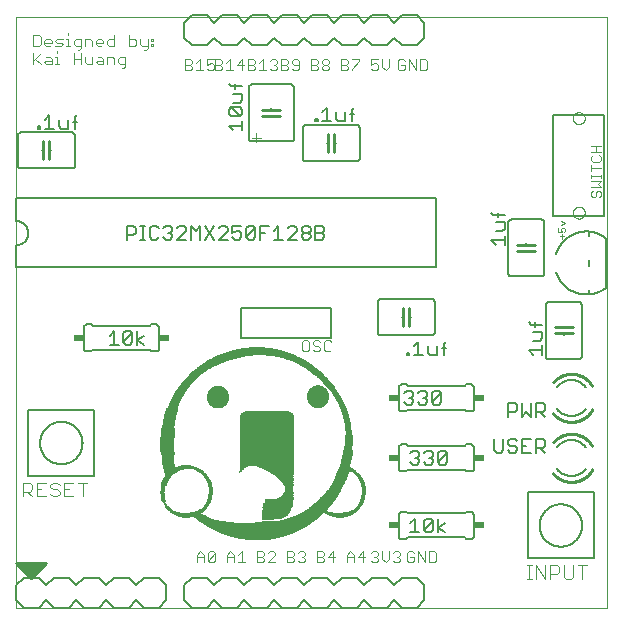
<source format=gto>
G75*
%MOIN*%
%OFA0B0*%
%FSLAX25Y25*%
%IPPOS*%
%LPD*%
%AMOC8*
5,1,8,0,0,1.08239X$1,22.5*
%
%ADD10C,0.00000*%
%ADD11C,0.00200*%
%ADD12C,0.01000*%
%ADD13C,0.00300*%
%ADD14R,0.00080X0.00080*%
%ADD15R,0.04960X0.00080*%
%ADD16R,0.06960X0.00080*%
%ADD17R,0.08400X0.00080*%
%ADD18R,0.09600X0.00080*%
%ADD19R,0.10560X0.00080*%
%ADD20R,0.11520X0.00080*%
%ADD21R,0.12400X0.00080*%
%ADD22R,0.13200X0.00080*%
%ADD23R,0.13920X0.00080*%
%ADD24R,0.14720X0.00080*%
%ADD25R,0.15360X0.00080*%
%ADD26R,0.16000X0.00080*%
%ADD27R,0.16640X0.00080*%
%ADD28R,0.17200X0.00080*%
%ADD29R,0.17840X0.00080*%
%ADD30R,0.18320X0.00080*%
%ADD31R,0.18880X0.00080*%
%ADD32R,0.19440X0.00080*%
%ADD33R,0.19920X0.00080*%
%ADD34R,0.20400X0.00080*%
%ADD35R,0.20960X0.00080*%
%ADD36R,0.21360X0.00080*%
%ADD37R,0.21760X0.00080*%
%ADD38R,0.22240X0.00080*%
%ADD39R,0.22720X0.00080*%
%ADD40R,0.23120X0.00080*%
%ADD41R,0.23520X0.00080*%
%ADD42R,0.23920X0.00080*%
%ADD43R,0.24320X0.00080*%
%ADD44R,0.24720X0.00080*%
%ADD45R,0.25120X0.00080*%
%ADD46R,0.25520X0.00080*%
%ADD47R,0.25840X0.00080*%
%ADD48R,0.26240X0.00080*%
%ADD49R,0.26560X0.00080*%
%ADD50R,0.26880X0.00080*%
%ADD51R,0.27280X0.00080*%
%ADD52R,0.27600X0.00080*%
%ADD53R,0.27920X0.00080*%
%ADD54R,0.28240X0.00080*%
%ADD55R,0.28560X0.00080*%
%ADD56R,0.28880X0.00080*%
%ADD57R,0.29200X0.00080*%
%ADD58R,0.29520X0.00080*%
%ADD59R,0.29840X0.00080*%
%ADD60R,0.30160X0.00080*%
%ADD61R,0.30400X0.00080*%
%ADD62R,0.30720X0.00080*%
%ADD63R,0.31040X0.00080*%
%ADD64R,0.31280X0.00080*%
%ADD65R,0.31600X0.00080*%
%ADD66R,0.31840X0.00080*%
%ADD67R,0.32160X0.00080*%
%ADD68R,0.32400X0.00080*%
%ADD69R,0.32720X0.00080*%
%ADD70R,0.32960X0.00080*%
%ADD71R,0.33200X0.00080*%
%ADD72R,0.33520X0.00080*%
%ADD73R,0.33760X0.00080*%
%ADD74R,0.34000X0.00080*%
%ADD75R,0.34240X0.00080*%
%ADD76R,0.34480X0.00080*%
%ADD77R,0.34720X0.00080*%
%ADD78R,0.34960X0.00080*%
%ADD79R,0.35280X0.00080*%
%ADD80R,0.35520X0.00080*%
%ADD81R,0.35760X0.00080*%
%ADD82R,0.36000X0.00080*%
%ADD83R,0.10960X0.00080*%
%ADD84R,0.00400X0.00080*%
%ADD85R,0.19280X0.00080*%
%ADD86R,0.18560X0.00080*%
%ADD87R,0.10240X0.00080*%
%ADD88R,0.18000X0.00080*%
%ADD89R,0.09920X0.00080*%
%ADD90R,0.17680X0.00080*%
%ADD91R,0.09120X0.00080*%
%ADD92R,0.17280X0.00080*%
%ADD93R,0.08640X0.00080*%
%ADD94R,0.00160X0.00080*%
%ADD95R,0.16400X0.00080*%
%ADD96R,0.08160X0.00080*%
%ADD97R,0.13840X0.00080*%
%ADD98R,0.07520X0.00080*%
%ADD99R,0.12560X0.00080*%
%ADD100R,0.07200X0.00080*%
%ADD101R,0.12080X0.00080*%
%ADD102R,0.06720X0.00080*%
%ADD103R,0.06560X0.00080*%
%ADD104R,0.11280X0.00080*%
%ADD105R,0.06160X0.00080*%
%ADD106R,0.11040X0.00080*%
%ADD107R,0.05920X0.00080*%
%ADD108R,0.10880X0.00080*%
%ADD109R,0.05600X0.00080*%
%ADD110R,0.10640X0.00080*%
%ADD111R,0.05360X0.00080*%
%ADD112R,0.10400X0.00080*%
%ADD113R,0.05200X0.00080*%
%ADD114R,0.10320X0.00080*%
%ADD115R,0.02560X0.00080*%
%ADD116R,0.10160X0.00080*%
%ADD117R,0.04800X0.00080*%
%ADD118R,0.03840X0.00080*%
%ADD119R,0.09920X0.00080*%
%ADD120R,0.05040X0.00080*%
%ADD121R,0.09760X0.00080*%
%ADD122R,0.04720X0.00080*%
%ADD123R,0.05760X0.00080*%
%ADD124R,0.09680X0.00080*%
%ADD125R,0.04640X0.00080*%
%ADD126R,0.06240X0.00080*%
%ADD127R,0.09520X0.00080*%
%ADD128R,0.04560X0.00080*%
%ADD129R,0.06640X0.00080*%
%ADD130R,0.09360X0.00080*%
%ADD131R,0.06880X0.00080*%
%ADD132R,0.09200X0.00080*%
%ADD133R,0.07040X0.00080*%
%ADD134R,0.09040X0.00080*%
%ADD135R,0.01200X0.00080*%
%ADD136R,0.04480X0.00080*%
%ADD137R,0.07280X0.00080*%
%ADD138R,0.08960X0.00080*%
%ADD139R,0.01280X0.00080*%
%ADD140R,0.02640X0.00080*%
%ADD141R,0.04400X0.00080*%
%ADD142R,0.07440X0.00080*%
%ADD143R,0.08880X0.00080*%
%ADD144R,0.03600X0.00080*%
%ADD145R,0.04320X0.00080*%
%ADD146R,0.07600X0.00080*%
%ADD147R,0.08720X0.00080*%
%ADD148R,0.04240X0.00080*%
%ADD149R,0.07760X0.00080*%
%ADD150R,0.08560X0.00080*%
%ADD151R,0.09040X0.00080*%
%ADD152R,0.07840X0.00080*%
%ADD153R,0.04880X0.00080*%
%ADD154R,0.08000X0.00080*%
%ADD155R,0.08240X0.00080*%
%ADD156R,0.09280X0.00080*%
%ADD157R,0.08080X0.00080*%
%ADD158R,0.05840X0.00080*%
%ADD159R,0.08320X0.00080*%
%ADD160R,0.09520X0.00080*%
%ADD161R,0.07920X0.00080*%
%ADD162R,0.08480X0.00080*%
%ADD163R,0.07360X0.00080*%
%ADD164R,0.07680X0.00080*%
%ADD165R,0.08720X0.00080*%
%ADD166R,0.08320X0.00080*%
%ADD167R,0.09440X0.00080*%
%ADD168R,0.08800X0.00080*%
%ADD169R,0.07440X0.00080*%
%ADD170R,0.09120X0.00080*%
%ADD171R,0.03040X0.00080*%
%ADD172R,0.03120X0.00080*%
%ADD173R,0.04640X0.00080*%
%ADD174R,0.03920X0.00080*%
%ADD175R,0.03760X0.00080*%
%ADD176R,0.02320X0.00080*%
%ADD177R,0.03280X0.00080*%
%ADD178R,0.02320X0.00080*%
%ADD179R,0.03200X0.00080*%
%ADD180R,0.02080X0.00080*%
%ADD181R,0.02880X0.00080*%
%ADD182R,0.02720X0.00080*%
%ADD183R,0.01920X0.00080*%
%ADD184R,0.01680X0.00080*%
%ADD185R,0.02480X0.00080*%
%ADD186R,0.01600X0.00080*%
%ADD187R,0.02240X0.00080*%
%ADD188R,0.02160X0.00080*%
%ADD189R,0.01520X0.00080*%
%ADD190R,0.02000X0.00080*%
%ADD191R,0.07120X0.00080*%
%ADD192R,0.01440X0.00080*%
%ADD193R,0.01840X0.00080*%
%ADD194R,0.01760X0.00080*%
%ADD195R,0.01360X0.00080*%
%ADD196R,0.06640X0.00080*%
%ADD197R,0.06480X0.00080*%
%ADD198R,0.06400X0.00080*%
%ADD199R,0.01520X0.00080*%
%ADD200R,0.06320X0.00080*%
%ADD201R,0.01440X0.00080*%
%ADD202R,0.06320X0.00080*%
%ADD203R,0.01120X0.00080*%
%ADD204R,0.01040X0.00080*%
%ADD205R,0.01040X0.00080*%
%ADD206R,0.06080X0.00080*%
%ADD207R,0.00960X0.00080*%
%ADD208R,0.06000X0.00080*%
%ADD209R,0.05680X0.00080*%
%ADD210R,0.01120X0.00080*%
%ADD211R,0.05520X0.00080*%
%ADD212R,0.05520X0.00080*%
%ADD213R,0.00880X0.00080*%
%ADD214R,0.05440X0.00080*%
%ADD215R,0.05280X0.00080*%
%ADD216R,0.00560X0.00080*%
%ADD217R,0.05120X0.00080*%
%ADD218R,0.05120X0.00080*%
%ADD219R,0.04720X0.00080*%
%ADD220R,0.04320X0.00080*%
%ADD221R,0.04160X0.00080*%
%ADD222R,0.04080X0.00080*%
%ADD223R,0.04000X0.00080*%
%ADD224R,0.03920X0.00080*%
%ADD225R,0.03680X0.00080*%
%ADD226R,0.03520X0.00080*%
%ADD227R,0.03440X0.00080*%
%ADD228R,0.03360X0.00080*%
%ADD229R,0.03120X0.00080*%
%ADD230R,0.02960X0.00080*%
%ADD231R,0.02800X0.00080*%
%ADD232R,0.04240X0.00080*%
%ADD233R,0.01840X0.00080*%
%ADD234R,0.03840X0.00080*%
%ADD235R,0.01920X0.00080*%
%ADD236R,0.05920X0.00080*%
%ADD237R,0.02400X0.00080*%
%ADD238R,0.06800X0.00080*%
%ADD239R,0.07120X0.00080*%
%ADD240R,0.03520X0.00080*%
%ADD241R,0.00240X0.00080*%
%ADD242R,0.00320X0.00080*%
%ADD243R,0.00480X0.00080*%
%ADD244R,0.00640X0.00080*%
%ADD245R,0.00720X0.00080*%
%ADD246R,0.00800X0.00080*%
%ADD247R,0.02720X0.00080*%
%ADD248R,0.09840X0.00080*%
%ADD249R,0.11760X0.00080*%
%ADD250R,0.10000X0.00080*%
%ADD251R,0.11680X0.00080*%
%ADD252R,0.10720X0.00080*%
%ADD253R,0.11120X0.00080*%
%ADD254R,0.11360X0.00080*%
%ADD255R,0.11600X0.00080*%
%ADD256R,0.11840X0.00080*%
%ADD257R,0.12320X0.00080*%
%ADD258R,0.03040X0.00080*%
%ADD259R,0.12640X0.00080*%
%ADD260R,0.12960X0.00080*%
%ADD261R,0.13520X0.00080*%
%ADD262R,0.17760X0.00080*%
%ADD263R,0.03440X0.00080*%
%ADD264R,0.02240X0.00080*%
%ADD265R,0.17520X0.00080*%
%ADD266R,0.17360X0.00080*%
%ADD267R,0.17120X0.00080*%
%ADD268R,0.16960X0.00080*%
%ADD269R,0.16800X0.00080*%
%ADD270R,0.16720X0.00080*%
%ADD271R,0.16480X0.00080*%
%ADD272R,0.16320X0.00080*%
%ADD273R,0.16160X0.00080*%
%ADD274R,0.15840X0.00080*%
%ADD275R,0.15440X0.00080*%
%ADD276R,0.14880X0.00080*%
%ADD277R,0.06720X0.00080*%
%ADD278R,0.02640X0.00080*%
%ADD279R,0.05840X0.00080*%
%ADD280R,0.05040X0.00080*%
%ADD281R,0.07520X0.00080*%
%ADD282R,0.07840X0.00080*%
%ADD283R,0.05440X0.00080*%
%ADD284R,0.07920X0.00080*%
%ADD285R,0.08640X0.00080*%
%ADD286R,0.24560X0.00080*%
%ADD287R,0.24160X0.00080*%
%ADD288R,0.23760X0.00080*%
%ADD289R,0.23360X0.00080*%
%ADD290R,0.22960X0.00080*%
%ADD291R,0.22480X0.00080*%
%ADD292R,0.22080X0.00080*%
%ADD293R,0.21680X0.00080*%
%ADD294R,0.21200X0.00080*%
%ADD295R,0.20720X0.00080*%
%ADD296R,0.20240X0.00080*%
%ADD297R,0.19760X0.00080*%
%ADD298R,0.18720X0.00080*%
%ADD299R,0.18160X0.00080*%
%ADD300R,0.17120X0.00080*%
%ADD301R,0.15920X0.00080*%
%ADD302R,0.15200X0.00080*%
%ADD303R,0.14560X0.00080*%
%ADD304R,0.13840X0.00080*%
%ADD305R,0.13040X0.00080*%
%ADD306R,0.12320X0.00080*%
%ADD307R,0.11440X0.00080*%
%ADD308R,0.10480X0.00080*%
%ADD309C,0.00600*%
%ADD310R,0.03400X0.02400*%
%ADD311C,0.00500*%
%ADD312C,0.00800*%
%ADD313C,0.00400*%
D10*
X0001800Y0001800D02*
X0001800Y0198650D01*
X0198650Y0198650D01*
X0198650Y0001800D01*
X0001800Y0001800D01*
X0187331Y0133552D02*
X0187333Y0133640D01*
X0187339Y0133728D01*
X0187349Y0133816D01*
X0187363Y0133904D01*
X0187380Y0133990D01*
X0187402Y0134076D01*
X0187427Y0134160D01*
X0187457Y0134244D01*
X0187489Y0134326D01*
X0187526Y0134406D01*
X0187566Y0134485D01*
X0187610Y0134562D01*
X0187657Y0134637D01*
X0187707Y0134709D01*
X0187761Y0134780D01*
X0187817Y0134847D01*
X0187877Y0134913D01*
X0187939Y0134975D01*
X0188005Y0135035D01*
X0188072Y0135091D01*
X0188143Y0135145D01*
X0188215Y0135195D01*
X0188290Y0135242D01*
X0188367Y0135286D01*
X0188446Y0135326D01*
X0188526Y0135363D01*
X0188608Y0135395D01*
X0188692Y0135425D01*
X0188776Y0135450D01*
X0188862Y0135472D01*
X0188948Y0135489D01*
X0189036Y0135503D01*
X0189124Y0135513D01*
X0189212Y0135519D01*
X0189300Y0135521D01*
X0189388Y0135519D01*
X0189476Y0135513D01*
X0189564Y0135503D01*
X0189652Y0135489D01*
X0189738Y0135472D01*
X0189824Y0135450D01*
X0189908Y0135425D01*
X0189992Y0135395D01*
X0190074Y0135363D01*
X0190154Y0135326D01*
X0190233Y0135286D01*
X0190310Y0135242D01*
X0190385Y0135195D01*
X0190457Y0135145D01*
X0190528Y0135091D01*
X0190595Y0135035D01*
X0190661Y0134975D01*
X0190723Y0134913D01*
X0190783Y0134847D01*
X0190839Y0134780D01*
X0190893Y0134709D01*
X0190943Y0134637D01*
X0190990Y0134562D01*
X0191034Y0134485D01*
X0191074Y0134406D01*
X0191111Y0134326D01*
X0191143Y0134244D01*
X0191173Y0134160D01*
X0191198Y0134076D01*
X0191220Y0133990D01*
X0191237Y0133904D01*
X0191251Y0133816D01*
X0191261Y0133728D01*
X0191267Y0133640D01*
X0191269Y0133552D01*
X0191267Y0133464D01*
X0191261Y0133376D01*
X0191251Y0133288D01*
X0191237Y0133200D01*
X0191220Y0133114D01*
X0191198Y0133028D01*
X0191173Y0132944D01*
X0191143Y0132860D01*
X0191111Y0132778D01*
X0191074Y0132698D01*
X0191034Y0132619D01*
X0190990Y0132542D01*
X0190943Y0132467D01*
X0190893Y0132395D01*
X0190839Y0132324D01*
X0190783Y0132257D01*
X0190723Y0132191D01*
X0190661Y0132129D01*
X0190595Y0132069D01*
X0190528Y0132013D01*
X0190457Y0131959D01*
X0190385Y0131909D01*
X0190310Y0131862D01*
X0190233Y0131818D01*
X0190154Y0131778D01*
X0190074Y0131741D01*
X0189992Y0131709D01*
X0189908Y0131679D01*
X0189824Y0131654D01*
X0189738Y0131632D01*
X0189652Y0131615D01*
X0189564Y0131601D01*
X0189476Y0131591D01*
X0189388Y0131585D01*
X0189300Y0131583D01*
X0189212Y0131585D01*
X0189124Y0131591D01*
X0189036Y0131601D01*
X0188948Y0131615D01*
X0188862Y0131632D01*
X0188776Y0131654D01*
X0188692Y0131679D01*
X0188608Y0131709D01*
X0188526Y0131741D01*
X0188446Y0131778D01*
X0188367Y0131818D01*
X0188290Y0131862D01*
X0188215Y0131909D01*
X0188143Y0131959D01*
X0188072Y0132013D01*
X0188005Y0132069D01*
X0187939Y0132129D01*
X0187877Y0132191D01*
X0187817Y0132257D01*
X0187761Y0132324D01*
X0187707Y0132395D01*
X0187657Y0132467D01*
X0187610Y0132542D01*
X0187566Y0132619D01*
X0187526Y0132698D01*
X0187489Y0132778D01*
X0187457Y0132860D01*
X0187427Y0132944D01*
X0187402Y0133028D01*
X0187380Y0133114D01*
X0187363Y0133200D01*
X0187349Y0133288D01*
X0187339Y0133376D01*
X0187333Y0133464D01*
X0187331Y0133552D01*
X0187331Y0165048D02*
X0187333Y0165136D01*
X0187339Y0165224D01*
X0187349Y0165312D01*
X0187363Y0165400D01*
X0187380Y0165486D01*
X0187402Y0165572D01*
X0187427Y0165656D01*
X0187457Y0165740D01*
X0187489Y0165822D01*
X0187526Y0165902D01*
X0187566Y0165981D01*
X0187610Y0166058D01*
X0187657Y0166133D01*
X0187707Y0166205D01*
X0187761Y0166276D01*
X0187817Y0166343D01*
X0187877Y0166409D01*
X0187939Y0166471D01*
X0188005Y0166531D01*
X0188072Y0166587D01*
X0188143Y0166641D01*
X0188215Y0166691D01*
X0188290Y0166738D01*
X0188367Y0166782D01*
X0188446Y0166822D01*
X0188526Y0166859D01*
X0188608Y0166891D01*
X0188692Y0166921D01*
X0188776Y0166946D01*
X0188862Y0166968D01*
X0188948Y0166985D01*
X0189036Y0166999D01*
X0189124Y0167009D01*
X0189212Y0167015D01*
X0189300Y0167017D01*
X0189388Y0167015D01*
X0189476Y0167009D01*
X0189564Y0166999D01*
X0189652Y0166985D01*
X0189738Y0166968D01*
X0189824Y0166946D01*
X0189908Y0166921D01*
X0189992Y0166891D01*
X0190074Y0166859D01*
X0190154Y0166822D01*
X0190233Y0166782D01*
X0190310Y0166738D01*
X0190385Y0166691D01*
X0190457Y0166641D01*
X0190528Y0166587D01*
X0190595Y0166531D01*
X0190661Y0166471D01*
X0190723Y0166409D01*
X0190783Y0166343D01*
X0190839Y0166276D01*
X0190893Y0166205D01*
X0190943Y0166133D01*
X0190990Y0166058D01*
X0191034Y0165981D01*
X0191074Y0165902D01*
X0191111Y0165822D01*
X0191143Y0165740D01*
X0191173Y0165656D01*
X0191198Y0165572D01*
X0191220Y0165486D01*
X0191237Y0165400D01*
X0191251Y0165312D01*
X0191261Y0165224D01*
X0191267Y0165136D01*
X0191269Y0165048D01*
X0191267Y0164960D01*
X0191261Y0164872D01*
X0191251Y0164784D01*
X0191237Y0164696D01*
X0191220Y0164610D01*
X0191198Y0164524D01*
X0191173Y0164440D01*
X0191143Y0164356D01*
X0191111Y0164274D01*
X0191074Y0164194D01*
X0191034Y0164115D01*
X0190990Y0164038D01*
X0190943Y0163963D01*
X0190893Y0163891D01*
X0190839Y0163820D01*
X0190783Y0163753D01*
X0190723Y0163687D01*
X0190661Y0163625D01*
X0190595Y0163565D01*
X0190528Y0163509D01*
X0190457Y0163455D01*
X0190385Y0163405D01*
X0190310Y0163358D01*
X0190233Y0163314D01*
X0190154Y0163274D01*
X0190074Y0163237D01*
X0189992Y0163205D01*
X0189908Y0163175D01*
X0189824Y0163150D01*
X0189738Y0163128D01*
X0189652Y0163111D01*
X0189564Y0163097D01*
X0189476Y0163087D01*
X0189388Y0163081D01*
X0189300Y0163079D01*
X0189212Y0163081D01*
X0189124Y0163087D01*
X0189036Y0163097D01*
X0188948Y0163111D01*
X0188862Y0163128D01*
X0188776Y0163150D01*
X0188692Y0163175D01*
X0188608Y0163205D01*
X0188526Y0163237D01*
X0188446Y0163274D01*
X0188367Y0163314D01*
X0188290Y0163358D01*
X0188215Y0163405D01*
X0188143Y0163455D01*
X0188072Y0163509D01*
X0188005Y0163565D01*
X0187939Y0163625D01*
X0187877Y0163687D01*
X0187817Y0163753D01*
X0187761Y0163820D01*
X0187707Y0163891D01*
X0187657Y0163963D01*
X0187610Y0164038D01*
X0187566Y0164115D01*
X0187526Y0164194D01*
X0187489Y0164274D01*
X0187457Y0164356D01*
X0187427Y0164440D01*
X0187402Y0164524D01*
X0187380Y0164610D01*
X0187363Y0164696D01*
X0187349Y0164784D01*
X0187339Y0164872D01*
X0187333Y0164960D01*
X0187331Y0165048D01*
D11*
X0183232Y0130788D02*
X0184700Y0130054D01*
X0183232Y0129320D01*
X0183599Y0128578D02*
X0184333Y0128578D01*
X0184700Y0128211D01*
X0184700Y0127477D01*
X0184333Y0127110D01*
X0183599Y0127110D02*
X0183232Y0127844D01*
X0183232Y0128211D01*
X0183599Y0128578D01*
X0182498Y0128578D02*
X0182498Y0127110D01*
X0183599Y0127110D01*
X0183599Y0126368D02*
X0183599Y0124900D01*
X0182865Y0125634D02*
X0184333Y0125634D01*
D12*
X0174800Y0122800D02*
X0171800Y0122800D01*
X0168800Y0122800D01*
X0168800Y0120800D02*
X0171800Y0120800D01*
X0174800Y0120800D01*
X0181300Y0095300D02*
X0184300Y0095300D01*
X0187300Y0095300D01*
X0187300Y0093300D02*
X0184300Y0093300D01*
X0181300Y0093300D01*
X0193859Y0068035D02*
X0193766Y0067867D01*
X0193670Y0067701D01*
X0193570Y0067537D01*
X0193465Y0067376D01*
X0193357Y0067217D01*
X0193245Y0067061D01*
X0193129Y0066907D01*
X0193010Y0066757D01*
X0192887Y0066609D01*
X0192761Y0066464D01*
X0192631Y0066323D01*
X0192498Y0066184D01*
X0192361Y0066049D01*
X0192221Y0065917D01*
X0192079Y0065789D01*
X0191933Y0065664D01*
X0191784Y0065542D01*
X0191632Y0065424D01*
X0191478Y0065310D01*
X0191320Y0065200D01*
X0191161Y0065093D01*
X0190998Y0064990D01*
X0190833Y0064891D01*
X0190666Y0064796D01*
X0190497Y0064706D01*
X0190326Y0064619D01*
X0190152Y0064536D01*
X0189977Y0064458D01*
X0189799Y0064384D01*
X0189620Y0064314D01*
X0189440Y0064248D01*
X0189258Y0064187D01*
X0189074Y0064130D01*
X0188889Y0064078D01*
X0188703Y0064030D01*
X0188516Y0063986D01*
X0188328Y0063947D01*
X0188139Y0063913D01*
X0187949Y0063883D01*
X0187759Y0063858D01*
X0187568Y0063837D01*
X0187376Y0063821D01*
X0187184Y0063809D01*
X0186992Y0063802D01*
X0186800Y0063800D01*
X0193746Y0075769D02*
X0193647Y0075938D01*
X0193543Y0076104D01*
X0193436Y0076268D01*
X0193325Y0076429D01*
X0193210Y0076587D01*
X0193091Y0076742D01*
X0192968Y0076895D01*
X0192842Y0077044D01*
X0192712Y0077190D01*
X0192578Y0077333D01*
X0192441Y0077473D01*
X0192301Y0077609D01*
X0192157Y0077742D01*
X0192010Y0077871D01*
X0191860Y0077997D01*
X0191707Y0078118D01*
X0191551Y0078237D01*
X0191392Y0078351D01*
X0191231Y0078461D01*
X0191066Y0078567D01*
X0190900Y0078670D01*
X0190730Y0078768D01*
X0190559Y0078862D01*
X0190385Y0078952D01*
X0190209Y0079037D01*
X0190031Y0079119D01*
X0189851Y0079195D01*
X0189669Y0079268D01*
X0189486Y0079336D01*
X0189301Y0079399D01*
X0189114Y0079458D01*
X0188926Y0079512D01*
X0188737Y0079562D01*
X0188547Y0079607D01*
X0188355Y0079647D01*
X0188163Y0079683D01*
X0187970Y0079714D01*
X0187776Y0079740D01*
X0187581Y0079762D01*
X0187386Y0079778D01*
X0187191Y0079790D01*
X0186995Y0079798D01*
X0186800Y0079800D01*
X0186607Y0079798D01*
X0186414Y0079791D01*
X0186222Y0079779D01*
X0186029Y0079763D01*
X0185837Y0079742D01*
X0185646Y0079716D01*
X0185456Y0079686D01*
X0185266Y0079651D01*
X0185077Y0079612D01*
X0184889Y0079568D01*
X0184702Y0079520D01*
X0184516Y0079467D01*
X0184332Y0079410D01*
X0184149Y0079348D01*
X0183968Y0079282D01*
X0183788Y0079211D01*
X0183610Y0079137D01*
X0183434Y0079058D01*
X0183260Y0078974D01*
X0183088Y0078887D01*
X0182918Y0078795D01*
X0182751Y0078699D01*
X0182585Y0078600D01*
X0182422Y0078496D01*
X0182262Y0078389D01*
X0182105Y0078277D01*
X0181950Y0078162D01*
X0181798Y0078043D01*
X0181649Y0077921D01*
X0181502Y0077795D01*
X0181359Y0077665D01*
X0181219Y0077532D01*
X0181083Y0077396D01*
X0180949Y0077256D01*
X0180820Y0077114D01*
X0180693Y0076968D01*
X0180654Y0066678D02*
X0180781Y0066530D01*
X0180911Y0066385D01*
X0181044Y0066244D01*
X0181181Y0066105D01*
X0181321Y0065970D01*
X0181465Y0065839D01*
X0181612Y0065711D01*
X0181761Y0065586D01*
X0181914Y0065465D01*
X0182069Y0065348D01*
X0182228Y0065235D01*
X0182389Y0065126D01*
X0182553Y0065021D01*
X0182719Y0064919D01*
X0182888Y0064822D01*
X0183058Y0064729D01*
X0183232Y0064640D01*
X0183407Y0064555D01*
X0183584Y0064475D01*
X0183763Y0064399D01*
X0183944Y0064327D01*
X0184127Y0064260D01*
X0184311Y0064197D01*
X0184497Y0064139D01*
X0184684Y0064085D01*
X0184872Y0064036D01*
X0185062Y0063991D01*
X0185252Y0063951D01*
X0185444Y0063916D01*
X0185636Y0063885D01*
X0185829Y0063859D01*
X0186023Y0063838D01*
X0186217Y0063821D01*
X0186411Y0063809D01*
X0186605Y0063802D01*
X0186800Y0063800D01*
X0193859Y0048035D02*
X0193766Y0047867D01*
X0193670Y0047701D01*
X0193570Y0047537D01*
X0193465Y0047376D01*
X0193357Y0047217D01*
X0193245Y0047061D01*
X0193129Y0046907D01*
X0193010Y0046757D01*
X0192887Y0046609D01*
X0192761Y0046464D01*
X0192631Y0046323D01*
X0192498Y0046184D01*
X0192361Y0046049D01*
X0192221Y0045917D01*
X0192079Y0045789D01*
X0191933Y0045664D01*
X0191784Y0045542D01*
X0191632Y0045424D01*
X0191478Y0045310D01*
X0191320Y0045200D01*
X0191161Y0045093D01*
X0190998Y0044990D01*
X0190833Y0044891D01*
X0190666Y0044796D01*
X0190497Y0044706D01*
X0190326Y0044619D01*
X0190152Y0044536D01*
X0189977Y0044458D01*
X0189799Y0044384D01*
X0189620Y0044314D01*
X0189440Y0044248D01*
X0189258Y0044187D01*
X0189074Y0044130D01*
X0188889Y0044078D01*
X0188703Y0044030D01*
X0188516Y0043986D01*
X0188328Y0043947D01*
X0188139Y0043913D01*
X0187949Y0043883D01*
X0187759Y0043858D01*
X0187568Y0043837D01*
X0187376Y0043821D01*
X0187184Y0043809D01*
X0186992Y0043802D01*
X0186800Y0043800D01*
X0193746Y0055769D02*
X0193647Y0055938D01*
X0193543Y0056104D01*
X0193436Y0056268D01*
X0193325Y0056429D01*
X0193210Y0056587D01*
X0193091Y0056742D01*
X0192968Y0056895D01*
X0192842Y0057044D01*
X0192712Y0057190D01*
X0192578Y0057333D01*
X0192441Y0057473D01*
X0192301Y0057609D01*
X0192157Y0057742D01*
X0192010Y0057871D01*
X0191860Y0057997D01*
X0191707Y0058118D01*
X0191551Y0058237D01*
X0191392Y0058351D01*
X0191231Y0058461D01*
X0191066Y0058567D01*
X0190900Y0058670D01*
X0190730Y0058768D01*
X0190559Y0058862D01*
X0190385Y0058952D01*
X0190209Y0059037D01*
X0190031Y0059119D01*
X0189851Y0059195D01*
X0189669Y0059268D01*
X0189486Y0059336D01*
X0189301Y0059399D01*
X0189114Y0059458D01*
X0188926Y0059512D01*
X0188737Y0059562D01*
X0188547Y0059607D01*
X0188355Y0059647D01*
X0188163Y0059683D01*
X0187970Y0059714D01*
X0187776Y0059740D01*
X0187581Y0059762D01*
X0187386Y0059778D01*
X0187191Y0059790D01*
X0186995Y0059798D01*
X0186800Y0059800D01*
X0186607Y0059798D01*
X0186414Y0059791D01*
X0186222Y0059779D01*
X0186029Y0059763D01*
X0185837Y0059742D01*
X0185646Y0059716D01*
X0185456Y0059686D01*
X0185266Y0059651D01*
X0185077Y0059612D01*
X0184889Y0059568D01*
X0184702Y0059520D01*
X0184516Y0059467D01*
X0184332Y0059410D01*
X0184149Y0059348D01*
X0183968Y0059282D01*
X0183788Y0059211D01*
X0183610Y0059137D01*
X0183434Y0059058D01*
X0183260Y0058974D01*
X0183088Y0058887D01*
X0182918Y0058795D01*
X0182751Y0058699D01*
X0182585Y0058600D01*
X0182422Y0058496D01*
X0182262Y0058389D01*
X0182105Y0058277D01*
X0181950Y0058162D01*
X0181798Y0058043D01*
X0181649Y0057921D01*
X0181502Y0057795D01*
X0181359Y0057665D01*
X0181219Y0057532D01*
X0181083Y0057396D01*
X0180949Y0057256D01*
X0180820Y0057114D01*
X0180693Y0056968D01*
X0180654Y0046678D02*
X0180781Y0046530D01*
X0180911Y0046385D01*
X0181044Y0046244D01*
X0181181Y0046105D01*
X0181321Y0045970D01*
X0181465Y0045839D01*
X0181612Y0045711D01*
X0181761Y0045586D01*
X0181914Y0045465D01*
X0182069Y0045348D01*
X0182228Y0045235D01*
X0182389Y0045126D01*
X0182553Y0045021D01*
X0182719Y0044919D01*
X0182888Y0044822D01*
X0183058Y0044729D01*
X0183232Y0044640D01*
X0183407Y0044555D01*
X0183584Y0044475D01*
X0183763Y0044399D01*
X0183944Y0044327D01*
X0184127Y0044260D01*
X0184311Y0044197D01*
X0184497Y0044139D01*
X0184684Y0044085D01*
X0184872Y0044036D01*
X0185062Y0043991D01*
X0185252Y0043951D01*
X0185444Y0043916D01*
X0185636Y0043885D01*
X0185829Y0043859D01*
X0186023Y0043838D01*
X0186217Y0043821D01*
X0186411Y0043809D01*
X0186605Y0043802D01*
X0186800Y0043800D01*
X0132800Y0095800D02*
X0132800Y0098800D01*
X0132800Y0101800D01*
X0130800Y0101800D02*
X0130800Y0098800D01*
X0130800Y0095800D01*
X0107800Y0153800D02*
X0107800Y0156800D01*
X0107800Y0159800D01*
X0105800Y0159800D02*
X0105800Y0156800D01*
X0105800Y0153800D01*
X0089800Y0165800D02*
X0086800Y0165800D01*
X0083800Y0165800D01*
X0083800Y0167800D02*
X0086800Y0167800D01*
X0089800Y0167800D01*
X0012800Y0157300D02*
X0012800Y0154300D01*
X0012800Y0151300D01*
X0010800Y0151300D02*
X0010800Y0154300D01*
X0010800Y0157300D01*
X0011800Y0016800D02*
X0001800Y0016800D01*
X0006800Y0011800D01*
X0011800Y0016800D01*
X0011778Y0016778D02*
X0001822Y0016778D01*
X0002821Y0015779D02*
X0010779Y0015779D01*
X0009781Y0014781D02*
X0003819Y0014781D01*
X0004818Y0013782D02*
X0008782Y0013782D01*
X0007784Y0012784D02*
X0005816Y0012784D01*
D13*
X0061950Y0016950D02*
X0061950Y0019419D01*
X0063184Y0020653D01*
X0064419Y0019419D01*
X0064419Y0016950D01*
X0065633Y0017567D02*
X0068102Y0020036D01*
X0068102Y0017567D01*
X0067485Y0016950D01*
X0066250Y0016950D01*
X0065633Y0017567D01*
X0065633Y0020036D01*
X0066250Y0020653D01*
X0067485Y0020653D01*
X0068102Y0020036D01*
X0064419Y0018802D02*
X0061950Y0018802D01*
X0071950Y0018802D02*
X0074419Y0018802D01*
X0074419Y0019419D02*
X0074419Y0016950D01*
X0075633Y0016950D02*
X0078102Y0016950D01*
X0076868Y0016950D02*
X0076868Y0020653D01*
X0075633Y0019419D01*
X0074419Y0019419D02*
X0073184Y0020653D01*
X0071950Y0019419D01*
X0071950Y0016950D01*
X0081950Y0016950D02*
X0083802Y0016950D01*
X0084419Y0017567D01*
X0084419Y0018184D01*
X0083802Y0018802D01*
X0081950Y0018802D01*
X0081950Y0020653D02*
X0081950Y0016950D01*
X0083802Y0018802D02*
X0084419Y0019419D01*
X0084419Y0020036D01*
X0083802Y0020653D01*
X0081950Y0020653D01*
X0085633Y0020036D02*
X0086250Y0020653D01*
X0087485Y0020653D01*
X0088102Y0020036D01*
X0088102Y0019419D01*
X0085633Y0016950D01*
X0088102Y0016950D01*
X0091950Y0016950D02*
X0091950Y0020653D01*
X0093802Y0020653D01*
X0094419Y0020036D01*
X0094419Y0019419D01*
X0093802Y0018802D01*
X0091950Y0018802D01*
X0093802Y0018802D02*
X0094419Y0018184D01*
X0094419Y0017567D01*
X0093802Y0016950D01*
X0091950Y0016950D01*
X0095633Y0017567D02*
X0096250Y0016950D01*
X0097485Y0016950D01*
X0098102Y0017567D01*
X0098102Y0018184D01*
X0097485Y0018802D01*
X0096868Y0018802D01*
X0097485Y0018802D02*
X0098102Y0019419D01*
X0098102Y0020036D01*
X0097485Y0020653D01*
X0096250Y0020653D01*
X0095633Y0020036D01*
X0101950Y0020653D02*
X0101950Y0016950D01*
X0103802Y0016950D01*
X0104419Y0017567D01*
X0104419Y0018184D01*
X0103802Y0018802D01*
X0101950Y0018802D01*
X0101950Y0020653D02*
X0103802Y0020653D01*
X0104419Y0020036D01*
X0104419Y0019419D01*
X0103802Y0018802D01*
X0105633Y0018802D02*
X0108102Y0018802D01*
X0107485Y0020653D02*
X0107485Y0016950D01*
X0105633Y0018802D02*
X0107485Y0020653D01*
X0111950Y0019419D02*
X0111950Y0016950D01*
X0111950Y0018802D02*
X0114419Y0018802D01*
X0114419Y0019419D02*
X0114419Y0016950D01*
X0115633Y0018802D02*
X0118102Y0018802D01*
X0117485Y0020653D02*
X0117485Y0016950D01*
X0119950Y0017567D02*
X0120567Y0016950D01*
X0121802Y0016950D01*
X0122419Y0017567D01*
X0122419Y0018184D01*
X0121802Y0018802D01*
X0121184Y0018802D01*
X0121802Y0018802D02*
X0122419Y0019419D01*
X0122419Y0020036D01*
X0121802Y0020653D01*
X0120567Y0020653D01*
X0119950Y0020036D01*
X0117485Y0020653D02*
X0115633Y0018802D01*
X0114419Y0019419D02*
X0113184Y0020653D01*
X0111950Y0019419D01*
X0123633Y0020653D02*
X0123633Y0018184D01*
X0124868Y0016950D01*
X0126102Y0018184D01*
X0126102Y0020653D01*
X0127316Y0020036D02*
X0127933Y0020653D01*
X0129168Y0020653D01*
X0129785Y0020036D01*
X0129785Y0019419D01*
X0129168Y0018802D01*
X0129785Y0018184D01*
X0129785Y0017567D01*
X0129168Y0016950D01*
X0127933Y0016950D01*
X0127316Y0017567D01*
X0128551Y0018802D02*
X0129168Y0018802D01*
X0131950Y0020036D02*
X0131950Y0017567D01*
X0132567Y0016950D01*
X0133802Y0016950D01*
X0134419Y0017567D01*
X0134419Y0018802D01*
X0133184Y0018802D01*
X0131950Y0020036D02*
X0132567Y0020653D01*
X0133802Y0020653D01*
X0134419Y0020036D01*
X0135633Y0020653D02*
X0135633Y0016950D01*
X0138102Y0016950D02*
X0138102Y0020653D01*
X0139316Y0020653D02*
X0141168Y0020653D01*
X0141785Y0020036D01*
X0141785Y0017567D01*
X0141168Y0016950D01*
X0139316Y0016950D01*
X0139316Y0020653D01*
X0135633Y0020653D02*
X0138102Y0016950D01*
X0106208Y0087310D02*
X0106825Y0087927D01*
X0106208Y0087310D02*
X0104973Y0087310D01*
X0104356Y0087927D01*
X0104356Y0090396D01*
X0104973Y0091013D01*
X0106208Y0091013D01*
X0106825Y0090396D01*
X0103142Y0090396D02*
X0102525Y0091013D01*
X0101290Y0091013D01*
X0100673Y0090396D01*
X0100673Y0089779D01*
X0101290Y0089162D01*
X0102525Y0089162D01*
X0103142Y0088544D01*
X0103142Y0087927D01*
X0102525Y0087310D01*
X0101290Y0087310D01*
X0100673Y0087927D01*
X0099459Y0087927D02*
X0099459Y0090396D01*
X0098842Y0091013D01*
X0097607Y0091013D01*
X0096990Y0090396D01*
X0096990Y0087927D01*
X0097607Y0087310D01*
X0098842Y0087310D01*
X0099459Y0087927D01*
X0099950Y0180950D02*
X0101802Y0180950D01*
X0102419Y0181567D01*
X0102419Y0182184D01*
X0101802Y0182802D01*
X0099950Y0182802D01*
X0099950Y0184653D02*
X0099950Y0180950D01*
X0101802Y0182802D02*
X0102419Y0183419D01*
X0102419Y0184036D01*
X0101802Y0184653D01*
X0099950Y0184653D01*
X0103633Y0184036D02*
X0103633Y0183419D01*
X0104250Y0182802D01*
X0105485Y0182802D01*
X0106102Y0182184D01*
X0106102Y0181567D01*
X0105485Y0180950D01*
X0104250Y0180950D01*
X0103633Y0181567D01*
X0103633Y0182184D01*
X0104250Y0182802D01*
X0105485Y0182802D02*
X0106102Y0183419D01*
X0106102Y0184036D01*
X0105485Y0184653D01*
X0104250Y0184653D01*
X0103633Y0184036D01*
X0109950Y0184653D02*
X0109950Y0180950D01*
X0111802Y0180950D01*
X0112419Y0181567D01*
X0112419Y0182184D01*
X0111802Y0182802D01*
X0109950Y0182802D01*
X0109950Y0184653D02*
X0111802Y0184653D01*
X0112419Y0184036D01*
X0112419Y0183419D01*
X0111802Y0182802D01*
X0113633Y0181567D02*
X0113633Y0180950D01*
X0113633Y0181567D02*
X0116102Y0184036D01*
X0116102Y0184653D01*
X0113633Y0184653D01*
X0119950Y0184653D02*
X0119950Y0182802D01*
X0121184Y0183419D01*
X0121802Y0183419D01*
X0122419Y0182802D01*
X0122419Y0181567D01*
X0121802Y0180950D01*
X0120567Y0180950D01*
X0119950Y0181567D01*
X0119950Y0184653D02*
X0122419Y0184653D01*
X0123633Y0184653D02*
X0123633Y0182184D01*
X0124868Y0180950D01*
X0126102Y0182184D01*
X0126102Y0184653D01*
X0128901Y0184036D02*
X0128901Y0181567D01*
X0129518Y0180950D01*
X0130752Y0180950D01*
X0131369Y0181567D01*
X0131369Y0182802D01*
X0130135Y0182802D01*
X0131369Y0184036D02*
X0130752Y0184653D01*
X0129518Y0184653D01*
X0128901Y0184036D01*
X0132584Y0184653D02*
X0132584Y0180950D01*
X0135052Y0180950D02*
X0135052Y0184653D01*
X0136267Y0184653D02*
X0138118Y0184653D01*
X0138736Y0184036D01*
X0138736Y0181567D01*
X0138118Y0180950D01*
X0136267Y0180950D01*
X0136267Y0184653D01*
X0132584Y0184653D02*
X0135052Y0180950D01*
X0096102Y0181567D02*
X0096102Y0184036D01*
X0095485Y0184653D01*
X0094250Y0184653D01*
X0093633Y0184036D01*
X0093633Y0183419D01*
X0094250Y0182802D01*
X0096102Y0182802D01*
X0096102Y0181567D02*
X0095485Y0180950D01*
X0094250Y0180950D01*
X0093633Y0181567D01*
X0092419Y0181567D02*
X0091802Y0180950D01*
X0089950Y0180950D01*
X0089950Y0184653D01*
X0091802Y0184653D01*
X0092419Y0184036D01*
X0092419Y0183419D01*
X0091802Y0182802D01*
X0089950Y0182802D01*
X0088785Y0183419D02*
X0088168Y0182802D01*
X0088785Y0182184D01*
X0088785Y0181567D01*
X0088168Y0180950D01*
X0086933Y0180950D01*
X0086316Y0181567D01*
X0085102Y0180950D02*
X0082633Y0180950D01*
X0083868Y0180950D02*
X0083868Y0184653D01*
X0082633Y0183419D01*
X0081419Y0183419D02*
X0080802Y0182802D01*
X0078950Y0182802D01*
X0077785Y0182802D02*
X0075316Y0182802D01*
X0077168Y0184653D01*
X0077168Y0180950D01*
X0078950Y0180950D02*
X0080802Y0180950D01*
X0081419Y0181567D01*
X0081419Y0182184D01*
X0080802Y0182802D01*
X0081419Y0183419D02*
X0081419Y0184036D01*
X0080802Y0184653D01*
X0078950Y0184653D01*
X0078950Y0180950D01*
X0074102Y0180950D02*
X0071633Y0180950D01*
X0072868Y0180950D02*
X0072868Y0184653D01*
X0071633Y0183419D01*
X0070419Y0183419D02*
X0069802Y0182802D01*
X0067950Y0182802D01*
X0067785Y0182802D02*
X0067785Y0181567D01*
X0067168Y0180950D01*
X0065933Y0180950D01*
X0065316Y0181567D01*
X0065316Y0182802D02*
X0066551Y0183419D01*
X0067168Y0183419D01*
X0067785Y0182802D01*
X0067785Y0184653D02*
X0065316Y0184653D01*
X0065316Y0182802D01*
X0064102Y0180950D02*
X0061633Y0180950D01*
X0062868Y0180950D02*
X0062868Y0184653D01*
X0061633Y0183419D01*
X0060419Y0183419D02*
X0059802Y0182802D01*
X0057950Y0182802D01*
X0057950Y0184653D02*
X0057950Y0180950D01*
X0059802Y0180950D01*
X0060419Y0181567D01*
X0060419Y0182184D01*
X0059802Y0182802D01*
X0060419Y0183419D02*
X0060419Y0184036D01*
X0059802Y0184653D01*
X0057950Y0184653D01*
X0067950Y0184653D02*
X0067950Y0180950D01*
X0069802Y0180950D01*
X0070419Y0181567D01*
X0070419Y0182184D01*
X0069802Y0182802D01*
X0070419Y0183419D02*
X0070419Y0184036D01*
X0069802Y0184653D01*
X0067950Y0184653D01*
X0086316Y0184036D02*
X0086933Y0184653D01*
X0088168Y0184653D01*
X0088785Y0184036D01*
X0088785Y0183419D01*
X0088168Y0182802D02*
X0087551Y0182802D01*
X0091802Y0182802D02*
X0092419Y0182184D01*
X0092419Y0181567D01*
X0047374Y0188990D02*
X0046757Y0188990D01*
X0046757Y0189607D01*
X0047374Y0189607D01*
X0047374Y0188990D01*
X0045543Y0188990D02*
X0043691Y0188990D01*
X0043074Y0189607D01*
X0043074Y0191459D01*
X0041859Y0190842D02*
X0041859Y0189607D01*
X0041242Y0188990D01*
X0039391Y0188990D01*
X0039391Y0192693D01*
X0039391Y0191459D02*
X0041242Y0191459D01*
X0041859Y0190842D01*
X0045543Y0191459D02*
X0045543Y0188373D01*
X0044925Y0187756D01*
X0044308Y0187756D01*
X0046757Y0190842D02*
X0046757Y0191459D01*
X0047374Y0191459D01*
X0047374Y0190842D01*
X0046757Y0190842D01*
X0038176Y0185459D02*
X0036325Y0185459D01*
X0035707Y0184842D01*
X0035707Y0183607D01*
X0036325Y0182990D01*
X0038176Y0182990D01*
X0038176Y0182373D02*
X0037559Y0181756D01*
X0036942Y0181756D01*
X0038176Y0182373D02*
X0038176Y0185459D01*
X0034493Y0184842D02*
X0034493Y0182990D01*
X0034493Y0184842D02*
X0033876Y0185459D01*
X0032024Y0185459D01*
X0032024Y0182990D01*
X0030810Y0182990D02*
X0028958Y0182990D01*
X0028341Y0183607D01*
X0028958Y0184224D01*
X0030810Y0184224D01*
X0030810Y0184842D02*
X0030810Y0182990D01*
X0030810Y0184842D02*
X0030193Y0185459D01*
X0028958Y0185459D01*
X0027127Y0185459D02*
X0027127Y0182990D01*
X0025275Y0182990D01*
X0024658Y0183607D01*
X0024658Y0185459D01*
X0023444Y0184842D02*
X0020975Y0184842D01*
X0020975Y0186693D02*
X0020975Y0182990D01*
X0023444Y0182990D02*
X0023444Y0186693D01*
X0022826Y0187756D02*
X0023444Y0188373D01*
X0023444Y0191459D01*
X0021592Y0191459D01*
X0020975Y0190842D01*
X0020975Y0189607D01*
X0021592Y0188990D01*
X0023444Y0188990D01*
X0024658Y0188990D02*
X0024658Y0191459D01*
X0026510Y0191459D01*
X0027127Y0190842D01*
X0027127Y0188990D01*
X0028341Y0189607D02*
X0028341Y0190842D01*
X0028958Y0191459D01*
X0030193Y0191459D01*
X0030810Y0190842D01*
X0030810Y0190224D01*
X0028341Y0190224D01*
X0028341Y0189607D02*
X0028958Y0188990D01*
X0030193Y0188990D01*
X0032024Y0189607D02*
X0032024Y0190842D01*
X0032641Y0191459D01*
X0034493Y0191459D01*
X0034493Y0192693D02*
X0034493Y0188990D01*
X0032641Y0188990D01*
X0032024Y0189607D01*
X0022826Y0187756D02*
X0022209Y0187756D01*
X0019754Y0188990D02*
X0018519Y0188990D01*
X0019137Y0188990D02*
X0019137Y0191459D01*
X0018519Y0191459D01*
X0017305Y0191459D02*
X0015453Y0191459D01*
X0014836Y0190842D01*
X0015453Y0190224D01*
X0016688Y0190224D01*
X0017305Y0189607D01*
X0016688Y0188990D01*
X0014836Y0188990D01*
X0013622Y0190224D02*
X0013622Y0190842D01*
X0013005Y0191459D01*
X0011770Y0191459D01*
X0011153Y0190842D01*
X0011153Y0189607D01*
X0011770Y0188990D01*
X0013005Y0188990D01*
X0013622Y0190224D02*
X0011153Y0190224D01*
X0009939Y0189607D02*
X0009939Y0192076D01*
X0009322Y0192693D01*
X0007470Y0192693D01*
X0007470Y0188990D01*
X0009322Y0188990D01*
X0009939Y0189607D01*
X0009939Y0186693D02*
X0007470Y0184224D01*
X0008087Y0184842D02*
X0009939Y0182990D01*
X0011153Y0183607D02*
X0011770Y0184224D01*
X0013622Y0184224D01*
X0013622Y0184842D02*
X0013622Y0182990D01*
X0011770Y0182990D01*
X0011153Y0183607D01*
X0011770Y0185459D02*
X0013005Y0185459D01*
X0013622Y0184842D01*
X0014836Y0185459D02*
X0015453Y0185459D01*
X0015453Y0182990D01*
X0014836Y0182990D02*
X0016071Y0182990D01*
X0015453Y0186693D02*
X0015453Y0187310D01*
X0019137Y0192693D02*
X0019137Y0193310D01*
X0007470Y0186693D02*
X0007470Y0182990D01*
D14*
X0070920Y0083560D03*
X0084920Y0037880D03*
X0082040Y0024360D03*
X0099640Y0035080D03*
D15*
X0106080Y0038520D03*
X0106240Y0038760D03*
X0106320Y0038840D03*
X0091680Y0038200D03*
X0091680Y0044680D03*
X0082240Y0024440D03*
X0064560Y0031160D03*
X0102320Y0069320D03*
X0065760Y0082440D03*
D16*
X0070120Y0084520D03*
X0069000Y0073080D03*
X0069000Y0073000D03*
X0069000Y0072920D03*
X0069000Y0070840D03*
X0069000Y0070760D03*
X0069000Y0070680D03*
X0081880Y0088200D03*
X0102360Y0073240D03*
X0102360Y0073160D03*
X0102360Y0070920D03*
X0102360Y0070840D03*
X0082200Y0024520D03*
X0054440Y0047880D03*
D17*
X0082200Y0024600D03*
X0087880Y0032520D03*
X0098680Y0032120D03*
X0090360Y0085800D03*
X0081880Y0088120D03*
D18*
X0089280Y0037000D03*
X0089280Y0036920D03*
X0089280Y0036840D03*
X0089200Y0036760D03*
X0089200Y0036680D03*
X0089200Y0036600D03*
X0089200Y0036520D03*
X0089120Y0036280D03*
X0088800Y0035000D03*
X0088800Y0034920D03*
X0088720Y0034840D03*
X0088720Y0034760D03*
X0088720Y0034680D03*
X0082160Y0024680D03*
X0058720Y0033080D03*
D19*
X0068960Y0029960D03*
X0082080Y0024760D03*
X0088880Y0048280D03*
D20*
X0095280Y0030600D03*
X0082080Y0024840D03*
X0056640Y0048200D03*
D21*
X0082040Y0024920D03*
D22*
X0082040Y0025000D03*
D23*
X0082000Y0025080D03*
D24*
X0082000Y0025160D03*
D25*
X0082000Y0025240D03*
D26*
X0082000Y0025320D03*
D27*
X0082000Y0025400D03*
D28*
X0081960Y0025480D03*
X0085320Y0066200D03*
D29*
X0081960Y0025560D03*
D30*
X0081960Y0025640D03*
D31*
X0081920Y0025720D03*
D32*
X0081960Y0025800D03*
D33*
X0081960Y0025880D03*
D34*
X0081960Y0025960D03*
D35*
X0081920Y0026040D03*
D36*
X0081960Y0026120D03*
D37*
X0081920Y0026200D03*
D38*
X0081920Y0026280D03*
D39*
X0081920Y0026360D03*
D40*
X0081880Y0026440D03*
D41*
X0081920Y0026520D03*
D42*
X0081880Y0026600D03*
D43*
X0081920Y0026680D03*
D44*
X0081880Y0026760D03*
D45*
X0081920Y0026840D03*
D46*
X0081880Y0026920D03*
D47*
X0081880Y0027000D03*
D48*
X0081920Y0027080D03*
D49*
X0081920Y0027160D03*
D50*
X0081920Y0027240D03*
D51*
X0081880Y0027320D03*
D52*
X0081880Y0027400D03*
D53*
X0081880Y0027480D03*
D54*
X0081880Y0027560D03*
D55*
X0081880Y0027640D03*
D56*
X0081880Y0027720D03*
D57*
X0081880Y0027800D03*
D58*
X0081880Y0027880D03*
D59*
X0081880Y0027960D03*
D60*
X0081880Y0028040D03*
D61*
X0081920Y0028120D03*
D62*
X0081920Y0028200D03*
D63*
X0081920Y0028280D03*
D64*
X0081880Y0028360D03*
D65*
X0081880Y0028440D03*
D66*
X0081920Y0028520D03*
D67*
X0081920Y0028600D03*
D68*
X0081880Y0028680D03*
D69*
X0081880Y0028760D03*
D70*
X0081920Y0028840D03*
D71*
X0081880Y0028920D03*
D72*
X0081880Y0029000D03*
D73*
X0081920Y0029080D03*
D74*
X0081880Y0029160D03*
D75*
X0081920Y0029240D03*
D76*
X0081880Y0029320D03*
D77*
X0081920Y0029400D03*
D78*
X0081880Y0029480D03*
D79*
X0081880Y0029560D03*
D80*
X0081920Y0029640D03*
D81*
X0081880Y0029720D03*
D82*
X0081920Y0029800D03*
D83*
X0069320Y0029880D03*
X0088680Y0048440D03*
D84*
X0076600Y0047240D03*
X0077880Y0029880D03*
D85*
X0090360Y0029880D03*
X0081880Y0086920D03*
D86*
X0090800Y0029960D03*
D87*
X0068720Y0030040D03*
X0074160Y0085720D03*
D88*
X0091240Y0030040D03*
D89*
X0068400Y0030120D03*
D90*
X0091480Y0030120D03*
X0085320Y0056360D03*
X0085320Y0056440D03*
X0085320Y0056520D03*
X0085320Y0057480D03*
X0085320Y0057560D03*
X0085320Y0057640D03*
X0085320Y0057720D03*
X0085320Y0057800D03*
X0085320Y0057880D03*
X0085320Y0057960D03*
X0085320Y0058040D03*
X0085320Y0058120D03*
X0085320Y0058200D03*
X0085320Y0058280D03*
X0085320Y0058360D03*
X0085320Y0058440D03*
X0085320Y0058520D03*
X0085320Y0058600D03*
X0085320Y0058680D03*
X0085320Y0058760D03*
X0085320Y0058840D03*
X0085320Y0058920D03*
X0085320Y0059000D03*
X0085320Y0059080D03*
X0085320Y0059160D03*
X0085320Y0059240D03*
X0085320Y0059320D03*
X0085320Y0059400D03*
X0085320Y0059480D03*
X0085320Y0059560D03*
X0085320Y0059640D03*
X0085320Y0059720D03*
X0085320Y0059800D03*
X0085320Y0059880D03*
X0085320Y0059960D03*
X0085320Y0060040D03*
X0085320Y0060120D03*
X0085320Y0060200D03*
X0085320Y0060280D03*
X0085320Y0060360D03*
X0085320Y0060440D03*
X0085320Y0060520D03*
X0085320Y0060600D03*
X0085320Y0060680D03*
X0085320Y0060760D03*
X0085320Y0060840D03*
X0085320Y0060920D03*
X0085320Y0061000D03*
X0085320Y0061080D03*
X0085320Y0061160D03*
X0085320Y0061240D03*
X0085320Y0061320D03*
X0085320Y0061400D03*
X0085320Y0061480D03*
X0085320Y0061560D03*
X0085320Y0061640D03*
X0085320Y0061720D03*
X0085320Y0061800D03*
X0085320Y0061880D03*
X0085320Y0061960D03*
X0085320Y0062040D03*
X0085320Y0062120D03*
X0085320Y0062200D03*
X0085320Y0062280D03*
X0085320Y0062360D03*
X0085320Y0062440D03*
X0085320Y0062520D03*
X0085320Y0062600D03*
X0085320Y0062680D03*
X0085320Y0062760D03*
X0085320Y0062840D03*
X0085320Y0062920D03*
X0085320Y0063000D03*
X0085320Y0063080D03*
X0085320Y0063160D03*
X0085320Y0063240D03*
X0085320Y0063320D03*
X0085320Y0063400D03*
X0085320Y0063480D03*
X0085320Y0063560D03*
X0085320Y0063640D03*
X0085320Y0063720D03*
X0085320Y0063800D03*
X0085320Y0063880D03*
X0085320Y0063960D03*
X0085320Y0064040D03*
X0085320Y0064120D03*
X0085320Y0064200D03*
X0085320Y0064280D03*
X0085320Y0064360D03*
X0085320Y0064440D03*
X0085320Y0064520D03*
X0085320Y0064600D03*
X0085320Y0064680D03*
X0085320Y0064760D03*
X0085320Y0064840D03*
X0085320Y0064920D03*
X0085320Y0065000D03*
X0085320Y0065080D03*
X0085320Y0065160D03*
X0085320Y0065240D03*
X0085320Y0065320D03*
X0085320Y0065400D03*
X0085320Y0065480D03*
X0085320Y0065560D03*
X0085320Y0065640D03*
X0081880Y0087160D03*
D91*
X0089840Y0085880D03*
X0088320Y0033480D03*
X0067920Y0030200D03*
D92*
X0091840Y0030200D03*
X0085360Y0066120D03*
D93*
X0089840Y0047320D03*
X0088000Y0032760D03*
X0067520Y0030280D03*
X0109600Y0032920D03*
D94*
X0084000Y0030280D03*
X0076480Y0046840D03*
X0076480Y0046920D03*
X0074000Y0084600D03*
D95*
X0092360Y0030280D03*
D96*
X0087760Y0032360D03*
X0099040Y0032280D03*
X0090080Y0047080D03*
X0067200Y0030360D03*
D97*
X0093800Y0030360D03*
D98*
X0100000Y0032920D03*
X0100160Y0033000D03*
X0090400Y0046680D03*
X0066800Y0030440D03*
D99*
X0094520Y0030440D03*
D100*
X0100720Y0033400D03*
X0066480Y0030520D03*
X0068960Y0071240D03*
X0068960Y0072520D03*
X0102320Y0072680D03*
X0102320Y0072760D03*
X0102320Y0071400D03*
X0102320Y0071320D03*
X0102320Y0071240D03*
D101*
X0088120Y0048840D03*
X0094840Y0030520D03*
D102*
X0101760Y0034120D03*
X0109600Y0032440D03*
X0090800Y0046120D03*
X0066160Y0030600D03*
X0068960Y0070440D03*
D103*
X0090880Y0046040D03*
X0102000Y0034280D03*
X0102320Y0070360D03*
X0102320Y0070440D03*
X0066000Y0030680D03*
D104*
X0095480Y0030680D03*
D105*
X0102760Y0035000D03*
X0102840Y0035080D03*
X0103000Y0035240D03*
X0103080Y0035320D03*
X0091080Y0045720D03*
X0102360Y0070040D03*
X0102360Y0074040D03*
X0092520Y0085320D03*
X0069000Y0073880D03*
X0069000Y0069960D03*
X0069000Y0069880D03*
X0054120Y0047720D03*
X0065640Y0030760D03*
D106*
X0095680Y0030760D03*
D107*
X0103440Y0035640D03*
X0103520Y0035720D03*
X0102320Y0069880D03*
X0102320Y0074200D03*
X0065440Y0030840D03*
D108*
X0095920Y0030840D03*
D109*
X0104240Y0036440D03*
X0102320Y0069640D03*
X0093440Y0085000D03*
X0067360Y0083320D03*
X0058480Y0048680D03*
X0065200Y0030920D03*
D110*
X0096120Y0030920D03*
X0074600Y0085800D03*
D111*
X0081880Y0088280D03*
X0093880Y0084840D03*
X0102360Y0074520D03*
X0111880Y0047560D03*
X0105160Y0037400D03*
X0104920Y0037080D03*
X0104840Y0037000D03*
X0104680Y0036840D03*
X0109560Y0032200D03*
X0091480Y0038040D03*
X0091480Y0045080D03*
X0069000Y0069400D03*
X0069000Y0074360D03*
X0053800Y0047480D03*
X0064920Y0031000D03*
D112*
X0088960Y0048200D03*
X0096320Y0031000D03*
D113*
X0105400Y0037720D03*
X0105480Y0037800D03*
X0105560Y0037880D03*
X0105640Y0037960D03*
X0105640Y0038040D03*
X0111800Y0047640D03*
X0091560Y0044920D03*
X0069000Y0069320D03*
X0069000Y0074440D03*
X0066200Y0082680D03*
X0094120Y0084760D03*
X0094280Y0084680D03*
X0102360Y0074600D03*
X0064760Y0031080D03*
D114*
X0096520Y0031080D03*
D115*
X0084960Y0031160D03*
X0062560Y0033560D03*
X0054880Y0033320D03*
X0102320Y0068600D03*
X0105760Y0076280D03*
X0105680Y0076360D03*
X0105600Y0076440D03*
X0105440Y0076600D03*
X0105360Y0076680D03*
X0105200Y0076920D03*
X0105040Y0077080D03*
X0112640Y0057240D03*
X0112640Y0057160D03*
X0112640Y0057080D03*
X0112640Y0057000D03*
X0112640Y0056920D03*
X0112640Y0056840D03*
X0112640Y0056760D03*
X0112640Y0056680D03*
X0113600Y0033560D03*
D116*
X0096680Y0031160D03*
X0089080Y0048120D03*
D117*
X0091760Y0044520D03*
X0102320Y0069240D03*
X0065360Y0082200D03*
X0064240Y0031320D03*
X0064400Y0031240D03*
D118*
X0053200Y0046920D03*
X0052560Y0049080D03*
X0052560Y0049160D03*
X0052560Y0049240D03*
X0052560Y0049320D03*
X0052960Y0064920D03*
X0052960Y0065000D03*
X0052960Y0065080D03*
X0052960Y0065160D03*
X0053040Y0065240D03*
X0053040Y0065320D03*
X0053040Y0065400D03*
X0053120Y0065640D03*
X0053120Y0065720D03*
X0062240Y0080040D03*
X0062320Y0080120D03*
X0062400Y0080200D03*
X0062720Y0080440D03*
X0068960Y0075000D03*
X0097760Y0083000D03*
X0097920Y0082920D03*
X0098000Y0082840D03*
X0098160Y0082760D03*
X0110400Y0046040D03*
X0110320Y0045800D03*
X0110240Y0045560D03*
X0110160Y0045320D03*
X0109840Y0044520D03*
X0109760Y0044360D03*
X0109600Y0044040D03*
X0109600Y0043960D03*
X0109520Y0043880D03*
X0109520Y0043800D03*
X0109440Y0043640D03*
X0092240Y0043480D03*
X0092240Y0039080D03*
X0085600Y0031240D03*
D119*
X0096880Y0031240D03*
X0073840Y0085640D03*
D120*
X0065960Y0082520D03*
X0069000Y0074520D03*
X0069000Y0069240D03*
X0053640Y0047320D03*
X0086200Y0031320D03*
X0091640Y0044760D03*
X0106120Y0038600D03*
X0106200Y0038680D03*
X0102360Y0074680D03*
X0094520Y0084600D03*
D121*
X0088960Y0035640D03*
X0097040Y0031320D03*
D122*
X0106680Y0039240D03*
X0106920Y0039560D03*
X0111640Y0047880D03*
X0095080Y0084360D03*
X0065240Y0082120D03*
X0065080Y0082040D03*
X0053480Y0047240D03*
X0061080Y0033240D03*
X0064120Y0031400D03*
D123*
X0086560Y0031400D03*
X0091280Y0037880D03*
X0091280Y0045400D03*
X0067680Y0083480D03*
X0093200Y0085080D03*
D124*
X0089320Y0047880D03*
X0089160Y0036440D03*
X0089160Y0036360D03*
X0089080Y0036200D03*
X0089080Y0036120D03*
X0089080Y0036040D03*
X0089080Y0035960D03*
X0089000Y0035880D03*
X0089000Y0035800D03*
X0089000Y0035720D03*
X0088920Y0035560D03*
X0088920Y0035480D03*
X0088920Y0035400D03*
X0088920Y0035320D03*
X0088840Y0035240D03*
X0088840Y0035160D03*
X0088840Y0035080D03*
X0097240Y0031400D03*
D125*
X0106800Y0039400D03*
X0106960Y0039640D03*
X0107040Y0039720D03*
X0107200Y0039960D03*
X0111600Y0047960D03*
X0091840Y0044360D03*
X0064000Y0031480D03*
X0064960Y0081960D03*
X0095440Y0084200D03*
D126*
X0102320Y0073960D03*
X0102320Y0070120D03*
X0091040Y0045800D03*
X0102720Y0034920D03*
X0109600Y0032360D03*
X0086800Y0031480D03*
X0068960Y0073800D03*
X0068640Y0083880D03*
D127*
X0089400Y0047800D03*
X0088600Y0034360D03*
X0088600Y0034280D03*
X0097400Y0031480D03*
X0059560Y0032600D03*
X0059400Y0032680D03*
X0058600Y0033160D03*
D128*
X0063640Y0031720D03*
X0063720Y0031640D03*
X0063880Y0031560D03*
X0053480Y0047160D03*
X0052120Y0054920D03*
X0052120Y0055000D03*
X0052120Y0055080D03*
X0052120Y0055160D03*
X0052120Y0055240D03*
X0052120Y0055320D03*
X0052120Y0055400D03*
X0052120Y0055480D03*
X0052120Y0055560D03*
X0052120Y0055640D03*
X0052120Y0055720D03*
X0052120Y0055800D03*
X0052120Y0055880D03*
X0052120Y0055960D03*
X0052120Y0056040D03*
X0052120Y0057080D03*
X0052120Y0057160D03*
X0052120Y0057240D03*
X0052120Y0057320D03*
X0052120Y0057400D03*
X0052120Y0057480D03*
X0052120Y0057560D03*
X0052120Y0057640D03*
X0052120Y0057720D03*
X0052200Y0058360D03*
X0052200Y0058440D03*
X0052200Y0058520D03*
X0052200Y0058600D03*
X0052200Y0058680D03*
X0052200Y0058760D03*
X0052200Y0058840D03*
X0052200Y0058920D03*
X0052200Y0059000D03*
X0052280Y0059640D03*
X0052280Y0059720D03*
X0052280Y0059800D03*
X0069000Y0069000D03*
X0069000Y0074760D03*
X0064840Y0081880D03*
X0095640Y0084120D03*
X0102360Y0074920D03*
X0102360Y0069160D03*
X0091880Y0044280D03*
X0091880Y0038440D03*
X0107080Y0039800D03*
X0107160Y0039880D03*
X0107240Y0040040D03*
X0107320Y0040120D03*
X0107400Y0040280D03*
X0107480Y0040360D03*
D129*
X0087000Y0031560D03*
X0069000Y0070280D03*
X0069000Y0070360D03*
X0069000Y0073400D03*
X0069000Y0073480D03*
X0069320Y0084200D03*
X0091960Y0085480D03*
X0102360Y0073640D03*
X0102360Y0073560D03*
D130*
X0089480Y0047720D03*
X0089480Y0037640D03*
X0088520Y0034040D03*
X0088520Y0033960D03*
X0088440Y0033880D03*
X0097560Y0031560D03*
X0060040Y0032360D03*
X0059880Y0032440D03*
D131*
X0058480Y0048440D03*
X0087120Y0031640D03*
X0101680Y0034040D03*
X0090720Y0046280D03*
X0102320Y0070760D03*
X0102320Y0073320D03*
X0069920Y0084440D03*
D132*
X0089560Y0047640D03*
X0088360Y0033640D03*
X0088360Y0033560D03*
X0097720Y0031640D03*
X0060440Y0032200D03*
D133*
X0087200Y0031720D03*
X0090640Y0046360D03*
X0109600Y0032520D03*
X0102320Y0071000D03*
X0102320Y0071080D03*
X0102320Y0073080D03*
X0091600Y0085560D03*
X0070320Y0084600D03*
D134*
X0088280Y0033400D03*
X0088280Y0033320D03*
X0097880Y0031720D03*
D135*
X0116120Y0035560D03*
X0116200Y0035640D03*
X0116280Y0035800D03*
X0116360Y0035880D03*
X0116440Y0035960D03*
X0116440Y0036040D03*
X0116520Y0036120D03*
X0116600Y0036280D03*
X0116680Y0036440D03*
X0116760Y0036600D03*
X0116840Y0036760D03*
X0116920Y0036920D03*
X0117000Y0037080D03*
X0117000Y0037160D03*
X0117080Y0037320D03*
X0117080Y0037400D03*
X0117160Y0037480D03*
X0117160Y0037560D03*
X0117160Y0037640D03*
X0117240Y0037800D03*
X0117240Y0037880D03*
X0117320Y0038040D03*
X0117320Y0038120D03*
X0117320Y0038200D03*
X0117400Y0038440D03*
X0117400Y0038520D03*
X0117480Y0038840D03*
X0117480Y0038920D03*
X0117560Y0039320D03*
X0117560Y0039400D03*
X0117560Y0039480D03*
X0117640Y0039800D03*
X0117640Y0039880D03*
X0117640Y0039960D03*
X0117640Y0040040D03*
X0117640Y0040120D03*
X0117640Y0040200D03*
X0117640Y0040280D03*
X0117640Y0040360D03*
X0117640Y0040440D03*
X0117640Y0040520D03*
X0117640Y0040600D03*
X0117640Y0040680D03*
X0117640Y0040760D03*
X0117640Y0040840D03*
X0117640Y0040920D03*
X0117640Y0041000D03*
X0117640Y0041080D03*
X0117640Y0041160D03*
X0117640Y0041240D03*
X0116520Y0044760D03*
X0116440Y0044920D03*
X0116360Y0045000D03*
X0116280Y0045080D03*
X0116280Y0045160D03*
X0116200Y0045240D03*
X0116120Y0045320D03*
X0115960Y0045560D03*
X0115880Y0045640D03*
X0102360Y0075640D03*
X0077000Y0048040D03*
X0066600Y0041240D03*
X0066600Y0041160D03*
X0066600Y0041080D03*
X0066600Y0041000D03*
X0066600Y0040920D03*
X0066600Y0040840D03*
X0066600Y0040760D03*
X0066600Y0040680D03*
X0066600Y0040600D03*
X0066600Y0040520D03*
X0066600Y0040440D03*
X0066600Y0040360D03*
X0066600Y0040280D03*
X0066520Y0039480D03*
X0066440Y0038920D03*
X0066280Y0038200D03*
X0066200Y0037880D03*
X0066120Y0037640D03*
X0066040Y0037400D03*
X0066040Y0037320D03*
X0065960Y0037160D03*
X0065960Y0037080D03*
X0065880Y0037000D03*
X0065880Y0036920D03*
X0065800Y0036840D03*
X0065800Y0036760D03*
X0065720Y0036680D03*
X0065720Y0036600D03*
X0065640Y0036520D03*
X0065640Y0036440D03*
X0065560Y0036280D03*
X0065480Y0036200D03*
X0065480Y0036120D03*
X0065400Y0036040D03*
X0065240Y0035800D03*
X0058520Y0031800D03*
X0052760Y0034520D03*
X0052680Y0034600D03*
X0052600Y0034680D03*
X0050680Y0038280D03*
X0050600Y0038680D03*
X0050600Y0038760D03*
X0050600Y0038840D03*
X0050600Y0038920D03*
X0050600Y0039000D03*
X0065080Y0045320D03*
X0065240Y0045080D03*
X0065320Y0045000D03*
X0065400Y0044920D03*
X0065400Y0044840D03*
X0065480Y0044760D03*
X0069000Y0068280D03*
D136*
X0064560Y0081720D03*
X0052320Y0060520D03*
X0052320Y0060440D03*
X0052320Y0060360D03*
X0052320Y0060280D03*
X0052320Y0060200D03*
X0052320Y0060120D03*
X0052320Y0060040D03*
X0052320Y0059960D03*
X0052320Y0059880D03*
X0052240Y0059560D03*
X0052240Y0059480D03*
X0052240Y0059400D03*
X0052240Y0059320D03*
X0052240Y0059240D03*
X0052240Y0059160D03*
X0052240Y0059080D03*
X0052160Y0058280D03*
X0052160Y0058200D03*
X0052160Y0058120D03*
X0052160Y0058040D03*
X0052160Y0057960D03*
X0052160Y0057880D03*
X0052160Y0057800D03*
X0052080Y0057000D03*
X0052080Y0056920D03*
X0052080Y0056840D03*
X0052080Y0056760D03*
X0052080Y0056680D03*
X0052080Y0056600D03*
X0052080Y0056520D03*
X0052080Y0056440D03*
X0052080Y0056360D03*
X0052080Y0056280D03*
X0052080Y0056200D03*
X0052080Y0056120D03*
X0052160Y0054840D03*
X0052160Y0054760D03*
X0052160Y0054680D03*
X0052160Y0054600D03*
X0052160Y0054520D03*
X0052160Y0054440D03*
X0052160Y0054360D03*
X0052160Y0054280D03*
X0052160Y0054200D03*
X0052160Y0054120D03*
X0052160Y0054040D03*
X0052160Y0053960D03*
X0052160Y0053880D03*
X0052160Y0053800D03*
X0052160Y0053720D03*
X0052160Y0053640D03*
X0058480Y0048840D03*
X0063520Y0031800D03*
X0091920Y0038520D03*
X0091920Y0044200D03*
X0107360Y0040200D03*
X0107520Y0040440D03*
X0107600Y0040520D03*
X0095760Y0084040D03*
D137*
X0102360Y0072600D03*
X0102360Y0072520D03*
X0102360Y0072440D03*
X0102360Y0072360D03*
X0102360Y0072280D03*
X0102360Y0072200D03*
X0102360Y0072120D03*
X0102360Y0072040D03*
X0102360Y0071960D03*
X0102360Y0071880D03*
X0102360Y0071800D03*
X0102360Y0071720D03*
X0102360Y0071640D03*
X0102360Y0071560D03*
X0102360Y0071480D03*
X0090520Y0046520D03*
X0100600Y0033320D03*
X0087320Y0031800D03*
X0058440Y0048360D03*
X0069000Y0071320D03*
X0069000Y0071400D03*
X0069000Y0071480D03*
X0069000Y0071560D03*
X0069000Y0071640D03*
X0069000Y0071720D03*
X0069000Y0071800D03*
X0069000Y0071880D03*
X0069000Y0071960D03*
X0069000Y0072040D03*
X0069000Y0072120D03*
X0069000Y0072200D03*
X0069000Y0072280D03*
X0069000Y0072360D03*
X0069000Y0072440D03*
D138*
X0072800Y0085400D03*
X0088240Y0033240D03*
X0098080Y0031800D03*
D139*
X0109600Y0031800D03*
X0115840Y0035160D03*
X0115840Y0035240D03*
X0115920Y0035320D03*
X0116000Y0035400D03*
X0116080Y0035480D03*
X0116240Y0035720D03*
X0117200Y0037720D03*
X0117280Y0037960D03*
X0117360Y0038280D03*
X0117360Y0038360D03*
X0117440Y0038600D03*
X0117440Y0038680D03*
X0117440Y0038760D03*
X0117520Y0039000D03*
X0117520Y0039080D03*
X0117520Y0039160D03*
X0117520Y0039240D03*
X0117600Y0039560D03*
X0117600Y0039640D03*
X0117600Y0039720D03*
X0116080Y0045400D03*
X0116000Y0045480D03*
X0115840Y0045720D03*
X0115760Y0045800D03*
X0115680Y0045880D03*
X0115600Y0045960D03*
X0115520Y0046040D03*
X0077040Y0048120D03*
X0066560Y0040200D03*
X0066560Y0040120D03*
X0066560Y0040040D03*
X0066560Y0039960D03*
X0066560Y0039880D03*
X0066560Y0039800D03*
X0066560Y0039720D03*
X0066560Y0039640D03*
X0066560Y0039560D03*
X0066480Y0039400D03*
X0066480Y0039320D03*
X0066480Y0039240D03*
X0066480Y0039160D03*
X0066480Y0039080D03*
X0066480Y0039000D03*
X0066400Y0038840D03*
X0066400Y0038760D03*
X0066400Y0038680D03*
X0066400Y0038600D03*
X0066320Y0038520D03*
X0066320Y0038440D03*
X0066320Y0038360D03*
X0066320Y0038280D03*
X0066240Y0038120D03*
X0066240Y0038040D03*
X0066240Y0037960D03*
X0066160Y0037800D03*
X0066160Y0037720D03*
X0066080Y0037560D03*
X0066080Y0037480D03*
X0066000Y0037240D03*
X0065360Y0035960D03*
X0065280Y0035880D03*
X0065200Y0035720D03*
X0065120Y0035640D03*
X0065040Y0035560D03*
X0065040Y0035480D03*
X0064960Y0035400D03*
X0064880Y0035320D03*
X0065200Y0045160D03*
X0065120Y0045240D03*
X0065040Y0045400D03*
X0064960Y0045480D03*
X0064880Y0045560D03*
X0064800Y0045640D03*
X0064720Y0045800D03*
X0064640Y0045880D03*
X0064560Y0045960D03*
X0064480Y0046040D03*
X0052880Y0034440D03*
X0052960Y0034360D03*
X0050560Y0039080D03*
X0050560Y0039160D03*
X0050560Y0039240D03*
X0050560Y0039320D03*
X0050560Y0039400D03*
X0050560Y0039480D03*
X0050560Y0039560D03*
X0050560Y0039640D03*
D140*
X0052760Y0046280D03*
X0058520Y0031880D03*
X0077720Y0048920D03*
X0092840Y0041560D03*
X0092840Y0041480D03*
X0092840Y0041400D03*
X0092840Y0041320D03*
X0092840Y0041240D03*
X0092840Y0041160D03*
X0092840Y0041080D03*
X0105960Y0033320D03*
X0109560Y0031880D03*
X0112600Y0056200D03*
X0112600Y0056280D03*
X0112600Y0056360D03*
X0112600Y0056440D03*
X0112600Y0056520D03*
X0112600Y0056600D03*
X0105320Y0076760D03*
X0105240Y0076840D03*
X0104920Y0077160D03*
X0104600Y0077560D03*
D141*
X0095960Y0083960D03*
X0064440Y0081640D03*
X0064280Y0081560D03*
X0052440Y0061560D03*
X0052440Y0061480D03*
X0052440Y0061400D03*
X0052440Y0061320D03*
X0052360Y0061080D03*
X0052360Y0061000D03*
X0052360Y0060920D03*
X0052360Y0060840D03*
X0052360Y0060760D03*
X0052360Y0060680D03*
X0052360Y0060600D03*
X0052200Y0053560D03*
X0052200Y0053480D03*
X0052200Y0053400D03*
X0052200Y0053320D03*
X0052200Y0053240D03*
X0052200Y0053160D03*
X0052200Y0053080D03*
X0052200Y0053000D03*
X0052200Y0052920D03*
X0052200Y0052840D03*
X0063400Y0031880D03*
X0091960Y0044120D03*
X0107640Y0040600D03*
X0107720Y0040680D03*
X0107720Y0040760D03*
X0107800Y0040840D03*
X0111560Y0048040D03*
D142*
X0101720Y0033880D03*
X0087400Y0031880D03*
X0090440Y0046600D03*
D143*
X0089720Y0047480D03*
X0088200Y0033160D03*
X0088120Y0033080D03*
X0088120Y0033000D03*
X0098200Y0031880D03*
X0109560Y0033000D03*
D144*
X0109560Y0031960D03*
X0092360Y0039320D03*
X0092360Y0043240D03*
X0111160Y0048440D03*
X0111240Y0048600D03*
X0111240Y0048680D03*
X0111320Y0048920D03*
X0102360Y0068840D03*
X0099480Y0081880D03*
X0099400Y0081960D03*
X0099240Y0082040D03*
X0099160Y0082120D03*
X0098920Y0082280D03*
X0069000Y0075080D03*
X0069000Y0068680D03*
X0061000Y0079000D03*
X0061080Y0079080D03*
X0061160Y0079160D03*
X0061240Y0079240D03*
X0061320Y0079320D03*
X0061640Y0079560D03*
X0054200Y0069000D03*
X0054040Y0068600D03*
X0054040Y0068520D03*
X0053960Y0068360D03*
X0053960Y0068280D03*
X0053880Y0068200D03*
X0053880Y0068120D03*
X0053880Y0068040D03*
X0053800Y0067880D03*
X0053720Y0067640D03*
X0053640Y0067400D03*
X0053560Y0067160D03*
X0058520Y0031960D03*
D145*
X0063120Y0032040D03*
X0063280Y0031960D03*
X0052240Y0052200D03*
X0052240Y0052280D03*
X0052240Y0052360D03*
X0052240Y0052440D03*
X0052240Y0052520D03*
X0052240Y0052600D03*
X0052240Y0052680D03*
X0052240Y0052760D03*
X0052480Y0061640D03*
X0052480Y0061720D03*
X0052480Y0061800D03*
X0052480Y0061880D03*
X0052480Y0061960D03*
X0052480Y0062040D03*
X0102320Y0069080D03*
X0108080Y0041240D03*
X0107920Y0041000D03*
X0107840Y0040920D03*
D146*
X0099880Y0032840D03*
X0087480Y0031960D03*
X0058440Y0048280D03*
X0070840Y0084760D03*
D147*
X0101800Y0033560D03*
X0098360Y0031960D03*
D148*
X0092040Y0038680D03*
X0092040Y0043960D03*
X0108120Y0041320D03*
X0108200Y0041400D03*
X0108200Y0041480D03*
X0108360Y0041720D03*
X0109560Y0032040D03*
X0069000Y0068920D03*
X0063720Y0081160D03*
X0063800Y0081240D03*
X0063960Y0081320D03*
X0064040Y0081400D03*
X0052600Y0062840D03*
X0052600Y0062760D03*
X0052600Y0062680D03*
X0052600Y0062600D03*
X0052520Y0062440D03*
X0052520Y0062360D03*
X0052520Y0062280D03*
X0052520Y0062200D03*
X0052520Y0062120D03*
X0058520Y0032040D03*
X0102360Y0075000D03*
X0096360Y0083800D03*
D149*
X0090280Y0046840D03*
X0099720Y0032760D03*
X0099640Y0032680D03*
X0101720Y0033800D03*
X0087560Y0032040D03*
D150*
X0087960Y0032680D03*
X0098520Y0032040D03*
D151*
X0089640Y0047560D03*
X0060600Y0032120D03*
D152*
X0087600Y0032120D03*
X0099520Y0032600D03*
X0090800Y0085720D03*
D153*
X0094920Y0084440D03*
X0102360Y0074760D03*
X0111720Y0047800D03*
X0106600Y0039160D03*
X0106520Y0039080D03*
X0106440Y0039000D03*
X0106440Y0038920D03*
X0109560Y0032120D03*
X0091720Y0038280D03*
X0091720Y0044600D03*
X0069000Y0069160D03*
X0069000Y0074600D03*
X0065480Y0082280D03*
X0065640Y0082360D03*
D154*
X0087680Y0032200D03*
X0099280Y0032440D03*
X0101760Y0033720D03*
D155*
X0098840Y0032200D03*
X0071960Y0085160D03*
D156*
X0073200Y0085480D03*
X0088400Y0033800D03*
X0088400Y0033720D03*
X0101920Y0033480D03*
X0060240Y0032280D03*
D157*
X0087720Y0032280D03*
X0099160Y0032360D03*
X0109560Y0032760D03*
X0090120Y0047000D03*
X0071720Y0085080D03*
D158*
X0068040Y0083640D03*
X0069000Y0074120D03*
X0069000Y0069720D03*
X0069000Y0069640D03*
X0053960Y0047640D03*
X0091240Y0045480D03*
X0103640Y0035800D03*
X0103720Y0035880D03*
X0103800Y0035960D03*
X0109560Y0032280D03*
X0102360Y0069800D03*
X0102360Y0074280D03*
X0093000Y0085160D03*
D159*
X0087840Y0032440D03*
D160*
X0088680Y0034520D03*
X0088680Y0034600D03*
X0089320Y0037080D03*
X0089320Y0037160D03*
X0059720Y0032520D03*
X0059240Y0032760D03*
X0059080Y0032840D03*
X0058840Y0033000D03*
X0081880Y0088040D03*
D161*
X0090200Y0046920D03*
X0099400Y0032520D03*
D162*
X0087920Y0032600D03*
X0089920Y0047240D03*
X0072240Y0085240D03*
D163*
X0091200Y0085640D03*
X0054640Y0047960D03*
X0100400Y0033160D03*
X0100480Y0033240D03*
X0109600Y0032600D03*
D164*
X0109600Y0032680D03*
X0090320Y0046760D03*
X0071040Y0084840D03*
D165*
X0088040Y0032840D03*
D166*
X0101760Y0033640D03*
X0109600Y0032840D03*
X0090000Y0047160D03*
D167*
X0089440Y0037560D03*
X0089440Y0037480D03*
X0089360Y0037400D03*
X0089360Y0037320D03*
X0089360Y0037240D03*
X0088640Y0034440D03*
X0088560Y0034200D03*
X0088560Y0034120D03*
X0109600Y0033160D03*
X0058960Y0032920D03*
X0073440Y0085560D03*
D168*
X0089760Y0047400D03*
X0088080Y0032920D03*
D169*
X0100280Y0033080D03*
D170*
X0109600Y0033080D03*
D171*
X0092640Y0040120D03*
X0092640Y0042520D03*
X0112240Y0053080D03*
X0112320Y0053480D03*
X0112320Y0053560D03*
X0112320Y0053640D03*
X0112320Y0053720D03*
X0112400Y0054120D03*
X0102320Y0068680D03*
X0102640Y0079400D03*
X0102560Y0079480D03*
X0102400Y0079640D03*
X0102320Y0079720D03*
X0055200Y0033240D03*
D172*
X0052920Y0046600D03*
X0101720Y0080200D03*
X0102040Y0079960D03*
X0102120Y0079880D03*
X0112280Y0053400D03*
X0112280Y0053320D03*
X0112280Y0053240D03*
X0112280Y0053160D03*
X0112120Y0052440D03*
X0112120Y0052360D03*
X0112120Y0052280D03*
X0112120Y0052200D03*
X0106280Y0033240D03*
D173*
X0112080Y0033240D03*
X0106880Y0039480D03*
X0095280Y0084280D03*
D174*
X0097480Y0083160D03*
X0097640Y0083080D03*
X0062840Y0080520D03*
X0062520Y0080280D03*
X0052920Y0064840D03*
X0052920Y0064760D03*
X0052920Y0064680D03*
X0052920Y0064600D03*
X0052840Y0064440D03*
X0052840Y0064360D03*
X0052440Y0050120D03*
X0052440Y0050040D03*
X0052440Y0049960D03*
X0052440Y0049880D03*
X0052440Y0049800D03*
X0052520Y0049400D03*
X0061640Y0033320D03*
X0109240Y0043240D03*
X0109240Y0043320D03*
X0109320Y0043400D03*
X0109320Y0043480D03*
X0109480Y0043720D03*
X0111320Y0048280D03*
D175*
X0111240Y0048360D03*
X0110680Y0046840D03*
X0110680Y0046760D03*
X0110600Y0046600D03*
X0110600Y0046520D03*
X0110520Y0046440D03*
X0110520Y0046360D03*
X0110440Y0046200D03*
X0110440Y0046120D03*
X0110360Y0045960D03*
X0110360Y0045880D03*
X0110280Y0045720D03*
X0110280Y0045640D03*
X0110200Y0045480D03*
X0110200Y0045400D03*
X0110120Y0045240D03*
X0110120Y0045160D03*
X0110040Y0045080D03*
X0110040Y0045000D03*
X0110040Y0044920D03*
X0109960Y0044840D03*
X0109960Y0044760D03*
X0109880Y0044600D03*
X0109800Y0044440D03*
X0109720Y0044280D03*
X0112680Y0033320D03*
X0092280Y0039160D03*
X0092280Y0043400D03*
X0069000Y0068760D03*
X0061960Y0079800D03*
X0062040Y0079880D03*
X0062120Y0079960D03*
X0053400Y0066680D03*
X0053320Y0066440D03*
X0053320Y0066360D03*
X0053240Y0066200D03*
X0053240Y0066120D03*
X0053240Y0066040D03*
X0053160Y0065960D03*
X0053160Y0065880D03*
X0053160Y0065800D03*
X0053080Y0065560D03*
X0053080Y0065480D03*
X0052600Y0049000D03*
X0052600Y0048920D03*
X0052600Y0048840D03*
X0052600Y0048760D03*
X0098280Y0082680D03*
X0098440Y0082600D03*
X0098520Y0082520D03*
X0102360Y0075160D03*
D176*
X0106600Y0075240D03*
X0107000Y0074760D03*
X0107160Y0074520D03*
X0107400Y0074200D03*
X0112600Y0060200D03*
X0112600Y0060120D03*
X0112600Y0060040D03*
X0112600Y0059960D03*
X0112600Y0059880D03*
X0112600Y0059800D03*
X0112600Y0059720D03*
X0113800Y0033640D03*
X0054600Y0033400D03*
D177*
X0062040Y0033400D03*
X0053000Y0046680D03*
X0069000Y0068600D03*
X0069000Y0075160D03*
X0059000Y0076920D03*
X0058600Y0076440D03*
X0058520Y0076360D03*
X0058440Y0076280D03*
X0058360Y0076200D03*
X0058280Y0076120D03*
X0058200Y0075960D03*
X0058120Y0075880D03*
X0058040Y0075800D03*
X0058040Y0075720D03*
X0057960Y0075640D03*
X0057880Y0075560D03*
X0057800Y0075480D03*
X0057800Y0075400D03*
X0057720Y0075320D03*
X0057640Y0075240D03*
X0057560Y0075080D03*
X0057480Y0075000D03*
X0057400Y0074920D03*
X0057240Y0074680D03*
X0057160Y0074600D03*
X0057160Y0074520D03*
X0057080Y0074440D03*
X0057000Y0074360D03*
X0056920Y0074200D03*
X0056840Y0074120D03*
X0056680Y0073880D03*
X0056600Y0073720D03*
X0056520Y0073640D03*
X0056440Y0073480D03*
X0056360Y0073400D03*
X0056360Y0073320D03*
X0056280Y0073240D03*
X0056280Y0073160D03*
X0056200Y0073080D03*
X0056120Y0073000D03*
X0056120Y0072920D03*
X0056040Y0072840D03*
X0056040Y0072760D03*
X0055960Y0072680D03*
X0055880Y0072520D03*
X0055800Y0072440D03*
X0055800Y0072360D03*
X0055720Y0072280D03*
X0055640Y0072120D03*
X0055560Y0071960D03*
X0055480Y0071800D03*
X0055400Y0071640D03*
X0055320Y0071480D03*
X0055240Y0071400D03*
X0055160Y0071240D03*
X0055080Y0071080D03*
X0055000Y0070920D03*
X0054920Y0070760D03*
X0054840Y0070600D03*
X0054760Y0070440D03*
X0092520Y0042840D03*
X0092520Y0039720D03*
X0111880Y0051160D03*
X0111880Y0051240D03*
X0111960Y0051400D03*
X0111960Y0051480D03*
X0111960Y0051560D03*
X0111960Y0051640D03*
X0102360Y0075320D03*
X0101400Y0080440D03*
X0101320Y0080520D03*
X0101240Y0080600D03*
X0101000Y0080760D03*
X0100920Y0080840D03*
D178*
X0106680Y0075160D03*
X0106840Y0074920D03*
X0106920Y0074840D03*
X0107080Y0074600D03*
X0107240Y0074440D03*
X0112680Y0059480D03*
X0112680Y0059400D03*
X0112680Y0059320D03*
X0105720Y0033400D03*
X0061880Y0047880D03*
D179*
X0056480Y0073560D03*
X0056640Y0073800D03*
X0056720Y0073960D03*
X0056800Y0074040D03*
X0056960Y0074280D03*
X0057280Y0074760D03*
X0057360Y0074840D03*
X0058240Y0076040D03*
X0092560Y0042760D03*
X0092560Y0039880D03*
X0092560Y0039800D03*
X0112000Y0051720D03*
X0112000Y0051800D03*
X0112080Y0051880D03*
X0112080Y0051960D03*
X0112080Y0052040D03*
X0112080Y0052120D03*
X0112160Y0052520D03*
X0113040Y0033400D03*
X0101920Y0080040D03*
X0101840Y0080120D03*
X0101600Y0080280D03*
X0101520Y0080360D03*
D180*
X0108320Y0072840D03*
X0108400Y0072760D03*
X0108480Y0072600D03*
X0108560Y0072520D03*
X0108560Y0072440D03*
X0108640Y0072360D03*
X0108720Y0072280D03*
X0108800Y0072120D03*
X0102320Y0068520D03*
X0112320Y0062680D03*
X0112320Y0062600D03*
X0112320Y0062520D03*
X0112320Y0062440D03*
X0112320Y0062360D03*
X0112400Y0062280D03*
X0112400Y0062200D03*
X0112400Y0062120D03*
X0112400Y0062040D03*
X0112400Y0061960D03*
X0077440Y0048680D03*
X0062240Y0047720D03*
X0062080Y0047800D03*
X0052640Y0045960D03*
X0054400Y0033480D03*
D181*
X0062320Y0033480D03*
X0077840Y0049000D03*
X0092720Y0042280D03*
X0092720Y0042200D03*
X0092720Y0040520D03*
X0092720Y0040440D03*
X0092720Y0040360D03*
X0112400Y0054040D03*
X0112480Y0054440D03*
X0112480Y0054520D03*
X0112480Y0054600D03*
X0112480Y0054680D03*
X0112480Y0054760D03*
X0103760Y0078360D03*
X0103680Y0078440D03*
X0103600Y0078520D03*
X0103520Y0078600D03*
X0103440Y0078680D03*
X0103360Y0078760D03*
X0103280Y0078840D03*
X0103200Y0078920D03*
X0068960Y0068520D03*
D182*
X0052800Y0046360D03*
X0092800Y0041880D03*
X0092800Y0041800D03*
X0092800Y0041720D03*
X0092800Y0041640D03*
X0092800Y0041000D03*
X0092800Y0040920D03*
X0092800Y0040840D03*
X0113360Y0033480D03*
X0112560Y0055640D03*
X0112560Y0055720D03*
X0112560Y0055800D03*
X0112560Y0055880D03*
X0112560Y0055960D03*
X0112560Y0056040D03*
X0112560Y0056120D03*
X0104800Y0077320D03*
X0104400Y0077720D03*
D183*
X0109360Y0071160D03*
X0109600Y0070760D03*
X0109600Y0070680D03*
X0109760Y0070440D03*
X0110000Y0069960D03*
X0111760Y0065320D03*
X0112000Y0064440D03*
X0112000Y0064360D03*
X0112160Y0063800D03*
X0112160Y0063720D03*
X0112160Y0063640D03*
X0112160Y0063560D03*
X0112160Y0063480D03*
X0114400Y0033960D03*
X0063360Y0033960D03*
X0054160Y0033560D03*
X0052560Y0045800D03*
X0062560Y0047560D03*
D184*
X0063000Y0047320D03*
X0063080Y0047240D03*
X0063160Y0047160D03*
X0063400Y0047000D03*
X0051400Y0043800D03*
X0051320Y0043720D03*
X0051320Y0043640D03*
X0051240Y0043480D03*
X0051240Y0043400D03*
X0051160Y0043320D03*
X0051160Y0043240D03*
X0051080Y0043080D03*
X0051000Y0042840D03*
X0050920Y0042600D03*
X0050920Y0042520D03*
X0053960Y0033640D03*
X0063720Y0034200D03*
X0063800Y0034280D03*
X0077240Y0048440D03*
X0113880Y0047400D03*
X0114040Y0047320D03*
X0114120Y0047240D03*
X0114760Y0034200D03*
X0114680Y0034120D03*
D185*
X0112680Y0057320D03*
X0112680Y0057400D03*
X0112680Y0057480D03*
X0112680Y0057560D03*
X0112680Y0057640D03*
X0112680Y0057720D03*
X0112680Y0057800D03*
X0112680Y0057880D03*
X0112680Y0057960D03*
X0112680Y0058040D03*
X0112680Y0058120D03*
X0112680Y0058200D03*
X0112680Y0058280D03*
X0112680Y0058360D03*
X0112680Y0058440D03*
X0112680Y0058520D03*
X0106040Y0075960D03*
X0105960Y0076040D03*
X0105880Y0076120D03*
X0105800Y0076200D03*
X0105560Y0076520D03*
X0102360Y0075480D03*
X0069000Y0075320D03*
X0069000Y0068440D03*
X0052760Y0046200D03*
X0062760Y0033640D03*
D186*
X0063920Y0034360D03*
X0064000Y0034440D03*
X0053840Y0033720D03*
X0050720Y0041640D03*
X0050720Y0041720D03*
X0050720Y0041800D03*
X0050800Y0041960D03*
X0050800Y0042040D03*
X0050800Y0042120D03*
X0050800Y0042200D03*
X0050880Y0042280D03*
X0050880Y0042360D03*
X0050880Y0042440D03*
X0050960Y0042680D03*
X0050960Y0042760D03*
X0051040Y0042920D03*
X0051040Y0043000D03*
X0051120Y0043160D03*
X0063280Y0047080D03*
X0063520Y0046920D03*
X0063600Y0046840D03*
X0077200Y0048360D03*
X0114240Y0047160D03*
X0114320Y0047080D03*
X0114480Y0047000D03*
X0114560Y0046920D03*
X0114960Y0034360D03*
X0114880Y0034280D03*
D187*
X0112640Y0059560D03*
X0112640Y0059640D03*
X0112560Y0060280D03*
X0112560Y0060360D03*
X0112560Y0060440D03*
X0112560Y0060520D03*
X0112560Y0060600D03*
X0112560Y0060680D03*
X0112560Y0060760D03*
X0112560Y0060840D03*
X0107600Y0073880D03*
X0107600Y0073960D03*
X0107520Y0074040D03*
X0107440Y0074120D03*
X0107360Y0074280D03*
X0107040Y0074680D03*
X0077520Y0048760D03*
X0062960Y0033720D03*
X0052640Y0046040D03*
D188*
X0063080Y0033800D03*
X0108200Y0073000D03*
X0108200Y0073080D03*
X0108120Y0073160D03*
X0108040Y0073240D03*
X0108040Y0073320D03*
X0107960Y0073400D03*
X0107880Y0073480D03*
X0107880Y0073560D03*
X0107800Y0073640D03*
X0107720Y0073720D03*
X0108280Y0072920D03*
X0108440Y0072680D03*
X0112440Y0061880D03*
X0112440Y0061800D03*
X0112440Y0061720D03*
X0112440Y0061640D03*
X0112440Y0061560D03*
X0112440Y0061480D03*
X0112440Y0061400D03*
X0112520Y0061160D03*
X0112520Y0061080D03*
X0112520Y0061000D03*
X0112520Y0060920D03*
X0113960Y0033720D03*
D189*
X0115080Y0034440D03*
X0114840Y0046680D03*
X0114680Y0046840D03*
X0064280Y0034680D03*
X0064120Y0034520D03*
X0053720Y0033800D03*
X0053640Y0033880D03*
X0053480Y0033960D03*
X0050680Y0041240D03*
X0050680Y0041320D03*
X0050680Y0041400D03*
X0050680Y0041480D03*
X0050680Y0041560D03*
X0063720Y0046760D03*
X0063880Y0046600D03*
D190*
X0062360Y0047640D03*
X0058440Y0049080D03*
X0052600Y0045880D03*
X0063240Y0033880D03*
X0077400Y0048600D03*
X0069000Y0068360D03*
X0069000Y0075400D03*
X0108760Y0072200D03*
X0108840Y0072040D03*
X0108920Y0071960D03*
X0108920Y0071880D03*
X0109000Y0071800D03*
X0109000Y0071720D03*
X0109080Y0071640D03*
X0109160Y0071480D03*
X0109240Y0071400D03*
X0109320Y0071240D03*
X0109400Y0071080D03*
X0112200Y0063400D03*
X0112200Y0063320D03*
X0112200Y0063240D03*
X0112280Y0063080D03*
X0112280Y0063000D03*
X0112280Y0062920D03*
X0112280Y0062840D03*
X0112280Y0062760D03*
X0114280Y0033880D03*
X0114120Y0033800D03*
D191*
X0101720Y0033960D03*
D192*
X0115360Y0034680D03*
X0115440Y0034760D03*
X0115120Y0046440D03*
X0115040Y0046520D03*
X0114960Y0046600D03*
X0064400Y0046120D03*
X0064320Y0046200D03*
X0064160Y0046360D03*
X0064000Y0046520D03*
X0064560Y0034920D03*
X0053360Y0034040D03*
X0050560Y0040360D03*
X0050560Y0040440D03*
X0050560Y0040520D03*
X0050560Y0040600D03*
X0050560Y0040680D03*
D193*
X0051880Y0044760D03*
X0052280Y0045320D03*
X0062680Y0047480D03*
X0063480Y0034040D03*
X0109880Y0070200D03*
X0110280Y0069400D03*
X0110680Y0068440D03*
X0110680Y0068360D03*
X0111080Y0067480D03*
X0111080Y0067400D03*
X0111080Y0067320D03*
X0111480Y0066280D03*
X0111480Y0066200D03*
X0111480Y0066120D03*
X0111880Y0064840D03*
X0111880Y0064760D03*
D194*
X0110960Y0067720D03*
X0110880Y0067960D03*
X0110640Y0068520D03*
X0110480Y0068920D03*
X0110400Y0069160D03*
X0110320Y0069320D03*
X0113760Y0047480D03*
X0114560Y0034040D03*
X0063600Y0034120D03*
X0062800Y0047400D03*
X0051840Y0044680D03*
X0051760Y0044520D03*
X0051680Y0044360D03*
X0051600Y0044200D03*
X0051520Y0044040D03*
X0051440Y0043960D03*
X0051440Y0043880D03*
X0051280Y0043560D03*
D195*
X0050520Y0040280D03*
X0050520Y0040200D03*
X0050520Y0040120D03*
X0050520Y0040040D03*
X0050520Y0039960D03*
X0050520Y0039880D03*
X0050520Y0039800D03*
X0050520Y0039720D03*
X0053080Y0034280D03*
X0053160Y0034200D03*
X0053240Y0034120D03*
X0064600Y0035000D03*
X0064680Y0035080D03*
X0064760Y0035160D03*
X0064840Y0035240D03*
X0064760Y0045720D03*
X0064280Y0046280D03*
X0077080Y0048200D03*
X0069000Y0075480D03*
X0115240Y0046360D03*
X0115320Y0046280D03*
X0115400Y0046200D03*
X0115480Y0046120D03*
X0115720Y0035080D03*
X0115640Y0035000D03*
X0115560Y0034920D03*
X0115480Y0034840D03*
D196*
X0101880Y0034200D03*
D197*
X0102040Y0034360D03*
X0102120Y0034440D03*
X0090920Y0037720D03*
X0090920Y0045960D03*
X0069000Y0070120D03*
X0069000Y0070200D03*
X0069000Y0073560D03*
X0069000Y0073640D03*
X0069000Y0084040D03*
X0069160Y0084120D03*
X0102360Y0073720D03*
X0058440Y0048520D03*
X0054200Y0047800D03*
D198*
X0068800Y0083960D03*
X0102320Y0073800D03*
X0102320Y0070280D03*
X0102320Y0070200D03*
X0102240Y0034520D03*
D199*
X0115160Y0034520D03*
X0114760Y0046760D03*
X0102360Y0068440D03*
X0077160Y0048280D03*
X0063800Y0046680D03*
X0064360Y0034760D03*
X0064200Y0034600D03*
X0050600Y0040760D03*
X0050600Y0040840D03*
X0050600Y0040920D03*
X0050600Y0041000D03*
X0050600Y0041080D03*
X0050600Y0041160D03*
X0050760Y0041880D03*
D200*
X0069000Y0070040D03*
X0069000Y0073720D03*
X0091000Y0045880D03*
X0102360Y0034600D03*
X0102600Y0034840D03*
X0102360Y0073880D03*
D201*
X0115280Y0034600D03*
X0064480Y0034840D03*
X0064080Y0046440D03*
D202*
X0092280Y0085400D03*
X0102840Y0035160D03*
X0102520Y0034760D03*
X0102440Y0034680D03*
D203*
X0116560Y0036200D03*
X0116800Y0036680D03*
X0116960Y0037000D03*
X0117600Y0041320D03*
X0117600Y0041400D03*
X0117600Y0041480D03*
X0117600Y0041560D03*
X0117600Y0041640D03*
X0117600Y0041720D03*
X0117600Y0041800D03*
X0117600Y0041880D03*
X0117360Y0042920D03*
X0116800Y0044280D03*
X0116560Y0044680D03*
X0076960Y0047960D03*
X0066160Y0043400D03*
X0066000Y0043800D03*
X0065760Y0044280D03*
X0065600Y0044520D03*
X0065600Y0044600D03*
X0066400Y0042600D03*
X0066400Y0042520D03*
X0066400Y0042440D03*
X0066400Y0042360D03*
X0066560Y0041880D03*
X0066560Y0041800D03*
X0066560Y0041720D03*
X0066560Y0041640D03*
X0066560Y0041560D03*
X0066560Y0041480D03*
X0066560Y0041400D03*
X0066560Y0041320D03*
X0065600Y0036360D03*
X0052560Y0034760D03*
X0050800Y0037720D03*
X0050800Y0037800D03*
X0050800Y0037880D03*
D204*
X0050760Y0037960D03*
X0050840Y0037640D03*
X0050840Y0037560D03*
X0050920Y0037480D03*
X0050920Y0037400D03*
X0050920Y0037320D03*
X0051000Y0037080D03*
X0051960Y0035400D03*
X0052040Y0035320D03*
X0052120Y0035240D03*
X0052120Y0035160D03*
X0052200Y0035080D03*
X0052360Y0034920D03*
X0052440Y0034840D03*
X0066120Y0043480D03*
X0066120Y0043560D03*
X0066040Y0043640D03*
X0066040Y0043720D03*
X0065960Y0043880D03*
X0065800Y0044200D03*
X0065720Y0044360D03*
X0066200Y0043320D03*
X0066200Y0043240D03*
X0066360Y0042680D03*
X0076920Y0047880D03*
X0085320Y0037720D03*
X0116760Y0044360D03*
X0116760Y0044440D03*
X0116840Y0044200D03*
X0116920Y0044120D03*
X0116920Y0044040D03*
X0117000Y0043960D03*
X0117000Y0043880D03*
X0117160Y0043560D03*
X0117160Y0043480D03*
X0117240Y0043400D03*
X0117240Y0043320D03*
X0117320Y0043160D03*
X0117320Y0043080D03*
X0117320Y0043000D03*
X0117400Y0042840D03*
X0117400Y0042760D03*
X0117400Y0042680D03*
X0117560Y0042120D03*
X0117560Y0042040D03*
X0117560Y0041960D03*
D205*
X0117480Y0042360D03*
X0117480Y0042440D03*
X0117080Y0043720D03*
X0117080Y0043800D03*
X0116680Y0044520D03*
X0066280Y0043160D03*
X0066280Y0043080D03*
X0066280Y0043000D03*
X0065880Y0044040D03*
X0052280Y0035000D03*
D206*
X0058480Y0048600D03*
X0091120Y0037800D03*
X0103200Y0035400D03*
X0103280Y0035480D03*
X0102320Y0069960D03*
X0068400Y0083800D03*
D207*
X0076880Y0047800D03*
X0051920Y0035480D03*
X0051840Y0035560D03*
X0051760Y0035640D03*
X0051760Y0035720D03*
X0051680Y0035800D03*
X0051600Y0035880D03*
X0051600Y0035960D03*
X0051520Y0036040D03*
X0051440Y0036120D03*
X0051440Y0036200D03*
X0051360Y0036280D03*
X0051360Y0036360D03*
X0051280Y0036440D03*
X0051280Y0036520D03*
X0051200Y0036600D03*
X0051120Y0036760D03*
X0051040Y0036920D03*
X0051040Y0037000D03*
X0050960Y0037160D03*
X0050960Y0037240D03*
X0117120Y0043640D03*
X0117280Y0043240D03*
D208*
X0103320Y0035560D03*
X0091160Y0045640D03*
X0069000Y0069800D03*
X0069000Y0073960D03*
X0068200Y0083720D03*
X0092760Y0085240D03*
X0102360Y0074120D03*
D209*
X0102360Y0074360D03*
X0102360Y0069720D03*
X0091320Y0045320D03*
X0103880Y0036040D03*
X0103960Y0036120D03*
X0104040Y0036200D03*
X0104120Y0036280D03*
X0104200Y0036360D03*
X0069000Y0069560D03*
X0069000Y0074200D03*
X0067560Y0083400D03*
D210*
X0065520Y0044680D03*
X0065680Y0044440D03*
X0065840Y0044120D03*
X0065920Y0043960D03*
X0066320Y0042920D03*
X0066320Y0042840D03*
X0066320Y0042760D03*
X0066480Y0042280D03*
X0066480Y0042200D03*
X0066480Y0042120D03*
X0066480Y0042040D03*
X0066480Y0041960D03*
X0050640Y0038600D03*
X0050640Y0038520D03*
X0050640Y0038440D03*
X0050640Y0038360D03*
X0050720Y0038200D03*
X0050720Y0038120D03*
X0050720Y0038040D03*
X0116640Y0036360D03*
X0116720Y0036520D03*
X0116880Y0036840D03*
X0117040Y0037240D03*
X0117520Y0042200D03*
X0117520Y0042280D03*
X0117440Y0042520D03*
X0117440Y0042600D03*
X0116640Y0044600D03*
X0116480Y0044840D03*
D211*
X0104600Y0036760D03*
X0104360Y0036520D03*
X0091400Y0037960D03*
X0091400Y0045240D03*
X0069000Y0069480D03*
X0069000Y0074280D03*
X0053800Y0047560D03*
X0102360Y0074440D03*
D212*
X0067240Y0083240D03*
X0067080Y0083160D03*
X0104520Y0036680D03*
X0104440Y0036600D03*
D213*
X0076840Y0047720D03*
X0051160Y0036680D03*
X0051080Y0036840D03*
D214*
X0091440Y0045160D03*
X0104720Y0036920D03*
X0102320Y0069560D03*
X0066960Y0083080D03*
X0066800Y0083000D03*
D215*
X0066640Y0082920D03*
X0066480Y0082840D03*
X0053760Y0047400D03*
X0091520Y0045000D03*
X0104960Y0037160D03*
X0105040Y0037240D03*
X0105120Y0037320D03*
X0105200Y0037480D03*
X0105280Y0037560D03*
X0105360Y0037640D03*
X0102320Y0069480D03*
D216*
X0076680Y0047400D03*
X0085080Y0037800D03*
D217*
X0091600Y0038120D03*
X0091600Y0044840D03*
X0105760Y0038120D03*
X0106000Y0038440D03*
X0111760Y0047720D03*
D218*
X0105920Y0038360D03*
X0105840Y0038280D03*
X0105840Y0038200D03*
X0102320Y0069400D03*
X0066320Y0082760D03*
X0066080Y0082600D03*
X0058480Y0048760D03*
D219*
X0069000Y0069080D03*
X0069000Y0074680D03*
X0091800Y0044440D03*
X0091800Y0038360D03*
X0106760Y0039320D03*
X0102360Y0074840D03*
D220*
X0096160Y0083880D03*
X0068960Y0074840D03*
X0064160Y0081480D03*
X0052400Y0061240D03*
X0052400Y0061160D03*
X0053360Y0047080D03*
X0092000Y0044040D03*
X0092000Y0038600D03*
X0108000Y0041080D03*
X0108000Y0041160D03*
D221*
X0108320Y0041640D03*
X0108400Y0041800D03*
X0108480Y0041880D03*
X0108480Y0041960D03*
X0108560Y0042040D03*
X0108640Y0042200D03*
X0108720Y0042360D03*
X0092080Y0043880D03*
X0092080Y0038760D03*
X0102320Y0069000D03*
X0096640Y0083640D03*
X0096480Y0083720D03*
X0063600Y0081080D03*
X0063520Y0081000D03*
X0052640Y0063240D03*
X0052640Y0063160D03*
X0052640Y0063080D03*
X0052640Y0063000D03*
X0052640Y0062920D03*
X0052560Y0062520D03*
X0052320Y0051480D03*
X0052320Y0051400D03*
X0052320Y0051320D03*
X0052320Y0051240D03*
X0052320Y0051160D03*
X0052320Y0051080D03*
X0053280Y0047000D03*
D222*
X0052360Y0050600D03*
X0052360Y0050680D03*
X0052360Y0050760D03*
X0052360Y0050840D03*
X0052360Y0050920D03*
X0052360Y0051000D03*
X0052680Y0063320D03*
X0052680Y0063400D03*
X0052680Y0063480D03*
X0052680Y0063560D03*
X0052760Y0063800D03*
X0052760Y0063880D03*
X0052760Y0063960D03*
X0069000Y0068840D03*
X0069000Y0074920D03*
X0063400Y0080920D03*
X0063240Y0080840D03*
X0096760Y0083560D03*
X0096920Y0083480D03*
X0097080Y0083400D03*
X0102360Y0075080D03*
X0111400Y0048200D03*
X0109080Y0043000D03*
X0109000Y0042840D03*
X0108920Y0042760D03*
X0108920Y0042680D03*
X0108840Y0042600D03*
X0108840Y0042520D03*
X0108760Y0042440D03*
X0108680Y0042280D03*
X0108600Y0042120D03*
X0092120Y0043800D03*
X0092120Y0038840D03*
D223*
X0092160Y0038920D03*
X0092160Y0043640D03*
X0092160Y0043720D03*
X0109040Y0042920D03*
X0109120Y0043080D03*
X0097360Y0083240D03*
X0097200Y0083320D03*
X0063120Y0080760D03*
X0063040Y0080680D03*
X0062960Y0080600D03*
X0052880Y0064520D03*
X0052800Y0064280D03*
X0052800Y0064200D03*
X0052800Y0064120D03*
X0052800Y0064040D03*
X0052720Y0063720D03*
X0052720Y0063640D03*
X0052400Y0050520D03*
X0052400Y0050440D03*
X0052400Y0050360D03*
X0052400Y0050280D03*
X0052400Y0050200D03*
D224*
X0062600Y0080360D03*
X0092200Y0043560D03*
X0092200Y0039000D03*
X0109160Y0043160D03*
X0109400Y0043560D03*
X0102360Y0068920D03*
D225*
X0099040Y0082200D03*
X0098800Y0082360D03*
X0098640Y0082440D03*
X0078240Y0049160D03*
X0092320Y0043320D03*
X0092320Y0039240D03*
X0109920Y0044680D03*
X0110640Y0046680D03*
X0110720Y0046920D03*
X0110800Y0047000D03*
X0110800Y0047080D03*
X0110880Y0047160D03*
X0110880Y0047240D03*
X0110880Y0047320D03*
X0110960Y0047400D03*
X0110960Y0047480D03*
X0061840Y0079720D03*
X0061760Y0079640D03*
X0061520Y0079480D03*
X0061440Y0079400D03*
X0053840Y0067960D03*
X0053760Y0067800D03*
X0053760Y0067720D03*
X0053680Y0067560D03*
X0053680Y0067480D03*
X0053600Y0067320D03*
X0053600Y0067240D03*
X0053520Y0067080D03*
X0053520Y0067000D03*
X0053440Y0066920D03*
X0053440Y0066840D03*
X0053440Y0066760D03*
X0053360Y0066600D03*
X0053360Y0066520D03*
X0053280Y0066280D03*
X0052640Y0048680D03*
X0052640Y0048600D03*
X0052640Y0048520D03*
X0052640Y0048440D03*
X0052720Y0048360D03*
X0052720Y0048280D03*
X0053120Y0046840D03*
D226*
X0054000Y0068440D03*
X0054160Y0068840D03*
X0054160Y0068920D03*
X0060560Y0078600D03*
X0060800Y0078840D03*
X0092400Y0043160D03*
X0092400Y0039400D03*
X0111200Y0048520D03*
X0111360Y0049000D03*
X0111360Y0049080D03*
X0111360Y0049160D03*
X0100160Y0081400D03*
X0099600Y0081800D03*
D227*
X0100040Y0081480D03*
X0100600Y0081080D03*
X0111720Y0050440D03*
X0111720Y0050360D03*
X0111560Y0049800D03*
X0111560Y0049720D03*
X0111560Y0049640D03*
X0092440Y0043080D03*
X0092440Y0039480D03*
X0054360Y0069400D03*
X0054360Y0069480D03*
X0054440Y0069560D03*
X0054440Y0069640D03*
X0054520Y0069800D03*
X0054520Y0069880D03*
X0054600Y0070040D03*
X0059160Y0077080D03*
X0059240Y0077160D03*
X0059320Y0077240D03*
X0059560Y0077560D03*
X0059640Y0077640D03*
X0059720Y0077720D03*
X0059800Y0077800D03*
X0059960Y0077960D03*
X0060040Y0078040D03*
X0060120Y0078120D03*
X0060200Y0078200D03*
X0060360Y0078360D03*
X0060440Y0078440D03*
D228*
X0059520Y0077480D03*
X0059440Y0077400D03*
X0059360Y0077320D03*
X0059040Y0077000D03*
X0058960Y0076840D03*
X0058880Y0076760D03*
X0058800Y0076680D03*
X0058720Y0076600D03*
X0058640Y0076520D03*
X0057600Y0075160D03*
X0055920Y0072600D03*
X0055680Y0072200D03*
X0055600Y0072040D03*
X0055520Y0071880D03*
X0055440Y0071720D03*
X0055360Y0071560D03*
X0055200Y0071320D03*
X0055120Y0071160D03*
X0055040Y0071000D03*
X0054960Y0070840D03*
X0054880Y0070680D03*
X0054800Y0070520D03*
X0054720Y0070360D03*
X0054720Y0070280D03*
X0054640Y0070200D03*
X0054640Y0070120D03*
X0054560Y0069960D03*
X0054480Y0069720D03*
X0092480Y0043000D03*
X0092480Y0042920D03*
X0092480Y0039640D03*
X0092480Y0039560D03*
X0111600Y0049880D03*
X0111600Y0049960D03*
X0111680Y0050040D03*
X0111680Y0050120D03*
X0111680Y0050200D03*
X0111680Y0050280D03*
X0111760Y0050520D03*
X0111760Y0050600D03*
X0111760Y0050680D03*
X0111760Y0050760D03*
X0111840Y0050840D03*
X0111840Y0050920D03*
X0111840Y0051000D03*
X0111840Y0051080D03*
X0111920Y0051320D03*
X0102320Y0068760D03*
X0101120Y0080680D03*
X0100800Y0080920D03*
X0100480Y0081160D03*
X0100400Y0081240D03*
D229*
X0102200Y0079800D03*
X0112200Y0053000D03*
X0112200Y0052920D03*
X0112200Y0052840D03*
X0112200Y0052760D03*
X0112200Y0052680D03*
X0112200Y0052600D03*
X0092600Y0042680D03*
X0092600Y0042600D03*
X0092600Y0040040D03*
X0092600Y0039960D03*
X0077960Y0049080D03*
D230*
X0092680Y0042440D03*
X0092680Y0042360D03*
X0092680Y0040280D03*
X0092680Y0040200D03*
X0112360Y0053800D03*
X0112360Y0053880D03*
X0112360Y0053960D03*
X0112440Y0054200D03*
X0112440Y0054280D03*
X0112440Y0054360D03*
X0103080Y0079000D03*
X0103000Y0079080D03*
X0102920Y0079160D03*
X0102840Y0079240D03*
X0102760Y0079320D03*
X0069000Y0075240D03*
X0052840Y0046520D03*
D231*
X0052840Y0046440D03*
X0092760Y0042120D03*
X0092760Y0042040D03*
X0092760Y0041960D03*
X0092760Y0040760D03*
X0092760Y0040680D03*
X0092760Y0040600D03*
X0112520Y0054840D03*
X0112520Y0054920D03*
X0112520Y0055000D03*
X0112520Y0055080D03*
X0112520Y0055160D03*
X0112520Y0055240D03*
X0112520Y0055320D03*
X0112520Y0055400D03*
X0112520Y0055480D03*
X0112520Y0055560D03*
X0102360Y0075400D03*
X0104280Y0077880D03*
X0104200Y0077960D03*
X0104120Y0078040D03*
X0104040Y0078120D03*
X0103960Y0078200D03*
X0103880Y0078280D03*
D232*
X0111480Y0048120D03*
X0108280Y0041560D03*
X0052280Y0051560D03*
X0052280Y0051640D03*
X0052280Y0051720D03*
X0052280Y0051800D03*
X0052280Y0051880D03*
X0052280Y0051960D03*
X0052280Y0052040D03*
X0052280Y0052120D03*
D233*
X0052520Y0045720D03*
X0052520Y0045640D03*
X0052440Y0045560D03*
X0052360Y0045480D03*
X0052200Y0045240D03*
X0052200Y0045160D03*
X0052120Y0045080D03*
X0052040Y0045000D03*
X0052040Y0044920D03*
X0051960Y0044840D03*
X0051800Y0044600D03*
X0051720Y0044440D03*
X0051640Y0044280D03*
X0051560Y0044120D03*
X0077320Y0048520D03*
X0110200Y0069480D03*
X0110200Y0069560D03*
X0110120Y0069640D03*
X0110120Y0069720D03*
X0110040Y0069880D03*
X0109960Y0070040D03*
X0109800Y0070360D03*
X0109720Y0070520D03*
X0110360Y0069240D03*
X0110440Y0069080D03*
X0110440Y0069000D03*
X0110520Y0068840D03*
X0110520Y0068760D03*
X0110600Y0068680D03*
X0110600Y0068600D03*
X0110760Y0068280D03*
X0110760Y0068200D03*
X0110840Y0068120D03*
X0110840Y0068040D03*
X0110920Y0067880D03*
X0110920Y0067800D03*
X0111000Y0067640D03*
X0111000Y0067560D03*
X0111160Y0067240D03*
X0111160Y0067160D03*
X0111160Y0067080D03*
X0111240Y0067000D03*
X0111240Y0066920D03*
X0111240Y0066840D03*
X0111320Y0066760D03*
X0111320Y0066680D03*
X0111400Y0066600D03*
X0111400Y0066520D03*
X0111400Y0066440D03*
X0111400Y0066360D03*
X0111560Y0066040D03*
X0111560Y0065960D03*
X0111560Y0065880D03*
X0111640Y0065800D03*
X0111640Y0065720D03*
X0111640Y0065640D03*
X0111720Y0065480D03*
X0111720Y0065400D03*
X0111800Y0065240D03*
X0111800Y0065160D03*
X0111800Y0065080D03*
X0111960Y0064600D03*
X0111960Y0064520D03*
X0112040Y0064280D03*
X0112040Y0064200D03*
D234*
X0110480Y0046280D03*
X0109680Y0044200D03*
X0109680Y0044120D03*
X0058480Y0048920D03*
X0052480Y0049480D03*
X0052480Y0049560D03*
X0052480Y0049640D03*
X0052480Y0049720D03*
D235*
X0052320Y0045400D03*
X0102320Y0075560D03*
X0109120Y0071560D03*
X0109280Y0071320D03*
X0109440Y0071000D03*
X0109520Y0070920D03*
X0109520Y0070840D03*
X0109680Y0070600D03*
X0109840Y0070280D03*
X0109920Y0070120D03*
X0110080Y0069800D03*
X0111680Y0065560D03*
X0111840Y0065000D03*
X0111840Y0064920D03*
X0111920Y0064680D03*
X0112080Y0064120D03*
X0112080Y0064040D03*
X0112080Y0063960D03*
X0112080Y0063880D03*
X0112240Y0063160D03*
D236*
X0091200Y0045560D03*
X0068960Y0074040D03*
D237*
X0077600Y0048840D03*
X0052720Y0046120D03*
X0106080Y0075880D03*
X0106160Y0075800D03*
X0106240Y0075720D03*
X0106320Y0075640D03*
X0106320Y0075560D03*
X0106400Y0075480D03*
X0106480Y0075400D03*
X0106560Y0075320D03*
X0106720Y0075080D03*
X0106800Y0075000D03*
X0112640Y0059240D03*
X0112640Y0059160D03*
X0112640Y0059080D03*
X0112640Y0059000D03*
X0112640Y0058920D03*
X0112640Y0058840D03*
X0112640Y0058760D03*
X0112640Y0058680D03*
X0112640Y0058600D03*
D238*
X0102360Y0070680D03*
X0102360Y0073400D03*
X0090760Y0046200D03*
X0069000Y0070520D03*
X0069000Y0070600D03*
X0069000Y0073160D03*
X0069000Y0073240D03*
X0069000Y0073320D03*
D239*
X0069000Y0072840D03*
X0069000Y0072760D03*
X0069000Y0072680D03*
X0069000Y0072600D03*
X0069000Y0071160D03*
X0069000Y0071080D03*
X0069000Y0071000D03*
X0069000Y0070920D03*
X0090600Y0046440D03*
X0102360Y0071160D03*
X0102360Y0072840D03*
X0102360Y0072920D03*
X0102360Y0073000D03*
D240*
X0102320Y0075240D03*
X0099920Y0081560D03*
X0099840Y0081640D03*
X0099680Y0081720D03*
X0111440Y0049400D03*
X0111440Y0049320D03*
X0111440Y0049240D03*
X0111280Y0048840D03*
X0111280Y0048760D03*
X0060880Y0078920D03*
X0060720Y0078760D03*
X0060640Y0078680D03*
X0060480Y0078520D03*
X0054320Y0069320D03*
X0054240Y0069160D03*
X0054240Y0069080D03*
X0054080Y0068760D03*
X0054080Y0068680D03*
X0053040Y0046760D03*
D241*
X0076520Y0047000D03*
D242*
X0076560Y0047080D03*
X0076560Y0047160D03*
D243*
X0076640Y0047320D03*
D244*
X0076720Y0047480D03*
D245*
X0076760Y0047560D03*
D246*
X0076800Y0047640D03*
D247*
X0061520Y0047960D03*
X0081920Y0088360D03*
X0104320Y0077800D03*
X0104480Y0077640D03*
X0104640Y0077480D03*
X0104720Y0077400D03*
X0104880Y0077240D03*
D248*
X0089240Y0047960D03*
D249*
X0056840Y0048040D03*
D250*
X0089160Y0048040D03*
D251*
X0056720Y0048120D03*
D252*
X0088800Y0048360D03*
D253*
X0088600Y0048520D03*
D254*
X0088480Y0048600D03*
X0075120Y0085880D03*
D255*
X0088360Y0048680D03*
D256*
X0088240Y0048760D03*
D257*
X0088000Y0048920D03*
D258*
X0058480Y0049000D03*
X0102480Y0079560D03*
D259*
X0087840Y0049000D03*
D260*
X0087680Y0049080D03*
D261*
X0087400Y0049160D03*
D262*
X0085280Y0049240D03*
X0085280Y0049320D03*
X0085280Y0049400D03*
X0085280Y0049480D03*
X0085280Y0049560D03*
X0085280Y0049640D03*
X0085280Y0049720D03*
X0085280Y0049800D03*
X0085280Y0049880D03*
X0085280Y0049960D03*
X0085280Y0050040D03*
X0085280Y0050120D03*
X0085280Y0050200D03*
X0085280Y0050280D03*
X0085280Y0050360D03*
X0085280Y0050440D03*
X0085280Y0050520D03*
X0085280Y0050600D03*
X0085280Y0050680D03*
X0085280Y0050760D03*
X0085280Y0050840D03*
X0085280Y0050920D03*
X0085280Y0051000D03*
X0085280Y0051080D03*
X0085280Y0051160D03*
X0085280Y0051240D03*
X0085280Y0051320D03*
X0085280Y0051400D03*
X0085280Y0051480D03*
X0085280Y0051560D03*
X0085280Y0051640D03*
X0085280Y0051720D03*
X0085280Y0051800D03*
X0085280Y0051880D03*
X0085280Y0051960D03*
X0085280Y0052040D03*
X0085280Y0052120D03*
X0085280Y0052200D03*
X0085280Y0052280D03*
X0085280Y0052360D03*
X0085280Y0052440D03*
X0085280Y0052520D03*
X0085280Y0052600D03*
X0085280Y0052680D03*
X0085280Y0052760D03*
X0085280Y0052840D03*
X0085280Y0052920D03*
X0085280Y0053000D03*
X0085280Y0053080D03*
X0085280Y0053160D03*
X0085280Y0053240D03*
X0085280Y0053320D03*
X0085280Y0053400D03*
X0085280Y0053480D03*
X0085280Y0053560D03*
X0085280Y0053640D03*
X0085280Y0053720D03*
X0085280Y0053800D03*
X0085280Y0053880D03*
X0085280Y0053960D03*
X0085280Y0054040D03*
X0085280Y0054120D03*
X0085280Y0054200D03*
X0085280Y0054280D03*
X0085280Y0054360D03*
X0085280Y0054440D03*
X0085280Y0054520D03*
X0085280Y0054600D03*
X0085280Y0054680D03*
X0085280Y0054760D03*
X0085280Y0054840D03*
X0085280Y0054920D03*
X0085280Y0055000D03*
X0085280Y0055080D03*
X0085280Y0055160D03*
X0085280Y0055240D03*
X0085280Y0055320D03*
X0085280Y0055400D03*
X0085280Y0055480D03*
X0085280Y0055560D03*
X0085280Y0055640D03*
X0085280Y0055720D03*
X0085280Y0055800D03*
X0085280Y0055880D03*
X0085280Y0055960D03*
X0085280Y0056040D03*
X0085280Y0056120D03*
X0085280Y0056200D03*
X0085280Y0056280D03*
X0085280Y0056600D03*
X0085280Y0056680D03*
X0085280Y0056760D03*
X0085280Y0056840D03*
X0085280Y0056920D03*
X0085280Y0057000D03*
X0085280Y0057080D03*
X0085280Y0057160D03*
X0085280Y0057240D03*
X0085280Y0057320D03*
X0085280Y0057400D03*
D263*
X0100680Y0081000D03*
X0100280Y0081320D03*
X0111480Y0049560D03*
X0111480Y0049480D03*
X0060280Y0078280D03*
X0059880Y0077880D03*
X0054280Y0069240D03*
D264*
X0107280Y0074360D03*
X0107680Y0073800D03*
X0112480Y0061320D03*
X0112480Y0061240D03*
D265*
X0085320Y0065720D03*
X0085320Y0065800D03*
X0085320Y0065880D03*
D266*
X0085320Y0065960D03*
X0085320Y0066040D03*
D267*
X0085360Y0066280D03*
D268*
X0085360Y0066360D03*
D269*
X0085360Y0066440D03*
D270*
X0085320Y0066520D03*
D271*
X0085360Y0066600D03*
X0081920Y0087320D03*
D272*
X0085360Y0066680D03*
D273*
X0085360Y0066760D03*
D274*
X0085360Y0066840D03*
D275*
X0085400Y0066920D03*
D276*
X0085440Y0067000D03*
D277*
X0069520Y0084280D03*
X0069680Y0084360D03*
X0102320Y0073480D03*
X0102320Y0070600D03*
X0102320Y0070520D03*
D278*
X0105080Y0077000D03*
D279*
X0067880Y0083560D03*
D280*
X0094680Y0084520D03*
D281*
X0070640Y0084680D03*
D282*
X0071280Y0084920D03*
D283*
X0093680Y0084920D03*
D284*
X0071480Y0085000D03*
D285*
X0072480Y0085320D03*
D286*
X0081880Y0085960D03*
D287*
X0081920Y0086040D03*
D288*
X0081880Y0086120D03*
D289*
X0081920Y0086200D03*
D290*
X0081880Y0086280D03*
D291*
X0081880Y0086360D03*
D292*
X0081920Y0086440D03*
D293*
X0081880Y0086520D03*
D294*
X0081880Y0086600D03*
D295*
X0081880Y0086680D03*
D296*
X0081880Y0086760D03*
D297*
X0081880Y0086840D03*
D298*
X0081920Y0087000D03*
D299*
X0081880Y0087080D03*
D300*
X0081920Y0087240D03*
D301*
X0081880Y0087400D03*
D302*
X0081920Y0087480D03*
D303*
X0081920Y0087560D03*
D304*
X0081880Y0087640D03*
D305*
X0081880Y0087720D03*
D306*
X0081920Y0087800D03*
D307*
X0081880Y0087880D03*
D308*
X0081880Y0087960D03*
D309*
X0049300Y0088300D02*
X0049300Y0095300D01*
X0049298Y0095360D01*
X0049293Y0095421D01*
X0049284Y0095480D01*
X0049271Y0095539D01*
X0049255Y0095598D01*
X0049235Y0095655D01*
X0049212Y0095710D01*
X0049185Y0095765D01*
X0049156Y0095817D01*
X0049123Y0095868D01*
X0049087Y0095917D01*
X0049049Y0095963D01*
X0049007Y0096007D01*
X0048963Y0096049D01*
X0048917Y0096087D01*
X0048868Y0096123D01*
X0048817Y0096156D01*
X0048765Y0096185D01*
X0048710Y0096212D01*
X0048655Y0096235D01*
X0048598Y0096255D01*
X0048539Y0096271D01*
X0048480Y0096284D01*
X0048421Y0096293D01*
X0048360Y0096298D01*
X0048300Y0096300D01*
X0046800Y0096300D01*
X0046300Y0095800D01*
X0027300Y0095800D01*
X0026800Y0096300D01*
X0025300Y0096300D01*
X0025240Y0096298D01*
X0025179Y0096293D01*
X0025120Y0096284D01*
X0025061Y0096271D01*
X0025002Y0096255D01*
X0024945Y0096235D01*
X0024890Y0096212D01*
X0024835Y0096185D01*
X0024783Y0096156D01*
X0024732Y0096123D01*
X0024683Y0096087D01*
X0024637Y0096049D01*
X0024593Y0096007D01*
X0024551Y0095963D01*
X0024513Y0095917D01*
X0024477Y0095868D01*
X0024444Y0095817D01*
X0024415Y0095765D01*
X0024388Y0095710D01*
X0024365Y0095655D01*
X0024345Y0095598D01*
X0024329Y0095539D01*
X0024316Y0095480D01*
X0024307Y0095421D01*
X0024302Y0095360D01*
X0024300Y0095300D01*
X0024300Y0088300D01*
X0024302Y0088240D01*
X0024307Y0088179D01*
X0024316Y0088120D01*
X0024329Y0088061D01*
X0024345Y0088002D01*
X0024365Y0087945D01*
X0024388Y0087890D01*
X0024415Y0087835D01*
X0024444Y0087783D01*
X0024477Y0087732D01*
X0024513Y0087683D01*
X0024551Y0087637D01*
X0024593Y0087593D01*
X0024637Y0087551D01*
X0024683Y0087513D01*
X0024732Y0087477D01*
X0024783Y0087444D01*
X0024835Y0087415D01*
X0024890Y0087388D01*
X0024945Y0087365D01*
X0025002Y0087345D01*
X0025061Y0087329D01*
X0025120Y0087316D01*
X0025179Y0087307D01*
X0025240Y0087302D01*
X0025300Y0087300D01*
X0026800Y0087300D01*
X0027300Y0087800D01*
X0046300Y0087800D01*
X0046800Y0087300D01*
X0048300Y0087300D01*
X0048360Y0087302D01*
X0048421Y0087307D01*
X0048480Y0087316D01*
X0048539Y0087329D01*
X0048598Y0087345D01*
X0048655Y0087365D01*
X0048710Y0087388D01*
X0048765Y0087415D01*
X0048817Y0087444D01*
X0048868Y0087477D01*
X0048917Y0087513D01*
X0048963Y0087551D01*
X0049007Y0087593D01*
X0049049Y0087637D01*
X0049087Y0087683D01*
X0049123Y0087732D01*
X0049156Y0087783D01*
X0049185Y0087835D01*
X0049212Y0087890D01*
X0049235Y0087945D01*
X0049255Y0088002D01*
X0049271Y0088061D01*
X0049284Y0088120D01*
X0049293Y0088179D01*
X0049298Y0088240D01*
X0049300Y0088300D01*
X0001800Y0115300D02*
X0001800Y0122800D01*
X0001926Y0122802D01*
X0002051Y0122808D01*
X0002176Y0122818D01*
X0002301Y0122832D01*
X0002426Y0122849D01*
X0002550Y0122871D01*
X0002673Y0122896D01*
X0002795Y0122926D01*
X0002916Y0122959D01*
X0003036Y0122996D01*
X0003155Y0123036D01*
X0003272Y0123081D01*
X0003389Y0123129D01*
X0003503Y0123181D01*
X0003616Y0123236D01*
X0003727Y0123295D01*
X0003836Y0123357D01*
X0003943Y0123423D01*
X0004048Y0123492D01*
X0004151Y0123564D01*
X0004252Y0123639D01*
X0004350Y0123718D01*
X0004445Y0123800D01*
X0004538Y0123884D01*
X0004628Y0123972D01*
X0004716Y0124062D01*
X0004800Y0124155D01*
X0004882Y0124250D01*
X0004961Y0124348D01*
X0005036Y0124449D01*
X0005108Y0124552D01*
X0005177Y0124657D01*
X0005243Y0124764D01*
X0005305Y0124873D01*
X0005364Y0124984D01*
X0005419Y0125097D01*
X0005471Y0125211D01*
X0005519Y0125328D01*
X0005564Y0125445D01*
X0005604Y0125564D01*
X0005641Y0125684D01*
X0005674Y0125805D01*
X0005704Y0125927D01*
X0005729Y0126050D01*
X0005751Y0126174D01*
X0005768Y0126299D01*
X0005782Y0126424D01*
X0005792Y0126549D01*
X0005798Y0126674D01*
X0005800Y0126800D01*
X0005798Y0126926D01*
X0005792Y0127051D01*
X0005782Y0127176D01*
X0005768Y0127301D01*
X0005751Y0127426D01*
X0005729Y0127550D01*
X0005704Y0127673D01*
X0005674Y0127795D01*
X0005641Y0127916D01*
X0005604Y0128036D01*
X0005564Y0128155D01*
X0005519Y0128272D01*
X0005471Y0128389D01*
X0005419Y0128503D01*
X0005364Y0128616D01*
X0005305Y0128727D01*
X0005243Y0128836D01*
X0005177Y0128943D01*
X0005108Y0129048D01*
X0005036Y0129151D01*
X0004961Y0129252D01*
X0004882Y0129350D01*
X0004800Y0129445D01*
X0004716Y0129538D01*
X0004628Y0129628D01*
X0004538Y0129716D01*
X0004445Y0129800D01*
X0004350Y0129882D01*
X0004252Y0129961D01*
X0004151Y0130036D01*
X0004048Y0130108D01*
X0003943Y0130177D01*
X0003836Y0130243D01*
X0003727Y0130305D01*
X0003616Y0130364D01*
X0003503Y0130419D01*
X0003389Y0130471D01*
X0003272Y0130519D01*
X0003155Y0130564D01*
X0003036Y0130604D01*
X0002916Y0130641D01*
X0002795Y0130674D01*
X0002673Y0130704D01*
X0002550Y0130729D01*
X0002426Y0130751D01*
X0002301Y0130768D01*
X0002176Y0130782D01*
X0002051Y0130792D01*
X0001926Y0130798D01*
X0001800Y0130800D01*
X0001800Y0138300D01*
X0141800Y0138300D01*
X0141800Y0115300D01*
X0001800Y0115300D01*
X0003300Y0148300D02*
X0020300Y0148300D01*
X0020360Y0148302D01*
X0020421Y0148307D01*
X0020480Y0148316D01*
X0020539Y0148329D01*
X0020598Y0148345D01*
X0020655Y0148365D01*
X0020710Y0148388D01*
X0020765Y0148415D01*
X0020817Y0148444D01*
X0020868Y0148477D01*
X0020917Y0148513D01*
X0020963Y0148551D01*
X0021007Y0148593D01*
X0021049Y0148637D01*
X0021087Y0148683D01*
X0021123Y0148732D01*
X0021156Y0148783D01*
X0021185Y0148835D01*
X0021212Y0148890D01*
X0021235Y0148945D01*
X0021255Y0149002D01*
X0021271Y0149061D01*
X0021284Y0149120D01*
X0021293Y0149179D01*
X0021298Y0149240D01*
X0021300Y0149300D01*
X0021300Y0159300D01*
X0021298Y0159360D01*
X0021293Y0159421D01*
X0021284Y0159480D01*
X0021271Y0159539D01*
X0021255Y0159598D01*
X0021235Y0159655D01*
X0021212Y0159710D01*
X0021185Y0159765D01*
X0021156Y0159817D01*
X0021123Y0159868D01*
X0021087Y0159917D01*
X0021049Y0159963D01*
X0021007Y0160007D01*
X0020963Y0160049D01*
X0020917Y0160087D01*
X0020868Y0160123D01*
X0020817Y0160156D01*
X0020765Y0160185D01*
X0020710Y0160212D01*
X0020655Y0160235D01*
X0020598Y0160255D01*
X0020539Y0160271D01*
X0020480Y0160284D01*
X0020421Y0160293D01*
X0020360Y0160298D01*
X0020300Y0160300D01*
X0003300Y0160300D01*
X0003240Y0160298D01*
X0003179Y0160293D01*
X0003120Y0160284D01*
X0003061Y0160271D01*
X0003002Y0160255D01*
X0002945Y0160235D01*
X0002890Y0160212D01*
X0002835Y0160185D01*
X0002783Y0160156D01*
X0002732Y0160123D01*
X0002683Y0160087D01*
X0002637Y0160049D01*
X0002593Y0160007D01*
X0002551Y0159963D01*
X0002513Y0159917D01*
X0002477Y0159868D01*
X0002444Y0159817D01*
X0002415Y0159765D01*
X0002388Y0159710D01*
X0002365Y0159655D01*
X0002345Y0159598D01*
X0002329Y0159539D01*
X0002316Y0159480D01*
X0002307Y0159421D01*
X0002302Y0159360D01*
X0002300Y0159300D01*
X0002300Y0149300D01*
X0002302Y0149240D01*
X0002307Y0149179D01*
X0002316Y0149120D01*
X0002329Y0149061D01*
X0002345Y0149002D01*
X0002365Y0148945D01*
X0002388Y0148890D01*
X0002415Y0148835D01*
X0002444Y0148783D01*
X0002477Y0148732D01*
X0002513Y0148683D01*
X0002551Y0148637D01*
X0002593Y0148593D01*
X0002637Y0148551D01*
X0002683Y0148513D01*
X0002732Y0148477D01*
X0002783Y0148444D01*
X0002835Y0148415D01*
X0002890Y0148388D01*
X0002945Y0148365D01*
X0003002Y0148345D01*
X0003061Y0148329D01*
X0003120Y0148316D01*
X0003179Y0148307D01*
X0003240Y0148302D01*
X0003300Y0148300D01*
X0010300Y0154300D02*
X0010800Y0154300D01*
X0012800Y0154300D02*
X0013300Y0154300D01*
X0079300Y0158300D02*
X0079300Y0175300D01*
X0079302Y0175360D01*
X0079307Y0175421D01*
X0079316Y0175480D01*
X0079329Y0175539D01*
X0079345Y0175598D01*
X0079365Y0175655D01*
X0079388Y0175710D01*
X0079415Y0175765D01*
X0079444Y0175817D01*
X0079477Y0175868D01*
X0079513Y0175917D01*
X0079551Y0175963D01*
X0079593Y0176007D01*
X0079637Y0176049D01*
X0079683Y0176087D01*
X0079732Y0176123D01*
X0079783Y0176156D01*
X0079835Y0176185D01*
X0079890Y0176212D01*
X0079945Y0176235D01*
X0080002Y0176255D01*
X0080061Y0176271D01*
X0080120Y0176284D01*
X0080179Y0176293D01*
X0080240Y0176298D01*
X0080300Y0176300D01*
X0093300Y0176300D01*
X0093360Y0176298D01*
X0093421Y0176293D01*
X0093480Y0176284D01*
X0093539Y0176271D01*
X0093598Y0176255D01*
X0093655Y0176235D01*
X0093710Y0176212D01*
X0093765Y0176185D01*
X0093817Y0176156D01*
X0093868Y0176123D01*
X0093917Y0176087D01*
X0093963Y0176049D01*
X0094007Y0176007D01*
X0094049Y0175963D01*
X0094087Y0175917D01*
X0094123Y0175868D01*
X0094156Y0175817D01*
X0094185Y0175765D01*
X0094212Y0175710D01*
X0094235Y0175655D01*
X0094255Y0175598D01*
X0094271Y0175539D01*
X0094284Y0175480D01*
X0094293Y0175421D01*
X0094298Y0175360D01*
X0094300Y0175300D01*
X0094300Y0158300D01*
X0094298Y0158240D01*
X0094293Y0158179D01*
X0094284Y0158120D01*
X0094271Y0158061D01*
X0094255Y0158002D01*
X0094235Y0157945D01*
X0094212Y0157890D01*
X0094185Y0157835D01*
X0094156Y0157783D01*
X0094123Y0157732D01*
X0094087Y0157683D01*
X0094049Y0157637D01*
X0094007Y0157593D01*
X0093963Y0157551D01*
X0093917Y0157513D01*
X0093868Y0157477D01*
X0093817Y0157444D01*
X0093765Y0157415D01*
X0093710Y0157388D01*
X0093655Y0157365D01*
X0093598Y0157345D01*
X0093539Y0157329D01*
X0093480Y0157316D01*
X0093421Y0157307D01*
X0093360Y0157302D01*
X0093300Y0157300D01*
X0080300Y0157300D01*
X0080240Y0157302D01*
X0080179Y0157307D01*
X0080120Y0157316D01*
X0080061Y0157329D01*
X0080002Y0157345D01*
X0079945Y0157365D01*
X0079890Y0157388D01*
X0079835Y0157415D01*
X0079783Y0157444D01*
X0079732Y0157477D01*
X0079683Y0157513D01*
X0079637Y0157551D01*
X0079593Y0157593D01*
X0079551Y0157637D01*
X0079513Y0157683D01*
X0079477Y0157732D01*
X0079444Y0157783D01*
X0079415Y0157835D01*
X0079388Y0157890D01*
X0079365Y0157945D01*
X0079345Y0158002D01*
X0079329Y0158061D01*
X0079316Y0158120D01*
X0079307Y0158179D01*
X0079302Y0158240D01*
X0079300Y0158300D01*
X0086800Y0165300D02*
X0086800Y0165800D01*
X0086800Y0167800D02*
X0086800Y0168300D01*
X0097300Y0161800D02*
X0097300Y0151800D01*
X0097302Y0151740D01*
X0097307Y0151679D01*
X0097316Y0151620D01*
X0097329Y0151561D01*
X0097345Y0151502D01*
X0097365Y0151445D01*
X0097388Y0151390D01*
X0097415Y0151335D01*
X0097444Y0151283D01*
X0097477Y0151232D01*
X0097513Y0151183D01*
X0097551Y0151137D01*
X0097593Y0151093D01*
X0097637Y0151051D01*
X0097683Y0151013D01*
X0097732Y0150977D01*
X0097783Y0150944D01*
X0097835Y0150915D01*
X0097890Y0150888D01*
X0097945Y0150865D01*
X0098002Y0150845D01*
X0098061Y0150829D01*
X0098120Y0150816D01*
X0098179Y0150807D01*
X0098240Y0150802D01*
X0098300Y0150800D01*
X0115300Y0150800D01*
X0115360Y0150802D01*
X0115421Y0150807D01*
X0115480Y0150816D01*
X0115539Y0150829D01*
X0115598Y0150845D01*
X0115655Y0150865D01*
X0115710Y0150888D01*
X0115765Y0150915D01*
X0115817Y0150944D01*
X0115868Y0150977D01*
X0115917Y0151013D01*
X0115963Y0151051D01*
X0116007Y0151093D01*
X0116049Y0151137D01*
X0116087Y0151183D01*
X0116123Y0151232D01*
X0116156Y0151283D01*
X0116185Y0151335D01*
X0116212Y0151390D01*
X0116235Y0151445D01*
X0116255Y0151502D01*
X0116271Y0151561D01*
X0116284Y0151620D01*
X0116293Y0151679D01*
X0116298Y0151740D01*
X0116300Y0151800D01*
X0116300Y0161800D01*
X0116298Y0161860D01*
X0116293Y0161921D01*
X0116284Y0161980D01*
X0116271Y0162039D01*
X0116255Y0162098D01*
X0116235Y0162155D01*
X0116212Y0162210D01*
X0116185Y0162265D01*
X0116156Y0162317D01*
X0116123Y0162368D01*
X0116087Y0162417D01*
X0116049Y0162463D01*
X0116007Y0162507D01*
X0115963Y0162549D01*
X0115917Y0162587D01*
X0115868Y0162623D01*
X0115817Y0162656D01*
X0115765Y0162685D01*
X0115710Y0162712D01*
X0115655Y0162735D01*
X0115598Y0162755D01*
X0115539Y0162771D01*
X0115480Y0162784D01*
X0115421Y0162793D01*
X0115360Y0162798D01*
X0115300Y0162800D01*
X0098300Y0162800D01*
X0098240Y0162798D01*
X0098179Y0162793D01*
X0098120Y0162784D01*
X0098061Y0162771D01*
X0098002Y0162755D01*
X0097945Y0162735D01*
X0097890Y0162712D01*
X0097835Y0162685D01*
X0097783Y0162656D01*
X0097732Y0162623D01*
X0097683Y0162587D01*
X0097637Y0162549D01*
X0097593Y0162507D01*
X0097551Y0162463D01*
X0097513Y0162417D01*
X0097477Y0162368D01*
X0097444Y0162317D01*
X0097415Y0162265D01*
X0097388Y0162210D01*
X0097365Y0162155D01*
X0097345Y0162098D01*
X0097329Y0162039D01*
X0097316Y0161980D01*
X0097307Y0161921D01*
X0097302Y0161860D01*
X0097300Y0161800D01*
X0105300Y0156800D02*
X0105800Y0156800D01*
X0107800Y0156800D02*
X0108300Y0156800D01*
X0123300Y0104800D02*
X0140300Y0104800D01*
X0140360Y0104798D01*
X0140421Y0104793D01*
X0140480Y0104784D01*
X0140539Y0104771D01*
X0140598Y0104755D01*
X0140655Y0104735D01*
X0140710Y0104712D01*
X0140765Y0104685D01*
X0140817Y0104656D01*
X0140868Y0104623D01*
X0140917Y0104587D01*
X0140963Y0104549D01*
X0141007Y0104507D01*
X0141049Y0104463D01*
X0141087Y0104417D01*
X0141123Y0104368D01*
X0141156Y0104317D01*
X0141185Y0104265D01*
X0141212Y0104210D01*
X0141235Y0104155D01*
X0141255Y0104098D01*
X0141271Y0104039D01*
X0141284Y0103980D01*
X0141293Y0103921D01*
X0141298Y0103860D01*
X0141300Y0103800D01*
X0141300Y0093800D01*
X0141298Y0093740D01*
X0141293Y0093679D01*
X0141284Y0093620D01*
X0141271Y0093561D01*
X0141255Y0093502D01*
X0141235Y0093445D01*
X0141212Y0093390D01*
X0141185Y0093335D01*
X0141156Y0093283D01*
X0141123Y0093232D01*
X0141087Y0093183D01*
X0141049Y0093137D01*
X0141007Y0093093D01*
X0140963Y0093051D01*
X0140917Y0093013D01*
X0140868Y0092977D01*
X0140817Y0092944D01*
X0140765Y0092915D01*
X0140710Y0092888D01*
X0140655Y0092865D01*
X0140598Y0092845D01*
X0140539Y0092829D01*
X0140480Y0092816D01*
X0140421Y0092807D01*
X0140360Y0092802D01*
X0140300Y0092800D01*
X0123300Y0092800D01*
X0123240Y0092802D01*
X0123179Y0092807D01*
X0123120Y0092816D01*
X0123061Y0092829D01*
X0123002Y0092845D01*
X0122945Y0092865D01*
X0122890Y0092888D01*
X0122835Y0092915D01*
X0122783Y0092944D01*
X0122732Y0092977D01*
X0122683Y0093013D01*
X0122637Y0093051D01*
X0122593Y0093093D01*
X0122551Y0093137D01*
X0122513Y0093183D01*
X0122477Y0093232D01*
X0122444Y0093283D01*
X0122415Y0093335D01*
X0122388Y0093390D01*
X0122365Y0093445D01*
X0122345Y0093502D01*
X0122329Y0093561D01*
X0122316Y0093620D01*
X0122307Y0093679D01*
X0122302Y0093740D01*
X0122300Y0093800D01*
X0122300Y0103800D01*
X0122302Y0103860D01*
X0122307Y0103921D01*
X0122316Y0103980D01*
X0122329Y0104039D01*
X0122345Y0104098D01*
X0122365Y0104155D01*
X0122388Y0104210D01*
X0122415Y0104265D01*
X0122444Y0104317D01*
X0122477Y0104368D01*
X0122513Y0104417D01*
X0122551Y0104463D01*
X0122593Y0104507D01*
X0122637Y0104549D01*
X0122683Y0104587D01*
X0122732Y0104623D01*
X0122783Y0104656D01*
X0122835Y0104685D01*
X0122890Y0104712D01*
X0122945Y0104735D01*
X0123002Y0104755D01*
X0123061Y0104771D01*
X0123120Y0104784D01*
X0123179Y0104793D01*
X0123240Y0104798D01*
X0123300Y0104800D01*
X0130300Y0098800D02*
X0130800Y0098800D01*
X0132800Y0098800D02*
X0133300Y0098800D01*
X0131800Y0076300D02*
X0130300Y0076300D01*
X0130240Y0076298D01*
X0130179Y0076293D01*
X0130120Y0076284D01*
X0130061Y0076271D01*
X0130002Y0076255D01*
X0129945Y0076235D01*
X0129890Y0076212D01*
X0129835Y0076185D01*
X0129783Y0076156D01*
X0129732Y0076123D01*
X0129683Y0076087D01*
X0129637Y0076049D01*
X0129593Y0076007D01*
X0129551Y0075963D01*
X0129513Y0075917D01*
X0129477Y0075868D01*
X0129444Y0075817D01*
X0129415Y0075765D01*
X0129388Y0075710D01*
X0129365Y0075655D01*
X0129345Y0075598D01*
X0129329Y0075539D01*
X0129316Y0075480D01*
X0129307Y0075421D01*
X0129302Y0075360D01*
X0129300Y0075300D01*
X0129300Y0068300D01*
X0129302Y0068240D01*
X0129307Y0068179D01*
X0129316Y0068120D01*
X0129329Y0068061D01*
X0129345Y0068002D01*
X0129365Y0067945D01*
X0129388Y0067890D01*
X0129415Y0067835D01*
X0129444Y0067783D01*
X0129477Y0067732D01*
X0129513Y0067683D01*
X0129551Y0067637D01*
X0129593Y0067593D01*
X0129637Y0067551D01*
X0129683Y0067513D01*
X0129732Y0067477D01*
X0129783Y0067444D01*
X0129835Y0067415D01*
X0129890Y0067388D01*
X0129945Y0067365D01*
X0130002Y0067345D01*
X0130061Y0067329D01*
X0130120Y0067316D01*
X0130179Y0067307D01*
X0130240Y0067302D01*
X0130300Y0067300D01*
X0131800Y0067300D01*
X0132300Y0067800D01*
X0151300Y0067800D01*
X0151800Y0067300D01*
X0153300Y0067300D01*
X0153360Y0067302D01*
X0153421Y0067307D01*
X0153480Y0067316D01*
X0153539Y0067329D01*
X0153598Y0067345D01*
X0153655Y0067365D01*
X0153710Y0067388D01*
X0153765Y0067415D01*
X0153817Y0067444D01*
X0153868Y0067477D01*
X0153917Y0067513D01*
X0153963Y0067551D01*
X0154007Y0067593D01*
X0154049Y0067637D01*
X0154087Y0067683D01*
X0154123Y0067732D01*
X0154156Y0067783D01*
X0154185Y0067835D01*
X0154212Y0067890D01*
X0154235Y0067945D01*
X0154255Y0068002D01*
X0154271Y0068061D01*
X0154284Y0068120D01*
X0154293Y0068179D01*
X0154298Y0068240D01*
X0154300Y0068300D01*
X0154300Y0075300D01*
X0154298Y0075360D01*
X0154293Y0075421D01*
X0154284Y0075480D01*
X0154271Y0075539D01*
X0154255Y0075598D01*
X0154235Y0075655D01*
X0154212Y0075710D01*
X0154185Y0075765D01*
X0154156Y0075817D01*
X0154123Y0075868D01*
X0154087Y0075917D01*
X0154049Y0075963D01*
X0154007Y0076007D01*
X0153963Y0076049D01*
X0153917Y0076087D01*
X0153868Y0076123D01*
X0153817Y0076156D01*
X0153765Y0076185D01*
X0153710Y0076212D01*
X0153655Y0076235D01*
X0153598Y0076255D01*
X0153539Y0076271D01*
X0153480Y0076284D01*
X0153421Y0076293D01*
X0153360Y0076298D01*
X0153300Y0076300D01*
X0151800Y0076300D01*
X0151300Y0075800D01*
X0132300Y0075800D01*
X0131800Y0076300D01*
X0131800Y0056300D02*
X0132300Y0055800D01*
X0151300Y0055800D01*
X0151800Y0056300D01*
X0153300Y0056300D01*
X0153360Y0056298D01*
X0153421Y0056293D01*
X0153480Y0056284D01*
X0153539Y0056271D01*
X0153598Y0056255D01*
X0153655Y0056235D01*
X0153710Y0056212D01*
X0153765Y0056185D01*
X0153817Y0056156D01*
X0153868Y0056123D01*
X0153917Y0056087D01*
X0153963Y0056049D01*
X0154007Y0056007D01*
X0154049Y0055963D01*
X0154087Y0055917D01*
X0154123Y0055868D01*
X0154156Y0055817D01*
X0154185Y0055765D01*
X0154212Y0055710D01*
X0154235Y0055655D01*
X0154255Y0055598D01*
X0154271Y0055539D01*
X0154284Y0055480D01*
X0154293Y0055421D01*
X0154298Y0055360D01*
X0154300Y0055300D01*
X0154300Y0048300D01*
X0154298Y0048240D01*
X0154293Y0048179D01*
X0154284Y0048120D01*
X0154271Y0048061D01*
X0154255Y0048002D01*
X0154235Y0047945D01*
X0154212Y0047890D01*
X0154185Y0047835D01*
X0154156Y0047783D01*
X0154123Y0047732D01*
X0154087Y0047683D01*
X0154049Y0047637D01*
X0154007Y0047593D01*
X0153963Y0047551D01*
X0153917Y0047513D01*
X0153868Y0047477D01*
X0153817Y0047444D01*
X0153765Y0047415D01*
X0153710Y0047388D01*
X0153655Y0047365D01*
X0153598Y0047345D01*
X0153539Y0047329D01*
X0153480Y0047316D01*
X0153421Y0047307D01*
X0153360Y0047302D01*
X0153300Y0047300D01*
X0151800Y0047300D01*
X0151300Y0047800D01*
X0132300Y0047800D01*
X0131800Y0047300D01*
X0130300Y0047300D01*
X0130240Y0047302D01*
X0130179Y0047307D01*
X0130120Y0047316D01*
X0130061Y0047329D01*
X0130002Y0047345D01*
X0129945Y0047365D01*
X0129890Y0047388D01*
X0129835Y0047415D01*
X0129783Y0047444D01*
X0129732Y0047477D01*
X0129683Y0047513D01*
X0129637Y0047551D01*
X0129593Y0047593D01*
X0129551Y0047637D01*
X0129513Y0047683D01*
X0129477Y0047732D01*
X0129444Y0047783D01*
X0129415Y0047835D01*
X0129388Y0047890D01*
X0129365Y0047945D01*
X0129345Y0048002D01*
X0129329Y0048061D01*
X0129316Y0048120D01*
X0129307Y0048179D01*
X0129302Y0048240D01*
X0129300Y0048300D01*
X0129300Y0055300D01*
X0129302Y0055360D01*
X0129307Y0055421D01*
X0129316Y0055480D01*
X0129329Y0055539D01*
X0129345Y0055598D01*
X0129365Y0055655D01*
X0129388Y0055710D01*
X0129415Y0055765D01*
X0129444Y0055817D01*
X0129477Y0055868D01*
X0129513Y0055917D01*
X0129551Y0055963D01*
X0129593Y0056007D01*
X0129637Y0056049D01*
X0129683Y0056087D01*
X0129732Y0056123D01*
X0129783Y0056156D01*
X0129835Y0056185D01*
X0129890Y0056212D01*
X0129945Y0056235D01*
X0130002Y0056255D01*
X0130061Y0056271D01*
X0130120Y0056284D01*
X0130179Y0056293D01*
X0130240Y0056298D01*
X0130300Y0056300D01*
X0131800Y0056300D01*
X0131800Y0033800D02*
X0132300Y0033300D01*
X0151300Y0033300D01*
X0151800Y0033800D01*
X0153300Y0033800D01*
X0153360Y0033798D01*
X0153421Y0033793D01*
X0153480Y0033784D01*
X0153539Y0033771D01*
X0153598Y0033755D01*
X0153655Y0033735D01*
X0153710Y0033712D01*
X0153765Y0033685D01*
X0153817Y0033656D01*
X0153868Y0033623D01*
X0153917Y0033587D01*
X0153963Y0033549D01*
X0154007Y0033507D01*
X0154049Y0033463D01*
X0154087Y0033417D01*
X0154123Y0033368D01*
X0154156Y0033317D01*
X0154185Y0033265D01*
X0154212Y0033210D01*
X0154235Y0033155D01*
X0154255Y0033098D01*
X0154271Y0033039D01*
X0154284Y0032980D01*
X0154293Y0032921D01*
X0154298Y0032860D01*
X0154300Y0032800D01*
X0154300Y0025800D01*
X0154298Y0025740D01*
X0154293Y0025679D01*
X0154284Y0025620D01*
X0154271Y0025561D01*
X0154255Y0025502D01*
X0154235Y0025445D01*
X0154212Y0025390D01*
X0154185Y0025335D01*
X0154156Y0025283D01*
X0154123Y0025232D01*
X0154087Y0025183D01*
X0154049Y0025137D01*
X0154007Y0025093D01*
X0153963Y0025051D01*
X0153917Y0025013D01*
X0153868Y0024977D01*
X0153817Y0024944D01*
X0153765Y0024915D01*
X0153710Y0024888D01*
X0153655Y0024865D01*
X0153598Y0024845D01*
X0153539Y0024829D01*
X0153480Y0024816D01*
X0153421Y0024807D01*
X0153360Y0024802D01*
X0153300Y0024800D01*
X0151800Y0024800D01*
X0151300Y0025300D01*
X0132300Y0025300D01*
X0131800Y0024800D01*
X0130300Y0024800D01*
X0130240Y0024802D01*
X0130179Y0024807D01*
X0130120Y0024816D01*
X0130061Y0024829D01*
X0130002Y0024845D01*
X0129945Y0024865D01*
X0129890Y0024888D01*
X0129835Y0024915D01*
X0129783Y0024944D01*
X0129732Y0024977D01*
X0129683Y0025013D01*
X0129637Y0025051D01*
X0129593Y0025093D01*
X0129551Y0025137D01*
X0129513Y0025183D01*
X0129477Y0025232D01*
X0129444Y0025283D01*
X0129415Y0025335D01*
X0129388Y0025390D01*
X0129365Y0025445D01*
X0129345Y0025502D01*
X0129329Y0025561D01*
X0129316Y0025620D01*
X0129307Y0025679D01*
X0129302Y0025740D01*
X0129300Y0025800D01*
X0129300Y0032800D01*
X0129302Y0032860D01*
X0129307Y0032921D01*
X0129316Y0032980D01*
X0129329Y0033039D01*
X0129345Y0033098D01*
X0129365Y0033155D01*
X0129388Y0033210D01*
X0129415Y0033265D01*
X0129444Y0033317D01*
X0129477Y0033368D01*
X0129513Y0033417D01*
X0129551Y0033463D01*
X0129593Y0033507D01*
X0129637Y0033549D01*
X0129683Y0033587D01*
X0129732Y0033623D01*
X0129783Y0033656D01*
X0129835Y0033685D01*
X0129890Y0033712D01*
X0129945Y0033735D01*
X0130002Y0033755D01*
X0130061Y0033771D01*
X0130120Y0033784D01*
X0130179Y0033793D01*
X0130240Y0033798D01*
X0130300Y0033800D01*
X0131800Y0033800D01*
X0179300Y0084800D02*
X0189300Y0084800D01*
X0189360Y0084802D01*
X0189421Y0084807D01*
X0189480Y0084816D01*
X0189539Y0084829D01*
X0189598Y0084845D01*
X0189655Y0084865D01*
X0189710Y0084888D01*
X0189765Y0084915D01*
X0189817Y0084944D01*
X0189868Y0084977D01*
X0189917Y0085013D01*
X0189963Y0085051D01*
X0190007Y0085093D01*
X0190049Y0085137D01*
X0190087Y0085183D01*
X0190123Y0085232D01*
X0190156Y0085283D01*
X0190185Y0085335D01*
X0190212Y0085390D01*
X0190235Y0085445D01*
X0190255Y0085502D01*
X0190271Y0085561D01*
X0190284Y0085620D01*
X0190293Y0085679D01*
X0190298Y0085740D01*
X0190300Y0085800D01*
X0190300Y0102800D01*
X0190298Y0102860D01*
X0190293Y0102921D01*
X0190284Y0102980D01*
X0190271Y0103039D01*
X0190255Y0103098D01*
X0190235Y0103155D01*
X0190212Y0103210D01*
X0190185Y0103265D01*
X0190156Y0103317D01*
X0190123Y0103368D01*
X0190087Y0103417D01*
X0190049Y0103463D01*
X0190007Y0103507D01*
X0189963Y0103549D01*
X0189917Y0103587D01*
X0189868Y0103623D01*
X0189817Y0103656D01*
X0189765Y0103685D01*
X0189710Y0103712D01*
X0189655Y0103735D01*
X0189598Y0103755D01*
X0189539Y0103771D01*
X0189480Y0103784D01*
X0189421Y0103793D01*
X0189360Y0103798D01*
X0189300Y0103800D01*
X0179300Y0103800D01*
X0179240Y0103798D01*
X0179179Y0103793D01*
X0179120Y0103784D01*
X0179061Y0103771D01*
X0179002Y0103755D01*
X0178945Y0103735D01*
X0178890Y0103712D01*
X0178835Y0103685D01*
X0178783Y0103656D01*
X0178732Y0103623D01*
X0178683Y0103587D01*
X0178637Y0103549D01*
X0178593Y0103507D01*
X0178551Y0103463D01*
X0178513Y0103417D01*
X0178477Y0103368D01*
X0178444Y0103317D01*
X0178415Y0103265D01*
X0178388Y0103210D01*
X0178365Y0103155D01*
X0178345Y0103098D01*
X0178329Y0103039D01*
X0178316Y0102980D01*
X0178307Y0102921D01*
X0178302Y0102860D01*
X0178300Y0102800D01*
X0178300Y0085800D01*
X0178302Y0085740D01*
X0178307Y0085679D01*
X0178316Y0085620D01*
X0178329Y0085561D01*
X0178345Y0085502D01*
X0178365Y0085445D01*
X0178388Y0085390D01*
X0178415Y0085335D01*
X0178444Y0085283D01*
X0178477Y0085232D01*
X0178513Y0085183D01*
X0178551Y0085137D01*
X0178593Y0085093D01*
X0178637Y0085051D01*
X0178683Y0085013D01*
X0178732Y0084977D01*
X0178783Y0084944D01*
X0178835Y0084915D01*
X0178890Y0084888D01*
X0178945Y0084865D01*
X0179002Y0084845D01*
X0179061Y0084829D01*
X0179120Y0084816D01*
X0179179Y0084807D01*
X0179240Y0084802D01*
X0179300Y0084800D01*
X0184300Y0092800D02*
X0184300Y0093300D01*
X0184300Y0095300D02*
X0184300Y0095800D01*
X0176800Y0112300D02*
X0166800Y0112300D01*
X0166740Y0112302D01*
X0166679Y0112307D01*
X0166620Y0112316D01*
X0166561Y0112329D01*
X0166502Y0112345D01*
X0166445Y0112365D01*
X0166390Y0112388D01*
X0166335Y0112415D01*
X0166283Y0112444D01*
X0166232Y0112477D01*
X0166183Y0112513D01*
X0166137Y0112551D01*
X0166093Y0112593D01*
X0166051Y0112637D01*
X0166013Y0112683D01*
X0165977Y0112732D01*
X0165944Y0112783D01*
X0165915Y0112835D01*
X0165888Y0112890D01*
X0165865Y0112945D01*
X0165845Y0113002D01*
X0165829Y0113061D01*
X0165816Y0113120D01*
X0165807Y0113179D01*
X0165802Y0113240D01*
X0165800Y0113300D01*
X0165800Y0130300D01*
X0165802Y0130360D01*
X0165807Y0130421D01*
X0165816Y0130480D01*
X0165829Y0130539D01*
X0165845Y0130598D01*
X0165865Y0130655D01*
X0165888Y0130710D01*
X0165915Y0130765D01*
X0165944Y0130817D01*
X0165977Y0130868D01*
X0166013Y0130917D01*
X0166051Y0130963D01*
X0166093Y0131007D01*
X0166137Y0131049D01*
X0166183Y0131087D01*
X0166232Y0131123D01*
X0166283Y0131156D01*
X0166335Y0131185D01*
X0166390Y0131212D01*
X0166445Y0131235D01*
X0166502Y0131255D01*
X0166561Y0131271D01*
X0166620Y0131284D01*
X0166679Y0131293D01*
X0166740Y0131298D01*
X0166800Y0131300D01*
X0176800Y0131300D01*
X0176860Y0131298D01*
X0176921Y0131293D01*
X0176980Y0131284D01*
X0177039Y0131271D01*
X0177098Y0131255D01*
X0177155Y0131235D01*
X0177210Y0131212D01*
X0177265Y0131185D01*
X0177317Y0131156D01*
X0177368Y0131123D01*
X0177417Y0131087D01*
X0177463Y0131049D01*
X0177507Y0131007D01*
X0177549Y0130963D01*
X0177587Y0130917D01*
X0177623Y0130868D01*
X0177656Y0130817D01*
X0177685Y0130765D01*
X0177712Y0130710D01*
X0177735Y0130655D01*
X0177755Y0130598D01*
X0177771Y0130539D01*
X0177784Y0130480D01*
X0177793Y0130421D01*
X0177798Y0130360D01*
X0177800Y0130300D01*
X0177800Y0113300D01*
X0177798Y0113240D01*
X0177793Y0113179D01*
X0177784Y0113120D01*
X0177771Y0113061D01*
X0177755Y0113002D01*
X0177735Y0112945D01*
X0177712Y0112890D01*
X0177685Y0112835D01*
X0177656Y0112783D01*
X0177623Y0112732D01*
X0177587Y0112683D01*
X0177549Y0112637D01*
X0177507Y0112593D01*
X0177463Y0112551D01*
X0177417Y0112513D01*
X0177368Y0112477D01*
X0177317Y0112444D01*
X0177265Y0112415D01*
X0177210Y0112388D01*
X0177155Y0112365D01*
X0177098Y0112345D01*
X0177039Y0112329D01*
X0176980Y0112316D01*
X0176921Y0112307D01*
X0176860Y0112302D01*
X0176800Y0112300D01*
X0171800Y0120300D02*
X0171800Y0120800D01*
X0171800Y0122800D02*
X0171800Y0123300D01*
X0186800Y0077800D02*
X0186952Y0077798D01*
X0187103Y0077792D01*
X0187254Y0077783D01*
X0187406Y0077769D01*
X0187556Y0077752D01*
X0187706Y0077731D01*
X0187856Y0077706D01*
X0188005Y0077678D01*
X0188153Y0077645D01*
X0188300Y0077609D01*
X0188447Y0077570D01*
X0188592Y0077526D01*
X0188736Y0077479D01*
X0188879Y0077428D01*
X0189020Y0077374D01*
X0189161Y0077316D01*
X0189299Y0077255D01*
X0189436Y0077190D01*
X0189572Y0077121D01*
X0189705Y0077050D01*
X0189837Y0076975D01*
X0189967Y0076896D01*
X0190094Y0076815D01*
X0190220Y0076730D01*
X0190344Y0076642D01*
X0190465Y0076551D01*
X0190584Y0076457D01*
X0190700Y0076359D01*
X0190814Y0076259D01*
X0190926Y0076157D01*
X0191034Y0076051D01*
X0191140Y0075943D01*
X0191244Y0075832D01*
X0191344Y0075718D01*
X0191442Y0075602D01*
X0191536Y0075483D01*
X0186800Y0065800D02*
X0186646Y0065802D01*
X0186492Y0065808D01*
X0186338Y0065818D01*
X0186184Y0065832D01*
X0186031Y0065849D01*
X0185879Y0065871D01*
X0185727Y0065897D01*
X0185575Y0065926D01*
X0185425Y0065960D01*
X0185275Y0065997D01*
X0185127Y0066038D01*
X0184979Y0066083D01*
X0184833Y0066132D01*
X0184688Y0066184D01*
X0184545Y0066240D01*
X0184402Y0066300D01*
X0184262Y0066363D01*
X0184123Y0066430D01*
X0183986Y0066501D01*
X0183851Y0066575D01*
X0183718Y0066652D01*
X0183586Y0066733D01*
X0183457Y0066817D01*
X0183330Y0066905D01*
X0183206Y0066996D01*
X0183084Y0067089D01*
X0182964Y0067187D01*
X0182847Y0067287D01*
X0182732Y0067390D01*
X0182620Y0067496D01*
X0182511Y0067604D01*
X0182405Y0067716D01*
X0182301Y0067830D01*
X0182201Y0067947D01*
X0182103Y0068066D01*
X0182009Y0068188D01*
X0181918Y0068313D01*
X0186800Y0065800D02*
X0186950Y0065802D01*
X0187101Y0065808D01*
X0187251Y0065817D01*
X0187400Y0065830D01*
X0187550Y0065847D01*
X0187699Y0065868D01*
X0187847Y0065892D01*
X0187995Y0065920D01*
X0188142Y0065952D01*
X0188288Y0065987D01*
X0188433Y0066027D01*
X0188577Y0066069D01*
X0188720Y0066116D01*
X0188862Y0066166D01*
X0189003Y0066219D01*
X0189142Y0066276D01*
X0189280Y0066336D01*
X0189416Y0066400D01*
X0189550Y0066467D01*
X0189683Y0066538D01*
X0189814Y0066612D01*
X0189943Y0066689D01*
X0190070Y0066770D01*
X0190195Y0066853D01*
X0190318Y0066940D01*
X0190439Y0067029D01*
X0190557Y0067122D01*
X0190673Y0067218D01*
X0190787Y0067316D01*
X0190898Y0067417D01*
X0191007Y0067522D01*
X0191112Y0067628D01*
X0191216Y0067738D01*
X0191316Y0067850D01*
X0191414Y0067964D01*
X0191508Y0068081D01*
X0191600Y0068200D01*
X0186800Y0077800D02*
X0186648Y0077798D01*
X0186497Y0077792D01*
X0186346Y0077783D01*
X0186194Y0077769D01*
X0186044Y0077752D01*
X0185894Y0077731D01*
X0185744Y0077706D01*
X0185595Y0077678D01*
X0185447Y0077645D01*
X0185300Y0077609D01*
X0185153Y0077570D01*
X0185008Y0077526D01*
X0184864Y0077479D01*
X0184721Y0077428D01*
X0184580Y0077374D01*
X0184439Y0077316D01*
X0184301Y0077255D01*
X0184164Y0077190D01*
X0184028Y0077121D01*
X0183895Y0077050D01*
X0183763Y0076975D01*
X0183633Y0076896D01*
X0183506Y0076815D01*
X0183380Y0076730D01*
X0183256Y0076642D01*
X0183135Y0076551D01*
X0183016Y0076457D01*
X0182900Y0076359D01*
X0182786Y0076259D01*
X0182674Y0076157D01*
X0182566Y0076051D01*
X0182460Y0075943D01*
X0182356Y0075832D01*
X0182256Y0075718D01*
X0182158Y0075602D01*
X0182064Y0075483D01*
X0191600Y0048200D02*
X0191508Y0048081D01*
X0191414Y0047964D01*
X0191316Y0047850D01*
X0191216Y0047738D01*
X0191112Y0047628D01*
X0191007Y0047522D01*
X0190898Y0047417D01*
X0190787Y0047316D01*
X0190673Y0047218D01*
X0190557Y0047122D01*
X0190439Y0047029D01*
X0190318Y0046940D01*
X0190195Y0046853D01*
X0190070Y0046770D01*
X0189943Y0046689D01*
X0189814Y0046612D01*
X0189683Y0046538D01*
X0189550Y0046467D01*
X0189416Y0046400D01*
X0189280Y0046336D01*
X0189142Y0046276D01*
X0189003Y0046219D01*
X0188862Y0046166D01*
X0188720Y0046116D01*
X0188577Y0046069D01*
X0188433Y0046027D01*
X0188288Y0045987D01*
X0188142Y0045952D01*
X0187995Y0045920D01*
X0187847Y0045892D01*
X0187699Y0045868D01*
X0187550Y0045847D01*
X0187400Y0045830D01*
X0187251Y0045817D01*
X0187101Y0045808D01*
X0186950Y0045802D01*
X0186800Y0045800D01*
X0191536Y0055483D02*
X0191442Y0055602D01*
X0191344Y0055718D01*
X0191244Y0055832D01*
X0191140Y0055943D01*
X0191034Y0056051D01*
X0190926Y0056157D01*
X0190814Y0056259D01*
X0190700Y0056359D01*
X0190584Y0056457D01*
X0190465Y0056551D01*
X0190344Y0056642D01*
X0190220Y0056730D01*
X0190094Y0056815D01*
X0189967Y0056896D01*
X0189837Y0056975D01*
X0189705Y0057050D01*
X0189572Y0057121D01*
X0189436Y0057190D01*
X0189299Y0057255D01*
X0189161Y0057316D01*
X0189020Y0057374D01*
X0188879Y0057428D01*
X0188736Y0057479D01*
X0188592Y0057526D01*
X0188447Y0057570D01*
X0188300Y0057609D01*
X0188153Y0057645D01*
X0188005Y0057678D01*
X0187856Y0057706D01*
X0187706Y0057731D01*
X0187556Y0057752D01*
X0187406Y0057769D01*
X0187254Y0057783D01*
X0187103Y0057792D01*
X0186952Y0057798D01*
X0186800Y0057800D01*
X0181918Y0048313D02*
X0182009Y0048188D01*
X0182103Y0048066D01*
X0182201Y0047947D01*
X0182301Y0047830D01*
X0182405Y0047716D01*
X0182511Y0047604D01*
X0182620Y0047496D01*
X0182732Y0047390D01*
X0182847Y0047287D01*
X0182964Y0047187D01*
X0183084Y0047089D01*
X0183206Y0046996D01*
X0183330Y0046905D01*
X0183457Y0046817D01*
X0183586Y0046733D01*
X0183718Y0046652D01*
X0183851Y0046575D01*
X0183986Y0046501D01*
X0184123Y0046430D01*
X0184262Y0046363D01*
X0184402Y0046300D01*
X0184545Y0046240D01*
X0184688Y0046184D01*
X0184833Y0046132D01*
X0184979Y0046083D01*
X0185127Y0046038D01*
X0185275Y0045997D01*
X0185425Y0045960D01*
X0185575Y0045926D01*
X0185727Y0045897D01*
X0185879Y0045871D01*
X0186031Y0045849D01*
X0186184Y0045832D01*
X0186338Y0045818D01*
X0186492Y0045808D01*
X0186646Y0045802D01*
X0186800Y0045800D01*
X0182064Y0055483D02*
X0182158Y0055602D01*
X0182256Y0055718D01*
X0182356Y0055832D01*
X0182460Y0055943D01*
X0182566Y0056051D01*
X0182674Y0056157D01*
X0182786Y0056259D01*
X0182900Y0056359D01*
X0183016Y0056457D01*
X0183135Y0056551D01*
X0183256Y0056642D01*
X0183380Y0056730D01*
X0183506Y0056815D01*
X0183633Y0056896D01*
X0183763Y0056975D01*
X0183895Y0057050D01*
X0184028Y0057121D01*
X0184164Y0057190D01*
X0184301Y0057255D01*
X0184439Y0057316D01*
X0184580Y0057374D01*
X0184721Y0057428D01*
X0184864Y0057479D01*
X0185008Y0057526D01*
X0185153Y0057570D01*
X0185300Y0057609D01*
X0185447Y0057645D01*
X0185595Y0057678D01*
X0185744Y0057706D01*
X0185894Y0057731D01*
X0186044Y0057752D01*
X0186194Y0057769D01*
X0186346Y0057783D01*
X0186497Y0057792D01*
X0186648Y0057798D01*
X0186800Y0057800D01*
D310*
X0156000Y0051800D03*
X0156000Y0071800D03*
X0127600Y0071800D03*
X0127600Y0051800D03*
X0127600Y0029300D03*
X0156000Y0029300D03*
X0051000Y0091800D03*
X0022600Y0091800D03*
D311*
X0032906Y0092553D02*
X0034407Y0094054D01*
X0034407Y0089550D01*
X0032906Y0089550D02*
X0035908Y0089550D01*
X0037509Y0090301D02*
X0040512Y0093303D01*
X0040512Y0090301D01*
X0039761Y0089550D01*
X0038260Y0089550D01*
X0037509Y0090301D01*
X0037509Y0093303D01*
X0038260Y0094054D01*
X0039761Y0094054D01*
X0040512Y0093303D01*
X0042113Y0094054D02*
X0042113Y0089550D01*
X0042113Y0091051D02*
X0044365Y0092553D01*
X0042113Y0091051D02*
X0044365Y0089550D01*
X0027800Y0067800D02*
X0027800Y0045800D01*
X0005800Y0045800D01*
X0005800Y0067800D01*
X0027800Y0067800D01*
X0009729Y0056800D02*
X0009731Y0056974D01*
X0009738Y0057147D01*
X0009748Y0057320D01*
X0009763Y0057493D01*
X0009782Y0057666D01*
X0009806Y0057838D01*
X0009833Y0058009D01*
X0009865Y0058179D01*
X0009901Y0058349D01*
X0009941Y0058518D01*
X0009985Y0058686D01*
X0010033Y0058853D01*
X0010086Y0059018D01*
X0010142Y0059182D01*
X0010203Y0059345D01*
X0010267Y0059506D01*
X0010336Y0059665D01*
X0010408Y0059823D01*
X0010484Y0059979D01*
X0010564Y0060133D01*
X0010648Y0060285D01*
X0010735Y0060435D01*
X0010826Y0060583D01*
X0010921Y0060728D01*
X0011019Y0060872D01*
X0011121Y0061012D01*
X0011226Y0061150D01*
X0011334Y0061286D01*
X0011446Y0061419D01*
X0011561Y0061549D01*
X0011679Y0061676D01*
X0011800Y0061800D01*
X0011924Y0061921D01*
X0012051Y0062039D01*
X0012181Y0062154D01*
X0012314Y0062266D01*
X0012450Y0062374D01*
X0012588Y0062479D01*
X0012728Y0062581D01*
X0012872Y0062679D01*
X0013017Y0062774D01*
X0013165Y0062865D01*
X0013315Y0062952D01*
X0013467Y0063036D01*
X0013621Y0063116D01*
X0013777Y0063192D01*
X0013935Y0063264D01*
X0014094Y0063333D01*
X0014255Y0063397D01*
X0014418Y0063458D01*
X0014582Y0063514D01*
X0014747Y0063567D01*
X0014914Y0063615D01*
X0015082Y0063659D01*
X0015251Y0063699D01*
X0015421Y0063735D01*
X0015591Y0063767D01*
X0015762Y0063794D01*
X0015934Y0063818D01*
X0016107Y0063837D01*
X0016280Y0063852D01*
X0016453Y0063862D01*
X0016626Y0063869D01*
X0016800Y0063871D01*
X0016974Y0063869D01*
X0017147Y0063862D01*
X0017320Y0063852D01*
X0017493Y0063837D01*
X0017666Y0063818D01*
X0017838Y0063794D01*
X0018009Y0063767D01*
X0018179Y0063735D01*
X0018349Y0063699D01*
X0018518Y0063659D01*
X0018686Y0063615D01*
X0018853Y0063567D01*
X0019018Y0063514D01*
X0019182Y0063458D01*
X0019345Y0063397D01*
X0019506Y0063333D01*
X0019665Y0063264D01*
X0019823Y0063192D01*
X0019979Y0063116D01*
X0020133Y0063036D01*
X0020285Y0062952D01*
X0020435Y0062865D01*
X0020583Y0062774D01*
X0020728Y0062679D01*
X0020872Y0062581D01*
X0021012Y0062479D01*
X0021150Y0062374D01*
X0021286Y0062266D01*
X0021419Y0062154D01*
X0021549Y0062039D01*
X0021676Y0061921D01*
X0021800Y0061800D01*
X0021921Y0061676D01*
X0022039Y0061549D01*
X0022154Y0061419D01*
X0022266Y0061286D01*
X0022374Y0061150D01*
X0022479Y0061012D01*
X0022581Y0060872D01*
X0022679Y0060728D01*
X0022774Y0060583D01*
X0022865Y0060435D01*
X0022952Y0060285D01*
X0023036Y0060133D01*
X0023116Y0059979D01*
X0023192Y0059823D01*
X0023264Y0059665D01*
X0023333Y0059506D01*
X0023397Y0059345D01*
X0023458Y0059182D01*
X0023514Y0059018D01*
X0023567Y0058853D01*
X0023615Y0058686D01*
X0023659Y0058518D01*
X0023699Y0058349D01*
X0023735Y0058179D01*
X0023767Y0058009D01*
X0023794Y0057838D01*
X0023818Y0057666D01*
X0023837Y0057493D01*
X0023852Y0057320D01*
X0023862Y0057147D01*
X0023869Y0056974D01*
X0023871Y0056800D01*
X0023869Y0056626D01*
X0023862Y0056453D01*
X0023852Y0056280D01*
X0023837Y0056107D01*
X0023818Y0055934D01*
X0023794Y0055762D01*
X0023767Y0055591D01*
X0023735Y0055421D01*
X0023699Y0055251D01*
X0023659Y0055082D01*
X0023615Y0054914D01*
X0023567Y0054747D01*
X0023514Y0054582D01*
X0023458Y0054418D01*
X0023397Y0054255D01*
X0023333Y0054094D01*
X0023264Y0053935D01*
X0023192Y0053777D01*
X0023116Y0053621D01*
X0023036Y0053467D01*
X0022952Y0053315D01*
X0022865Y0053165D01*
X0022774Y0053017D01*
X0022679Y0052872D01*
X0022581Y0052728D01*
X0022479Y0052588D01*
X0022374Y0052450D01*
X0022266Y0052314D01*
X0022154Y0052181D01*
X0022039Y0052051D01*
X0021921Y0051924D01*
X0021800Y0051800D01*
X0021676Y0051679D01*
X0021549Y0051561D01*
X0021419Y0051446D01*
X0021286Y0051334D01*
X0021150Y0051226D01*
X0021012Y0051121D01*
X0020872Y0051019D01*
X0020728Y0050921D01*
X0020583Y0050826D01*
X0020435Y0050735D01*
X0020285Y0050648D01*
X0020133Y0050564D01*
X0019979Y0050484D01*
X0019823Y0050408D01*
X0019665Y0050336D01*
X0019506Y0050267D01*
X0019345Y0050203D01*
X0019182Y0050142D01*
X0019018Y0050086D01*
X0018853Y0050033D01*
X0018686Y0049985D01*
X0018518Y0049941D01*
X0018349Y0049901D01*
X0018179Y0049865D01*
X0018009Y0049833D01*
X0017838Y0049806D01*
X0017666Y0049782D01*
X0017493Y0049763D01*
X0017320Y0049748D01*
X0017147Y0049738D01*
X0016974Y0049731D01*
X0016800Y0049729D01*
X0016626Y0049731D01*
X0016453Y0049738D01*
X0016280Y0049748D01*
X0016107Y0049763D01*
X0015934Y0049782D01*
X0015762Y0049806D01*
X0015591Y0049833D01*
X0015421Y0049865D01*
X0015251Y0049901D01*
X0015082Y0049941D01*
X0014914Y0049985D01*
X0014747Y0050033D01*
X0014582Y0050086D01*
X0014418Y0050142D01*
X0014255Y0050203D01*
X0014094Y0050267D01*
X0013935Y0050336D01*
X0013777Y0050408D01*
X0013621Y0050484D01*
X0013467Y0050564D01*
X0013315Y0050648D01*
X0013165Y0050735D01*
X0013017Y0050826D01*
X0012872Y0050921D01*
X0012728Y0051019D01*
X0012588Y0051121D01*
X0012450Y0051226D01*
X0012314Y0051334D01*
X0012181Y0051446D01*
X0012051Y0051561D01*
X0011924Y0051679D01*
X0011800Y0051800D01*
X0011679Y0051924D01*
X0011561Y0052051D01*
X0011446Y0052181D01*
X0011334Y0052314D01*
X0011226Y0052450D01*
X0011121Y0052588D01*
X0011019Y0052728D01*
X0010921Y0052872D01*
X0010826Y0053017D01*
X0010735Y0053165D01*
X0010648Y0053315D01*
X0010564Y0053467D01*
X0010484Y0053621D01*
X0010408Y0053777D01*
X0010336Y0053935D01*
X0010267Y0054094D01*
X0010203Y0054255D01*
X0010142Y0054418D01*
X0010086Y0054582D01*
X0010033Y0054747D01*
X0009985Y0054914D01*
X0009941Y0055082D01*
X0009901Y0055251D01*
X0009865Y0055421D01*
X0009833Y0055591D01*
X0009806Y0055762D01*
X0009782Y0055934D01*
X0009763Y0056107D01*
X0009748Y0056280D01*
X0009738Y0056453D01*
X0009731Y0056626D01*
X0009729Y0056800D01*
X0038550Y0124550D02*
X0038550Y0129054D01*
X0040802Y0129054D01*
X0041553Y0128303D01*
X0041553Y0126802D01*
X0040802Y0126051D01*
X0038550Y0126051D01*
X0043154Y0124550D02*
X0044655Y0124550D01*
X0043905Y0124550D02*
X0043905Y0129054D01*
X0044655Y0129054D02*
X0043154Y0129054D01*
X0046223Y0128303D02*
X0046223Y0125301D01*
X0046974Y0124550D01*
X0048475Y0124550D01*
X0049226Y0125301D01*
X0050827Y0125301D02*
X0051578Y0124550D01*
X0053079Y0124550D01*
X0053830Y0125301D01*
X0053830Y0126051D01*
X0053079Y0126802D01*
X0052328Y0126802D01*
X0053079Y0126802D02*
X0053830Y0127553D01*
X0053830Y0128303D01*
X0053079Y0129054D01*
X0051578Y0129054D01*
X0050827Y0128303D01*
X0049226Y0128303D02*
X0048475Y0129054D01*
X0046974Y0129054D01*
X0046223Y0128303D01*
X0055431Y0128303D02*
X0056182Y0129054D01*
X0057683Y0129054D01*
X0058434Y0128303D01*
X0058434Y0127553D01*
X0055431Y0124550D01*
X0058434Y0124550D01*
X0060035Y0124550D02*
X0060035Y0129054D01*
X0061536Y0127553D01*
X0063038Y0129054D01*
X0063038Y0124550D01*
X0064639Y0124550D02*
X0067641Y0129054D01*
X0069243Y0128303D02*
X0069993Y0129054D01*
X0071495Y0129054D01*
X0072245Y0128303D01*
X0072245Y0127553D01*
X0069243Y0124550D01*
X0072245Y0124550D01*
X0073847Y0125301D02*
X0074597Y0124550D01*
X0076099Y0124550D01*
X0076849Y0125301D01*
X0076849Y0126802D01*
X0076099Y0127553D01*
X0075348Y0127553D01*
X0073847Y0126802D01*
X0073847Y0129054D01*
X0076849Y0129054D01*
X0078451Y0128303D02*
X0079201Y0129054D01*
X0080703Y0129054D01*
X0081453Y0128303D01*
X0078451Y0125301D01*
X0079201Y0124550D01*
X0080703Y0124550D01*
X0081453Y0125301D01*
X0081453Y0128303D01*
X0083055Y0129054D02*
X0083055Y0124550D01*
X0083055Y0126802D02*
X0084556Y0126802D01*
X0083055Y0129054D02*
X0086057Y0129054D01*
X0087659Y0127553D02*
X0089160Y0129054D01*
X0089160Y0124550D01*
X0087659Y0124550D02*
X0090661Y0124550D01*
X0092262Y0124550D02*
X0095265Y0127553D01*
X0095265Y0128303D01*
X0094514Y0129054D01*
X0093013Y0129054D01*
X0092262Y0128303D01*
X0092262Y0124550D02*
X0095265Y0124550D01*
X0096866Y0125301D02*
X0096866Y0126051D01*
X0097617Y0126802D01*
X0099118Y0126802D01*
X0099869Y0126051D01*
X0099869Y0125301D01*
X0099118Y0124550D01*
X0097617Y0124550D01*
X0096866Y0125301D01*
X0097617Y0126802D02*
X0096866Y0127553D01*
X0096866Y0128303D01*
X0097617Y0129054D01*
X0099118Y0129054D01*
X0099869Y0128303D01*
X0099869Y0127553D01*
X0099118Y0126802D01*
X0101470Y0126802D02*
X0103722Y0126802D01*
X0104473Y0126051D01*
X0104473Y0125301D01*
X0103722Y0124550D01*
X0101470Y0124550D01*
X0101470Y0129054D01*
X0103722Y0129054D01*
X0104473Y0128303D01*
X0104473Y0127553D01*
X0103722Y0126802D01*
X0078451Y0125301D02*
X0078451Y0128303D01*
X0067641Y0124550D02*
X0064639Y0129054D01*
X0076800Y0101800D02*
X0076800Y0091800D01*
X0106800Y0091800D01*
X0106800Y0101800D01*
X0076800Y0101800D01*
X0132050Y0086801D02*
X0132050Y0086050D01*
X0132801Y0086050D01*
X0132801Y0086801D01*
X0132050Y0086801D01*
X0134352Y0086050D02*
X0137355Y0086050D01*
X0135853Y0086050D02*
X0135853Y0090554D01*
X0134352Y0089053D01*
X0138956Y0089053D02*
X0138956Y0086801D01*
X0139707Y0086050D01*
X0141958Y0086050D01*
X0141958Y0089053D01*
X0143560Y0088302D02*
X0145061Y0088302D01*
X0144310Y0089803D02*
X0144310Y0086050D01*
X0144310Y0089803D02*
X0145061Y0090554D01*
X0142598Y0074054D02*
X0141097Y0074054D01*
X0140346Y0073303D01*
X0140346Y0070301D01*
X0143349Y0073303D01*
X0143349Y0070301D01*
X0142598Y0069550D01*
X0141097Y0069550D01*
X0140346Y0070301D01*
X0138745Y0070301D02*
X0137994Y0069550D01*
X0136493Y0069550D01*
X0135742Y0070301D01*
X0134141Y0070301D02*
X0133390Y0069550D01*
X0131889Y0069550D01*
X0131138Y0070301D01*
X0132639Y0071802D02*
X0133390Y0071802D01*
X0134141Y0071051D01*
X0134141Y0070301D01*
X0133390Y0071802D02*
X0134141Y0072553D01*
X0134141Y0073303D01*
X0133390Y0074054D01*
X0131889Y0074054D01*
X0131138Y0073303D01*
X0135742Y0073303D02*
X0136493Y0074054D01*
X0137994Y0074054D01*
X0138745Y0073303D01*
X0138745Y0072553D01*
X0137994Y0071802D01*
X0138745Y0071051D01*
X0138745Y0070301D01*
X0137994Y0071802D02*
X0137243Y0071802D01*
X0142598Y0074054D02*
X0143349Y0073303D01*
X0161134Y0058054D02*
X0161134Y0054301D01*
X0161885Y0053550D01*
X0163386Y0053550D01*
X0164137Y0054301D01*
X0164137Y0058054D01*
X0165738Y0057303D02*
X0165738Y0056553D01*
X0166489Y0055802D01*
X0167990Y0055802D01*
X0168741Y0055051D01*
X0168741Y0054301D01*
X0167990Y0053550D01*
X0166489Y0053550D01*
X0165738Y0054301D01*
X0165738Y0057303D02*
X0166489Y0058054D01*
X0167990Y0058054D01*
X0168741Y0057303D01*
X0170342Y0058054D02*
X0170342Y0053550D01*
X0173345Y0053550D01*
X0174946Y0053550D02*
X0174946Y0058054D01*
X0177198Y0058054D01*
X0177949Y0057303D01*
X0177949Y0055802D01*
X0177198Y0055051D01*
X0174946Y0055051D01*
X0176447Y0055051D02*
X0177949Y0053550D01*
X0173345Y0058054D02*
X0170342Y0058054D01*
X0170342Y0055802D02*
X0171843Y0055802D01*
X0170342Y0065550D02*
X0171843Y0067051D01*
X0173345Y0065550D01*
X0173345Y0070054D01*
X0174946Y0070054D02*
X0177198Y0070054D01*
X0177949Y0069303D01*
X0177949Y0067802D01*
X0177198Y0067051D01*
X0174946Y0067051D01*
X0174946Y0065550D02*
X0174946Y0070054D01*
X0176447Y0067051D02*
X0177949Y0065550D01*
X0170342Y0065550D02*
X0170342Y0070054D01*
X0168741Y0069303D02*
X0168741Y0067802D01*
X0167990Y0067051D01*
X0165738Y0067051D01*
X0165738Y0065550D02*
X0165738Y0070054D01*
X0167990Y0070054D01*
X0168741Y0069303D01*
X0174047Y0086273D02*
X0172546Y0087774D01*
X0177050Y0087774D01*
X0177050Y0086273D02*
X0177050Y0089275D01*
X0176299Y0090877D02*
X0177050Y0091627D01*
X0177050Y0093879D01*
X0174047Y0093879D01*
X0174798Y0095481D02*
X0174798Y0096982D01*
X0173297Y0096231D02*
X0172546Y0096982D01*
X0173297Y0096231D02*
X0177050Y0096231D01*
X0176299Y0090877D02*
X0174047Y0090877D01*
X0192800Y0106348D02*
X0192800Y0107927D01*
X0198300Y0108554D02*
X0198300Y0125046D01*
X0192800Y0125673D02*
X0192800Y0127252D01*
X0197765Y0132371D02*
X0180835Y0132371D01*
X0180835Y0166229D01*
X0197765Y0166229D01*
X0197765Y0132371D01*
X0192800Y0117927D02*
X0192800Y0115673D01*
X0198300Y0108554D02*
X0198101Y0108401D01*
X0197899Y0108253D01*
X0197694Y0108110D01*
X0197485Y0107972D01*
X0197273Y0107839D01*
X0197058Y0107711D01*
X0196840Y0107589D01*
X0196619Y0107471D01*
X0196395Y0107359D01*
X0196169Y0107252D01*
X0195940Y0107151D01*
X0195709Y0107055D01*
X0195475Y0106964D01*
X0195240Y0106879D01*
X0195002Y0106800D01*
X0194763Y0106727D01*
X0194522Y0106659D01*
X0194280Y0106597D01*
X0194036Y0106541D01*
X0193790Y0106490D01*
X0193544Y0106446D01*
X0193297Y0106407D01*
X0193049Y0106375D01*
X0192800Y0106348D01*
X0181767Y0119896D02*
X0181845Y0120138D01*
X0181929Y0120378D01*
X0182018Y0120616D01*
X0182114Y0120852D01*
X0182215Y0121086D01*
X0182321Y0121317D01*
X0182434Y0121545D01*
X0182551Y0121771D01*
X0182674Y0121994D01*
X0182803Y0122213D01*
X0182937Y0122430D01*
X0183076Y0122643D01*
X0183220Y0122853D01*
X0183369Y0123059D01*
X0183523Y0123261D01*
X0183682Y0123460D01*
X0183846Y0123655D01*
X0184015Y0123846D01*
X0184188Y0124032D01*
X0184365Y0124215D01*
X0184547Y0124393D01*
X0184733Y0124566D01*
X0184924Y0124735D01*
X0185118Y0124899D01*
X0185316Y0125059D01*
X0185518Y0125214D01*
X0185724Y0125363D01*
X0185933Y0125508D01*
X0186146Y0125648D01*
X0186362Y0125782D01*
X0186582Y0125911D01*
X0186804Y0126035D01*
X0187029Y0126154D01*
X0187257Y0126266D01*
X0187488Y0126374D01*
X0187721Y0126475D01*
X0187957Y0126571D01*
X0188195Y0126662D01*
X0188435Y0126746D01*
X0188677Y0126825D01*
X0188921Y0126898D01*
X0189167Y0126964D01*
X0189414Y0127025D01*
X0189662Y0127080D01*
X0189912Y0127129D01*
X0190163Y0127172D01*
X0190415Y0127208D01*
X0190667Y0127239D01*
X0190921Y0127263D01*
X0191174Y0127281D01*
X0191429Y0127293D01*
X0191683Y0127299D01*
X0191938Y0127299D01*
X0192192Y0127293D01*
X0192446Y0127280D01*
X0192700Y0127261D01*
X0192953Y0127236D01*
X0193206Y0127205D01*
X0193458Y0127168D01*
X0193708Y0127125D01*
X0193958Y0127076D01*
X0194207Y0127021D01*
X0194454Y0126959D01*
X0194699Y0126892D01*
X0194943Y0126819D01*
X0195185Y0126740D01*
X0195424Y0126655D01*
X0195662Y0126564D01*
X0195898Y0126467D01*
X0196131Y0126365D01*
X0196361Y0126257D01*
X0196589Y0126144D01*
X0196814Y0126025D01*
X0197036Y0125901D01*
X0197255Y0125772D01*
X0197471Y0125637D01*
X0197684Y0125497D01*
X0197893Y0125351D01*
X0198098Y0125201D01*
X0198300Y0125046D01*
X0192800Y0106348D02*
X0192545Y0106326D01*
X0192289Y0106311D01*
X0192033Y0106303D01*
X0191776Y0106300D01*
X0191520Y0106304D01*
X0191264Y0106314D01*
X0191008Y0106330D01*
X0190753Y0106352D01*
X0190498Y0106381D01*
X0190244Y0106416D01*
X0189991Y0106457D01*
X0189739Y0106504D01*
X0189489Y0106558D01*
X0189240Y0106617D01*
X0188992Y0106683D01*
X0188746Y0106754D01*
X0188501Y0106832D01*
X0188259Y0106915D01*
X0188019Y0107004D01*
X0187781Y0107100D01*
X0187545Y0107201D01*
X0187312Y0107307D01*
X0187082Y0107420D01*
X0186854Y0107538D01*
X0186630Y0107661D01*
X0186408Y0107790D01*
X0186190Y0107924D01*
X0185975Y0108064D01*
X0185764Y0108209D01*
X0185556Y0108359D01*
X0185352Y0108513D01*
X0185151Y0108673D01*
X0184955Y0108838D01*
X0184763Y0109007D01*
X0184574Y0109182D01*
X0184391Y0109360D01*
X0184211Y0109543D01*
X0184036Y0109731D01*
X0183866Y0109922D01*
X0183701Y0110118D01*
X0183540Y0110318D01*
X0183384Y0110521D01*
X0183234Y0110728D01*
X0183088Y0110939D01*
X0182947Y0111154D01*
X0182812Y0111371D01*
X0182682Y0111592D01*
X0182558Y0111816D01*
X0182439Y0112043D01*
X0182326Y0112273D01*
X0182218Y0112506D01*
X0182116Y0112741D01*
X0182020Y0112979D01*
X0181930Y0113218D01*
X0181845Y0113460D01*
X0181767Y0113704D01*
X0164550Y0122773D02*
X0164550Y0125775D01*
X0164550Y0124274D02*
X0160046Y0124274D01*
X0161547Y0122773D01*
X0161547Y0127377D02*
X0163799Y0127377D01*
X0164550Y0128127D01*
X0164550Y0130379D01*
X0161547Y0130379D01*
X0162298Y0131981D02*
X0162298Y0133482D01*
X0160797Y0132731D02*
X0160046Y0133482D01*
X0160797Y0132731D02*
X0164550Y0132731D01*
X0114482Y0166302D02*
X0112981Y0166302D01*
X0113731Y0167803D02*
X0113731Y0164050D01*
X0111379Y0164050D02*
X0111379Y0167053D01*
X0113731Y0167803D02*
X0114482Y0168554D01*
X0111379Y0164050D02*
X0109127Y0164050D01*
X0108377Y0164801D01*
X0108377Y0167053D01*
X0106775Y0164050D02*
X0103773Y0164050D01*
X0105274Y0164050D02*
X0105274Y0168554D01*
X0103773Y0167053D01*
X0102222Y0164801D02*
X0102222Y0164050D01*
X0101471Y0164050D01*
X0101471Y0164801D01*
X0102222Y0164801D01*
X0077050Y0164053D02*
X0077050Y0161050D01*
X0077050Y0162551D02*
X0072546Y0162551D01*
X0074047Y0161050D01*
X0073297Y0165654D02*
X0072546Y0166405D01*
X0072546Y0167906D01*
X0073297Y0168656D01*
X0076299Y0165654D01*
X0077050Y0166405D01*
X0077050Y0167906D01*
X0076299Y0168656D01*
X0073297Y0168656D01*
X0074047Y0170258D02*
X0076299Y0170258D01*
X0077050Y0171008D01*
X0077050Y0173260D01*
X0074047Y0173260D01*
X0074798Y0174862D02*
X0074798Y0176363D01*
X0073297Y0175612D02*
X0072546Y0176363D01*
X0073297Y0175612D02*
X0077050Y0175612D01*
X0076299Y0165654D02*
X0073297Y0165654D01*
X0022061Y0166054D02*
X0021310Y0165303D01*
X0021310Y0161550D01*
X0018958Y0161550D02*
X0018958Y0164553D01*
X0020560Y0163802D02*
X0022061Y0163802D01*
X0018958Y0161550D02*
X0016707Y0161550D01*
X0015956Y0162301D01*
X0015956Y0164553D01*
X0014355Y0161550D02*
X0011352Y0161550D01*
X0012853Y0161550D02*
X0012853Y0166054D01*
X0011352Y0164553D01*
X0009801Y0162301D02*
X0009801Y0161550D01*
X0009050Y0161550D01*
X0009050Y0162301D01*
X0009801Y0162301D01*
X0133150Y0053303D02*
X0133901Y0054054D01*
X0135402Y0054054D01*
X0136153Y0053303D01*
X0136153Y0052553D01*
X0135402Y0051802D01*
X0136153Y0051051D01*
X0136153Y0050301D01*
X0135402Y0049550D01*
X0133901Y0049550D01*
X0133150Y0050301D01*
X0134651Y0051802D02*
X0135402Y0051802D01*
X0137754Y0053303D02*
X0138505Y0054054D01*
X0140006Y0054054D01*
X0140756Y0053303D01*
X0140756Y0052553D01*
X0140006Y0051802D01*
X0140756Y0051051D01*
X0140756Y0050301D01*
X0140006Y0049550D01*
X0138505Y0049550D01*
X0137754Y0050301D01*
X0139255Y0051802D02*
X0140006Y0051802D01*
X0142358Y0050301D02*
X0142358Y0053303D01*
X0143108Y0054054D01*
X0144610Y0054054D01*
X0145360Y0053303D01*
X0142358Y0050301D01*
X0143108Y0049550D01*
X0144610Y0049550D01*
X0145360Y0050301D01*
X0145360Y0053303D01*
X0142358Y0031554D02*
X0142358Y0027050D01*
X0142358Y0028551D02*
X0144610Y0030053D01*
X0142358Y0028551D02*
X0144610Y0027050D01*
X0140756Y0027801D02*
X0140756Y0030803D01*
X0137754Y0027801D01*
X0138505Y0027050D01*
X0140006Y0027050D01*
X0140756Y0027801D01*
X0137754Y0027801D02*
X0137754Y0030803D01*
X0138505Y0031554D01*
X0140006Y0031554D01*
X0140756Y0030803D01*
X0136153Y0027050D02*
X0133150Y0027050D01*
X0134651Y0027050D02*
X0134651Y0031554D01*
X0133150Y0030053D01*
X0172300Y0040300D02*
X0172300Y0018300D01*
X0194300Y0018300D01*
X0194300Y0040300D01*
X0172300Y0040300D01*
X0176229Y0029300D02*
X0176231Y0029474D01*
X0176238Y0029647D01*
X0176248Y0029820D01*
X0176263Y0029993D01*
X0176282Y0030166D01*
X0176306Y0030338D01*
X0176333Y0030509D01*
X0176365Y0030679D01*
X0176401Y0030849D01*
X0176441Y0031018D01*
X0176485Y0031186D01*
X0176533Y0031353D01*
X0176586Y0031518D01*
X0176642Y0031682D01*
X0176703Y0031845D01*
X0176767Y0032006D01*
X0176836Y0032165D01*
X0176908Y0032323D01*
X0176984Y0032479D01*
X0177064Y0032633D01*
X0177148Y0032785D01*
X0177235Y0032935D01*
X0177326Y0033083D01*
X0177421Y0033228D01*
X0177519Y0033372D01*
X0177621Y0033512D01*
X0177726Y0033650D01*
X0177834Y0033786D01*
X0177946Y0033919D01*
X0178061Y0034049D01*
X0178179Y0034176D01*
X0178300Y0034300D01*
X0178424Y0034421D01*
X0178551Y0034539D01*
X0178681Y0034654D01*
X0178814Y0034766D01*
X0178950Y0034874D01*
X0179088Y0034979D01*
X0179228Y0035081D01*
X0179372Y0035179D01*
X0179517Y0035274D01*
X0179665Y0035365D01*
X0179815Y0035452D01*
X0179967Y0035536D01*
X0180121Y0035616D01*
X0180277Y0035692D01*
X0180435Y0035764D01*
X0180594Y0035833D01*
X0180755Y0035897D01*
X0180918Y0035958D01*
X0181082Y0036014D01*
X0181247Y0036067D01*
X0181414Y0036115D01*
X0181582Y0036159D01*
X0181751Y0036199D01*
X0181921Y0036235D01*
X0182091Y0036267D01*
X0182262Y0036294D01*
X0182434Y0036318D01*
X0182607Y0036337D01*
X0182780Y0036352D01*
X0182953Y0036362D01*
X0183126Y0036369D01*
X0183300Y0036371D01*
X0183474Y0036369D01*
X0183647Y0036362D01*
X0183820Y0036352D01*
X0183993Y0036337D01*
X0184166Y0036318D01*
X0184338Y0036294D01*
X0184509Y0036267D01*
X0184679Y0036235D01*
X0184849Y0036199D01*
X0185018Y0036159D01*
X0185186Y0036115D01*
X0185353Y0036067D01*
X0185518Y0036014D01*
X0185682Y0035958D01*
X0185845Y0035897D01*
X0186006Y0035833D01*
X0186165Y0035764D01*
X0186323Y0035692D01*
X0186479Y0035616D01*
X0186633Y0035536D01*
X0186785Y0035452D01*
X0186935Y0035365D01*
X0187083Y0035274D01*
X0187228Y0035179D01*
X0187372Y0035081D01*
X0187512Y0034979D01*
X0187650Y0034874D01*
X0187786Y0034766D01*
X0187919Y0034654D01*
X0188049Y0034539D01*
X0188176Y0034421D01*
X0188300Y0034300D01*
X0188421Y0034176D01*
X0188539Y0034049D01*
X0188654Y0033919D01*
X0188766Y0033786D01*
X0188874Y0033650D01*
X0188979Y0033512D01*
X0189081Y0033372D01*
X0189179Y0033228D01*
X0189274Y0033083D01*
X0189365Y0032935D01*
X0189452Y0032785D01*
X0189536Y0032633D01*
X0189616Y0032479D01*
X0189692Y0032323D01*
X0189764Y0032165D01*
X0189833Y0032006D01*
X0189897Y0031845D01*
X0189958Y0031682D01*
X0190014Y0031518D01*
X0190067Y0031353D01*
X0190115Y0031186D01*
X0190159Y0031018D01*
X0190199Y0030849D01*
X0190235Y0030679D01*
X0190267Y0030509D01*
X0190294Y0030338D01*
X0190318Y0030166D01*
X0190337Y0029993D01*
X0190352Y0029820D01*
X0190362Y0029647D01*
X0190369Y0029474D01*
X0190371Y0029300D01*
X0190369Y0029126D01*
X0190362Y0028953D01*
X0190352Y0028780D01*
X0190337Y0028607D01*
X0190318Y0028434D01*
X0190294Y0028262D01*
X0190267Y0028091D01*
X0190235Y0027921D01*
X0190199Y0027751D01*
X0190159Y0027582D01*
X0190115Y0027414D01*
X0190067Y0027247D01*
X0190014Y0027082D01*
X0189958Y0026918D01*
X0189897Y0026755D01*
X0189833Y0026594D01*
X0189764Y0026435D01*
X0189692Y0026277D01*
X0189616Y0026121D01*
X0189536Y0025967D01*
X0189452Y0025815D01*
X0189365Y0025665D01*
X0189274Y0025517D01*
X0189179Y0025372D01*
X0189081Y0025228D01*
X0188979Y0025088D01*
X0188874Y0024950D01*
X0188766Y0024814D01*
X0188654Y0024681D01*
X0188539Y0024551D01*
X0188421Y0024424D01*
X0188300Y0024300D01*
X0188176Y0024179D01*
X0188049Y0024061D01*
X0187919Y0023946D01*
X0187786Y0023834D01*
X0187650Y0023726D01*
X0187512Y0023621D01*
X0187372Y0023519D01*
X0187228Y0023421D01*
X0187083Y0023326D01*
X0186935Y0023235D01*
X0186785Y0023148D01*
X0186633Y0023064D01*
X0186479Y0022984D01*
X0186323Y0022908D01*
X0186165Y0022836D01*
X0186006Y0022767D01*
X0185845Y0022703D01*
X0185682Y0022642D01*
X0185518Y0022586D01*
X0185353Y0022533D01*
X0185186Y0022485D01*
X0185018Y0022441D01*
X0184849Y0022401D01*
X0184679Y0022365D01*
X0184509Y0022333D01*
X0184338Y0022306D01*
X0184166Y0022282D01*
X0183993Y0022263D01*
X0183820Y0022248D01*
X0183647Y0022238D01*
X0183474Y0022231D01*
X0183300Y0022229D01*
X0183126Y0022231D01*
X0182953Y0022238D01*
X0182780Y0022248D01*
X0182607Y0022263D01*
X0182434Y0022282D01*
X0182262Y0022306D01*
X0182091Y0022333D01*
X0181921Y0022365D01*
X0181751Y0022401D01*
X0181582Y0022441D01*
X0181414Y0022485D01*
X0181247Y0022533D01*
X0181082Y0022586D01*
X0180918Y0022642D01*
X0180755Y0022703D01*
X0180594Y0022767D01*
X0180435Y0022836D01*
X0180277Y0022908D01*
X0180121Y0022984D01*
X0179967Y0023064D01*
X0179815Y0023148D01*
X0179665Y0023235D01*
X0179517Y0023326D01*
X0179372Y0023421D01*
X0179228Y0023519D01*
X0179088Y0023621D01*
X0178950Y0023726D01*
X0178814Y0023834D01*
X0178681Y0023946D01*
X0178551Y0024061D01*
X0178424Y0024179D01*
X0178300Y0024300D01*
X0178179Y0024424D01*
X0178061Y0024551D01*
X0177946Y0024681D01*
X0177834Y0024814D01*
X0177726Y0024950D01*
X0177621Y0025088D01*
X0177519Y0025228D01*
X0177421Y0025372D01*
X0177326Y0025517D01*
X0177235Y0025665D01*
X0177148Y0025815D01*
X0177064Y0025967D01*
X0176984Y0026121D01*
X0176908Y0026277D01*
X0176836Y0026435D01*
X0176767Y0026594D01*
X0176703Y0026755D01*
X0176642Y0026918D01*
X0176586Y0027082D01*
X0176533Y0027247D01*
X0176485Y0027414D01*
X0176441Y0027582D01*
X0176401Y0027751D01*
X0176365Y0027921D01*
X0176333Y0028091D01*
X0176306Y0028262D01*
X0176282Y0028434D01*
X0176263Y0028607D01*
X0176248Y0028780D01*
X0176238Y0028953D01*
X0176231Y0029126D01*
X0176229Y0029300D01*
D312*
X0137800Y0009300D02*
X0137800Y0004300D01*
X0135300Y0001800D01*
X0130300Y0001800D01*
X0127800Y0004300D01*
X0125300Y0001800D01*
X0120300Y0001800D01*
X0117800Y0004300D01*
X0115300Y0001800D01*
X0110300Y0001800D01*
X0107800Y0004300D01*
X0105300Y0001800D01*
X0100300Y0001800D01*
X0097800Y0004300D01*
X0095300Y0001800D01*
X0090300Y0001800D01*
X0087800Y0004300D01*
X0085300Y0001800D01*
X0080300Y0001800D01*
X0077800Y0004300D01*
X0075300Y0001800D01*
X0070300Y0001800D01*
X0067800Y0004300D01*
X0065300Y0001800D01*
X0060300Y0001800D01*
X0057800Y0004300D01*
X0057800Y0009300D01*
X0060300Y0011800D01*
X0065300Y0011800D01*
X0067800Y0009300D01*
X0070300Y0011800D01*
X0075300Y0011800D01*
X0077800Y0009300D01*
X0080300Y0011800D01*
X0085300Y0011800D01*
X0087800Y0009300D01*
X0090300Y0011800D01*
X0095300Y0011800D01*
X0097800Y0009300D01*
X0100300Y0011800D01*
X0105300Y0011800D01*
X0107800Y0009300D01*
X0110300Y0011800D01*
X0115300Y0011800D01*
X0117800Y0009300D01*
X0120300Y0011800D01*
X0125300Y0011800D01*
X0127800Y0009300D01*
X0130300Y0011800D01*
X0135300Y0011800D01*
X0137800Y0009300D01*
X0051800Y0009300D02*
X0051800Y0004300D01*
X0049300Y0001800D01*
X0044300Y0001800D01*
X0041800Y0004300D01*
X0039300Y0001800D01*
X0034300Y0001800D01*
X0031800Y0004300D01*
X0029300Y0001800D01*
X0024300Y0001800D01*
X0021800Y0004300D01*
X0019300Y0001800D01*
X0014300Y0001800D01*
X0011800Y0004300D01*
X0009300Y0001800D01*
X0004300Y0001800D01*
X0001800Y0004300D01*
X0001800Y0009300D01*
X0004300Y0011800D01*
X0009300Y0011800D01*
X0011800Y0009300D01*
X0014300Y0011800D01*
X0019300Y0011800D01*
X0021800Y0009300D01*
X0024300Y0011800D01*
X0029300Y0011800D01*
X0031800Y0009300D01*
X0034300Y0011800D01*
X0039300Y0011800D01*
X0041800Y0009300D01*
X0044300Y0011800D01*
X0049300Y0011800D01*
X0051800Y0009300D01*
X0060300Y0189300D02*
X0065300Y0189300D01*
X0067800Y0191800D01*
X0070300Y0189300D01*
X0075300Y0189300D01*
X0077800Y0191800D01*
X0080300Y0189300D01*
X0085300Y0189300D01*
X0087800Y0191800D01*
X0090300Y0189300D01*
X0095300Y0189300D01*
X0097800Y0191800D01*
X0100300Y0189300D01*
X0105300Y0189300D01*
X0107800Y0191800D01*
X0110300Y0189300D01*
X0115300Y0189300D01*
X0117800Y0191800D01*
X0120300Y0189300D01*
X0125300Y0189300D01*
X0127800Y0191800D01*
X0130300Y0189300D01*
X0135300Y0189300D01*
X0137800Y0191800D01*
X0137800Y0196800D01*
X0135300Y0199300D01*
X0130300Y0199300D01*
X0127800Y0196800D01*
X0125300Y0199300D01*
X0120300Y0199300D01*
X0117800Y0196800D01*
X0115300Y0199300D01*
X0110300Y0199300D01*
X0107800Y0196800D01*
X0105300Y0199300D01*
X0100300Y0199300D01*
X0097800Y0196800D01*
X0095300Y0199300D01*
X0090300Y0199300D01*
X0087800Y0196800D01*
X0085300Y0199300D01*
X0080300Y0199300D01*
X0077800Y0196800D01*
X0075300Y0199300D01*
X0070300Y0199300D01*
X0067800Y0196800D01*
X0065300Y0199300D01*
X0060300Y0199300D01*
X0057800Y0196800D01*
X0057800Y0191800D01*
X0060300Y0189300D01*
D313*
X0081798Y0160069D02*
X0081798Y0157000D01*
X0080263Y0158535D02*
X0083333Y0158535D01*
X0193497Y0155846D02*
X0196600Y0155846D01*
X0195049Y0155846D02*
X0195049Y0153777D01*
X0196083Y0152623D02*
X0196600Y0152106D01*
X0196600Y0151072D01*
X0196083Y0150554D01*
X0194014Y0150554D01*
X0193497Y0151072D01*
X0193497Y0152106D01*
X0194014Y0152623D01*
X0193497Y0153777D02*
X0196600Y0153777D01*
X0193497Y0149400D02*
X0193497Y0147332D01*
X0193497Y0148366D02*
X0196600Y0148366D01*
X0196600Y0146217D02*
X0196600Y0145183D01*
X0196600Y0145700D02*
X0193497Y0145700D01*
X0193497Y0145183D02*
X0193497Y0146217D01*
X0193497Y0144029D02*
X0196600Y0144029D01*
X0195566Y0142995D01*
X0196600Y0141960D01*
X0193497Y0141960D01*
X0194014Y0140806D02*
X0193497Y0140289D01*
X0193497Y0139255D01*
X0194014Y0138738D01*
X0194532Y0138738D01*
X0195049Y0139255D01*
X0195049Y0140289D01*
X0195566Y0140806D01*
X0196083Y0140806D01*
X0196600Y0140289D01*
X0196600Y0139255D01*
X0196083Y0138738D01*
X0191965Y0016104D02*
X0188896Y0016104D01*
X0187361Y0016104D02*
X0187361Y0012267D01*
X0186594Y0011500D01*
X0185059Y0011500D01*
X0184292Y0012267D01*
X0184292Y0016104D01*
X0182757Y0015337D02*
X0182757Y0013802D01*
X0181990Y0013035D01*
X0179688Y0013035D01*
X0179688Y0011500D02*
X0179688Y0016104D01*
X0181990Y0016104D01*
X0182757Y0015337D01*
X0178154Y0016104D02*
X0178154Y0011500D01*
X0175084Y0016104D01*
X0175084Y0011500D01*
X0173550Y0011500D02*
X0172015Y0011500D01*
X0172782Y0011500D02*
X0172782Y0016104D01*
X0172015Y0016104D02*
X0173550Y0016104D01*
X0190431Y0016104D02*
X0190431Y0011500D01*
X0025465Y0043604D02*
X0022396Y0043604D01*
X0020861Y0043604D02*
X0017792Y0043604D01*
X0017792Y0039000D01*
X0020861Y0039000D01*
X0019327Y0041302D02*
X0017792Y0041302D01*
X0016257Y0040535D02*
X0016257Y0039767D01*
X0015490Y0039000D01*
X0013955Y0039000D01*
X0013188Y0039767D01*
X0011654Y0039000D02*
X0008584Y0039000D01*
X0008584Y0043604D01*
X0011654Y0043604D01*
X0013188Y0042837D02*
X0013188Y0042069D01*
X0013955Y0041302D01*
X0015490Y0041302D01*
X0016257Y0040535D01*
X0016257Y0042837D02*
X0015490Y0043604D01*
X0013955Y0043604D01*
X0013188Y0042837D01*
X0010119Y0041302D02*
X0008584Y0041302D01*
X0007050Y0041302D02*
X0007050Y0042837D01*
X0006282Y0043604D01*
X0003980Y0043604D01*
X0003980Y0039000D01*
X0003980Y0040535D02*
X0006282Y0040535D01*
X0007050Y0041302D01*
X0005515Y0040535D02*
X0007050Y0039000D01*
X0023931Y0039000D02*
X0023931Y0043604D01*
M02*

</source>
